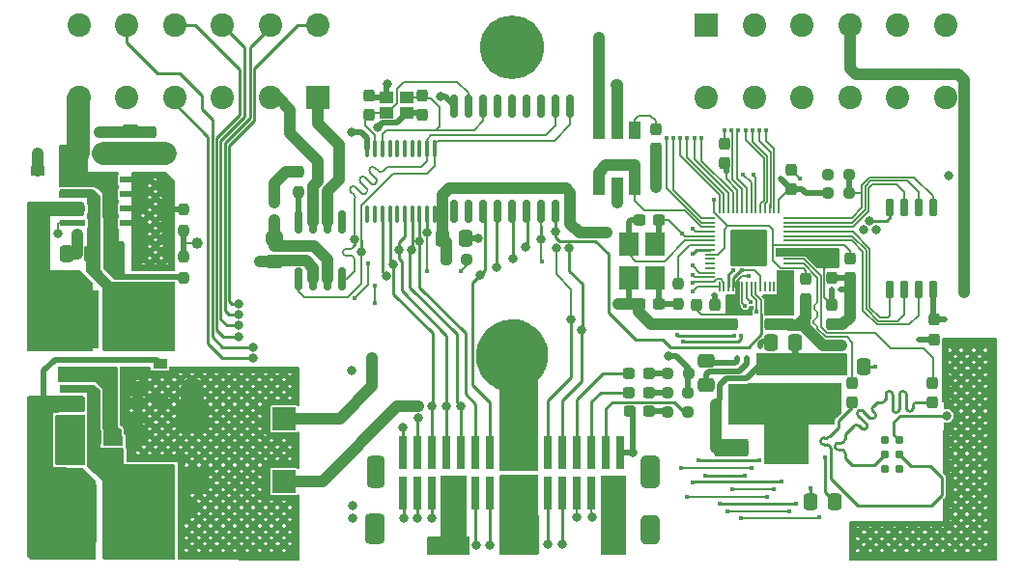
<source format=gbr>
%TF.GenerationSoftware,KiCad,Pcbnew,(6.0.2)*%
%TF.CreationDate,2022-04-25T10:39:50-06:00*%
%TF.ProjectId,CONEPROJ,434f4e45-5052-44f4-9a2e-6b696361645f,rev?*%
%TF.SameCoordinates,Original*%
%TF.FileFunction,Copper,L1,Top*%
%TF.FilePolarity,Positive*%
%FSLAX46Y46*%
G04 Gerber Fmt 4.6, Leading zero omitted, Abs format (unit mm)*
G04 Created by KiCad (PCBNEW (6.0.2)) date 2022-04-25 10:39:50*
%MOMM*%
%LPD*%
G01*
G04 APERTURE LIST*
G04 Aperture macros list*
%AMRoundRect*
0 Rectangle with rounded corners*
0 $1 Rounding radius*
0 $2 $3 $4 $5 $6 $7 $8 $9 X,Y pos of 4 corners*
0 Add a 4 corners polygon primitive as box body*
4,1,4,$2,$3,$4,$5,$6,$7,$8,$9,$2,$3,0*
0 Add four circle primitives for the rounded corners*
1,1,$1+$1,$2,$3*
1,1,$1+$1,$4,$5*
1,1,$1+$1,$6,$7*
1,1,$1+$1,$8,$9*
0 Add four rect primitives between the rounded corners*
20,1,$1+$1,$2,$3,$4,$5,0*
20,1,$1+$1,$4,$5,$6,$7,0*
20,1,$1+$1,$6,$7,$8,$9,0*
20,1,$1+$1,$8,$9,$2,$3,0*%
G04 Aperture macros list end*
%TA.AperFunction,ComponentPad*%
%ADD10C,0.500000*%
%TD*%
%TA.AperFunction,SMDPad,CuDef*%
%ADD11R,1.150000X1.000000*%
%TD*%
%TA.AperFunction,SMDPad,CuDef*%
%ADD12RoundRect,0.150000X-0.150000X0.875000X-0.150000X-0.875000X0.150000X-0.875000X0.150000X0.875000X0*%
%TD*%
%TA.AperFunction,SMDPad,CuDef*%
%ADD13R,1.200000X0.900000*%
%TD*%
%TA.AperFunction,SMDPad,CuDef*%
%ADD14RoundRect,0.100000X-0.100000X0.637500X-0.100000X-0.637500X0.100000X-0.637500X0.100000X0.637500X0*%
%TD*%
%TA.AperFunction,SMDPad,CuDef*%
%ADD15R,2.350000X5.100000*%
%TD*%
%TA.AperFunction,SMDPad,CuDef*%
%ADD16RoundRect,0.237500X0.237500X-0.250000X0.237500X0.250000X-0.237500X0.250000X-0.237500X-0.250000X0*%
%TD*%
%TA.AperFunction,SMDPad,CuDef*%
%ADD17RoundRect,0.237500X-0.237500X0.300000X-0.237500X-0.300000X0.237500X-0.300000X0.237500X0.300000X0*%
%TD*%
%TA.AperFunction,SMDPad,CuDef*%
%ADD18RoundRect,0.237500X0.237500X-0.300000X0.237500X0.300000X-0.237500X0.300000X-0.237500X-0.300000X0*%
%TD*%
%TA.AperFunction,SMDPad,CuDef*%
%ADD19R,2.000000X2.000000*%
%TD*%
%TA.AperFunction,SMDPad,CuDef*%
%ADD20RoundRect,0.150000X-0.150000X0.650000X-0.150000X-0.650000X0.150000X-0.650000X0.150000X0.650000X0*%
%TD*%
%TA.AperFunction,SMDPad,CuDef*%
%ADD21RoundRect,0.250000X-0.475000X0.337500X-0.475000X-0.337500X0.475000X-0.337500X0.475000X0.337500X0*%
%TD*%
%TA.AperFunction,SMDPad,CuDef*%
%ADD22RoundRect,0.250000X-0.337500X-0.475000X0.337500X-0.475000X0.337500X0.475000X-0.337500X0.475000X0*%
%TD*%
%TA.AperFunction,ComponentPad*%
%ADD23C,5.600000*%
%TD*%
%TA.AperFunction,SMDPad,CuDef*%
%ADD24RoundRect,0.250000X0.337500X0.475000X-0.337500X0.475000X-0.337500X-0.475000X0.337500X-0.475000X0*%
%TD*%
%TA.AperFunction,SMDPad,CuDef*%
%ADD25RoundRect,0.237500X-0.237500X0.250000X-0.237500X-0.250000X0.237500X-0.250000X0.237500X0.250000X0*%
%TD*%
%TA.AperFunction,SMDPad,CuDef*%
%ADD26R,0.750000X3.000000*%
%TD*%
%TA.AperFunction,SMDPad,CuDef*%
%ADD27RoundRect,0.418770X-0.418770X1.006311X-0.418770X-1.006311X0.418770X-1.006311X0.418770X1.006311X0*%
%TD*%
%TA.AperFunction,SMDPad,CuDef*%
%ADD28RoundRect,0.412540X-0.412540X0.887541X-0.412540X-0.887541X0.412540X-0.887541X0.412540X0.887541X0*%
%TD*%
%TA.AperFunction,SMDPad,CuDef*%
%ADD29RoundRect,0.443770X-0.443770X0.893770X-0.443770X-0.893770X0.443770X-0.893770X0.443770X0.893770X0*%
%TD*%
%TA.AperFunction,SMDPad,CuDef*%
%ADD30RoundRect,0.396885X-0.396885X1.015655X-0.396885X-1.015655X0.396885X-1.015655X0.396885X1.015655X0*%
%TD*%
%TA.AperFunction,SMDPad,CuDef*%
%ADD31RoundRect,0.150000X0.150000X-0.825000X0.150000X0.825000X-0.150000X0.825000X-0.150000X-0.825000X0*%
%TD*%
%TA.AperFunction,ConnectorPad*%
%ADD32C,0.787400*%
%TD*%
%TA.AperFunction,SMDPad,CuDef*%
%ADD33RoundRect,0.237500X-0.300000X-0.237500X0.300000X-0.237500X0.300000X0.237500X-0.300000X0.237500X0*%
%TD*%
%TA.AperFunction,SMDPad,CuDef*%
%ADD34RoundRect,0.237500X-0.250000X-0.237500X0.250000X-0.237500X0.250000X0.237500X-0.250000X0.237500X0*%
%TD*%
%TA.AperFunction,ComponentPad*%
%ADD35R,2.056000X2.056000*%
%TD*%
%TA.AperFunction,ComponentPad*%
%ADD36C,2.056000*%
%TD*%
%TA.AperFunction,SMDPad,CuDef*%
%ADD37RoundRect,0.250000X0.475000X-0.337500X0.475000X0.337500X-0.475000X0.337500X-0.475000X-0.337500X0*%
%TD*%
%TA.AperFunction,SMDPad,CuDef*%
%ADD38RoundRect,0.237500X0.287500X0.237500X-0.287500X0.237500X-0.287500X-0.237500X0.287500X-0.237500X0*%
%TD*%
%TA.AperFunction,SMDPad,CuDef*%
%ADD39R,1.000000X1.500000*%
%TD*%
%TA.AperFunction,SMDPad,CuDef*%
%ADD40RoundRect,0.050000X-0.050000X0.387500X-0.050000X-0.387500X0.050000X-0.387500X0.050000X0.387500X0*%
%TD*%
%TA.AperFunction,SMDPad,CuDef*%
%ADD41RoundRect,0.050000X-0.387500X0.050000X-0.387500X-0.050000X0.387500X-0.050000X0.387500X0.050000X0*%
%TD*%
%TA.AperFunction,SMDPad,CuDef*%
%ADD42RoundRect,0.144000X-1.456000X1.456000X-1.456000X-1.456000X1.456000X-1.456000X1.456000X1.456000X0*%
%TD*%
%TA.AperFunction,ComponentPad*%
%ADD43C,0.600000*%
%TD*%
%TA.AperFunction,SMDPad,CuDef*%
%ADD44RoundRect,0.237500X0.250000X0.237500X-0.250000X0.237500X-0.250000X-0.237500X0.250000X-0.237500X0*%
%TD*%
%TA.AperFunction,SMDPad,CuDef*%
%ADD45RoundRect,0.250000X-1.250000X-0.550000X1.250000X-0.550000X1.250000X0.550000X-1.250000X0.550000X0*%
%TD*%
%TA.AperFunction,SMDPad,CuDef*%
%ADD46R,0.900000X1.200000*%
%TD*%
%TA.AperFunction,SMDPad,CuDef*%
%ADD47R,2.200000X0.600000*%
%TD*%
%TA.AperFunction,SMDPad,CuDef*%
%ADD48C,1.000000*%
%TD*%
%TA.AperFunction,SMDPad,CuDef*%
%ADD49R,1.800000X2.100000*%
%TD*%
%TA.AperFunction,ViaPad*%
%ADD50C,0.800000*%
%TD*%
%TA.AperFunction,ViaPad*%
%ADD51C,0.450000*%
%TD*%
%TA.AperFunction,Conductor*%
%ADD52C,0.250000*%
%TD*%
%TA.AperFunction,Conductor*%
%ADD53C,0.200000*%
%TD*%
%TA.AperFunction,Conductor*%
%ADD54C,0.500000*%
%TD*%
%TA.AperFunction,Conductor*%
%ADD55C,1.000000*%
%TD*%
%TA.AperFunction,Conductor*%
%ADD56C,2.000000*%
%TD*%
%TA.AperFunction,Conductor*%
%ADD57C,0.190000*%
%TD*%
G04 APERTURE END LIST*
D10*
%TO.P,U4,30,GND*%
%TO.N,GND*%
X90925000Y-78322500D03*
%TO.P,U4,31,GND*%
X89625000Y-78322500D03*
%TO.P,U4,32,GND*%
X88325000Y-78322500D03*
%TO.P,U4,33,GND*%
X87025000Y-78322500D03*
%TO.P,U4,34,GND*%
X92225000Y-78322500D03*
%TO.P,U4,35,GND*%
X93525000Y-78322500D03*
%TO.P,U4,36,GND*%
X94825000Y-78322500D03*
%TO.P,U4,37,GND*%
X87025000Y-77022500D03*
%TO.P,U4,38,GND*%
X87025000Y-79622500D03*
%TO.P,U4,39,GND*%
X88325000Y-77022500D03*
%TO.P,U4,40,GND*%
X88325000Y-79622500D03*
%TO.P,U4,41,GND*%
X89625000Y-79622500D03*
%TO.P,U4,42,GND*%
X89625000Y-77022500D03*
%TO.P,U4,43,GND*%
X90925000Y-77022500D03*
%TO.P,U4,44,GND*%
X90925000Y-79622500D03*
%TO.P,U4,45,GND*%
X92225000Y-77022500D03*
%TO.P,U4,46,GND*%
X92225000Y-79622500D03*
%TO.P,U4,47,GND*%
X93525000Y-77022500D03*
%TO.P,U4,48,GND*%
X93525000Y-79622500D03*
%TO.P,U4,49,GND*%
X94825000Y-77022500D03*
%TO.P,U4,50,GND*%
X94825000Y-79622500D03*
%TD*%
D11*
%TO.P,Y2,1,1*%
%TO.N,/MCP_OSC1*%
X56000000Y-52750000D03*
%TO.P,Y2,2,2*%
%TO.N,GND*%
X57750000Y-52750000D03*
%TO.P,Y2,3,3*%
%TO.N,/MCP_OSC2*%
X57750000Y-51350000D03*
%TO.P,Y2,4,4*%
%TO.N,GND*%
X56000000Y-51350000D03*
%TD*%
D12*
%TO.P,U8,1,TXCAN*%
%TO.N,/CAN_TX*%
X72080000Y-52100000D03*
%TO.P,U8,2,RXCAN*%
%TO.N,/CAN_RX*%
X70810000Y-52100000D03*
%TO.P,U8,3,CLKOUT/SOF*%
%TO.N,unconnected-(U8-Pad3)*%
X69540000Y-52100000D03*
%TO.P,U8,4,~{TX0RTS}*%
%TO.N,unconnected-(U8-Pad4)*%
X68270000Y-52100000D03*
%TO.P,U8,5,~{TX1RTS}*%
%TO.N,unconnected-(U8-Pad5)*%
X67000000Y-52100000D03*
%TO.P,U8,6,~{TX2RTS}*%
%TO.N,unconnected-(U8-Pad6)*%
X65730000Y-52100000D03*
%TO.P,U8,7,OSC2*%
%TO.N,/MCP_OSC2*%
X64460000Y-52100000D03*
%TO.P,U8,8,OSC1*%
%TO.N,/MCP_OSC1*%
X63190000Y-52100000D03*
%TO.P,U8,9,VSS*%
%TO.N,GND*%
X61920000Y-52100000D03*
%TO.P,U8,10,~{RX1BF}*%
%TO.N,unconnected-(U8-Pad10)*%
X61920000Y-61400000D03*
%TO.P,U8,11,~{RX0BF}*%
%TO.N,unconnected-(U8-Pad11)*%
X63190000Y-61400000D03*
%TO.P,U8,12,~{INT}*%
%TO.N,/EXT_IO3*%
X64460000Y-61400000D03*
%TO.P,U8,13,SCK*%
%TO.N,/EXT_SPI_SCK*%
X65730000Y-61400000D03*
%TO.P,U8,14,SI*%
%TO.N,/EXT_SPI_MOSI*%
X67000000Y-61400000D03*
%TO.P,U8,15,SO*%
%TO.N,/EXT_SPI_MISO*%
X68270000Y-61400000D03*
%TO.P,U8,16,~{CS}*%
%TO.N,/EXT_SPI_SS1*%
X69540000Y-61400000D03*
%TO.P,U8,17,~{RESET}*%
%TO.N,/MCP_RESET*%
X70810000Y-61400000D03*
%TO.P,U8,18,VDD*%
%TO.N,+3V3*%
X72080000Y-61400000D03*
%TD*%
D13*
%TO.P,D1,1,K*%
%TO.N,Net-(D1-Pad1)*%
X25425000Y-61150000D03*
%TO.P,D1,2,A*%
%TO.N,GND*%
X25425000Y-57850000D03*
%TD*%
D14*
%TO.P,U5,1,TXCAN*%
%TO.N,/CAN_TX*%
X60175000Y-55887500D03*
%TO.P,U5,2,RXCAN*%
%TO.N,/CAN_RX*%
X59525000Y-55887500D03*
%TO.P,U5,3,CLKOUT/SOF*%
%TO.N,unconnected-(U5-Pad3)*%
X58875000Y-55887500D03*
%TO.P,U5,4,~{TX0RTS}*%
%TO.N,unconnected-(U5-Pad4)*%
X58225000Y-55887500D03*
%TO.P,U5,5,~{TX1RTS}*%
%TO.N,unconnected-(U5-Pad5)*%
X57575000Y-55887500D03*
%TO.P,U5,6,NC*%
%TO.N,unconnected-(U5-Pad6)*%
X56925000Y-55887500D03*
%TO.P,U5,7,~{TX2RTS}*%
%TO.N,unconnected-(U5-Pad7)*%
X56275000Y-55887500D03*
%TO.P,U5,8,OSC2*%
%TO.N,/MCP_OSC2*%
X55625000Y-55887500D03*
%TO.P,U5,9,OSC1*%
%TO.N,/MCP_OSC1*%
X54975000Y-55887500D03*
%TO.P,U5,10,VSS*%
%TO.N,GND*%
X54325000Y-55887500D03*
%TO.P,U5,11,~{RX1BF}*%
%TO.N,unconnected-(U5-Pad11)*%
X54325000Y-61612500D03*
%TO.P,U5,12,~{RX0BF}*%
%TO.N,unconnected-(U5-Pad12)*%
X54975000Y-61612500D03*
%TO.P,U5,13,~{INT}*%
%TO.N,/EXT_IO3*%
X55625000Y-61612500D03*
%TO.P,U5,14,SCK*%
%TO.N,/EXT_SPI_SCK*%
X56275000Y-61612500D03*
%TO.P,U5,15,NC*%
%TO.N,unconnected-(U5-Pad15)*%
X56925000Y-61612500D03*
%TO.P,U5,16,SI*%
%TO.N,/EXT_SPI_MOSI*%
X57575000Y-61612500D03*
%TO.P,U5,17,SO*%
%TO.N,/EXT_SPI_MISO*%
X58225000Y-61612500D03*
%TO.P,U5,18,~{CS}*%
%TO.N,/EXT_SPI_SS1*%
X58875000Y-61612500D03*
%TO.P,U5,19,~{RESET}*%
%TO.N,/MCP_RESET*%
X59525000Y-61612500D03*
%TO.P,U5,20,VDD*%
%TO.N,+3V3*%
X60175000Y-61612500D03*
%TD*%
D15*
%TO.P,L2,1*%
%TO.N,Net-(D4-Pad1)*%
X29400000Y-87900000D03*
%TO.P,L2,2*%
%TO.N,+3V3*%
X33550000Y-87900000D03*
%TD*%
D16*
%TO.P,R8,1*%
%TO.N,/VBAT_SENSE*%
X38225000Y-63062500D03*
%TO.P,R8,2*%
%TO.N,GND*%
X38225000Y-61237500D03*
%TD*%
D17*
%TO.P,C15,1*%
%TO.N,+3V3*%
X83125000Y-69587500D03*
%TO.P,C15,2*%
%TO.N,GND*%
X83125000Y-71312500D03*
%TD*%
D18*
%TO.P,R7,1*%
%TO.N,/PICO_USB_N*%
X96800000Y-78162500D03*
%TO.P,R7,2*%
%TO.N,/PICO_USB__N*%
X96800000Y-76437500D03*
%TD*%
%TO.P,C21,1*%
%TO.N,GND*%
X59150000Y-52937500D03*
%TO.P,C21,2*%
%TO.N,/MCP_OSC2*%
X59150000Y-51212500D03*
%TD*%
D19*
%TO.P,PAU301,1,A*%
%TO.N,GND*%
X39000000Y-79595000D03*
%TO.P,PAU301,2,B*%
%TO.N,/PAUSE_BTN*%
X47000000Y-79595000D03*
%TD*%
D20*
%TO.P,U7,1,~{CS}*%
%TO.N,/QSPI_SS*%
X103893687Y-60987273D03*
%TO.P,U7,2,DO(IO1)*%
%TO.N,/QSPI_SD1*%
X102623687Y-60987273D03*
%TO.P,U7,3,IO2*%
%TO.N,/QSPI_SD2*%
X101353687Y-60987273D03*
%TO.P,U7,4,GND*%
%TO.N,GND*%
X100083687Y-60987273D03*
%TO.P,U7,5,DI(IO0)*%
%TO.N,/QSPI_SD0*%
X100083687Y-68187273D03*
%TO.P,U7,6,CLK*%
%TO.N,/QSPI_SCLK*%
X101353687Y-68187273D03*
%TO.P,U7,7,IO3*%
%TO.N,/QSPI_SD3*%
X102623687Y-68187273D03*
%TO.P,U7,8,VCC*%
%TO.N,+3V3*%
X103893687Y-68187273D03*
%TD*%
D21*
%TO.P,C11,1*%
%TO.N,+3V3*%
X46150000Y-63712500D03*
%TO.P,C11,2*%
%TO.N,GND*%
X46150000Y-65787500D03*
%TD*%
D22*
%TO.P,C16,1*%
%TO.N,+3V3*%
X60862500Y-63750000D03*
%TO.P,C16,2*%
%TO.N,GND*%
X62937500Y-63750000D03*
%TD*%
D17*
%TO.P,C24,1*%
%TO.N,+3V3*%
X86300000Y-69587500D03*
%TO.P,C24,2*%
%TO.N,GND*%
X86300000Y-71312500D03*
%TD*%
D23*
%TO.P,H304,1,1*%
%TO.N,GND*%
X67000000Y-47000000D03*
%TD*%
D24*
%TO.P,C27,1*%
%TO.N,Net-(C27-Pad1)*%
X95262500Y-86845000D03*
%TO.P,C27,2*%
%TO.N,GND*%
X93187500Y-86845000D03*
%TD*%
D25*
%TO.P,R5,1*%
%TO.N,Net-(R5-Pad1)*%
X81550000Y-67712500D03*
%TO.P,R5,2*%
%TO.N,Net-(C8-Pad2)*%
X81550000Y-69537500D03*
%TD*%
D16*
%TO.P,R2,1*%
%TO.N,/EXT_12V*%
X38225000Y-67175000D03*
%TO.P,R2,2*%
%TO.N,/VBAT_SENSE*%
X38225000Y-65350000D03*
%TD*%
D26*
%TO.P,J2,1,Pin_1*%
%TO.N,+5V*%
X76499838Y-86127500D03*
%TO.P,J2,2,Pin_2*%
%TO.N,+3V3*%
X76499838Y-82527500D03*
%TO.P,J2,3,Pin_3*%
%TO.N,+5V*%
X75229838Y-86127500D03*
%TO.P,J2,4,Pin_4*%
%TO.N,/LED_GRN*%
X75229838Y-82527500D03*
%TO.P,J2,5,Pin_5*%
%TO.N,/EXT_UART_RX*%
X73959838Y-86127500D03*
%TO.P,J2,6,Pin_6*%
%TO.N,/WIFI_LED*%
X73959838Y-82527500D03*
%TO.P,J2,7,Pin_7*%
%TO.N,/EXT_UART_TX*%
X72689838Y-86127500D03*
%TO.P,J2,8,Pin_8*%
%TO.N,/LED_RED*%
X72689838Y-82527500D03*
%TO.P,J2,9,Pin_9*%
%TO.N,/CAN_TX*%
X71419838Y-86127500D03*
%TO.P,J2,10,Pin_10*%
%TO.N,/EXT_I2C_SDA*%
X71419838Y-82527500D03*
%TO.P,J2,11,Pin_11*%
%TO.N,/CAN_RX*%
X70149838Y-86127500D03*
%TO.P,J2,12,Pin_12*%
%TO.N,/EXT_I2C_SCL*%
X70149838Y-82527500D03*
%TO.P,J2,13,Pin_13*%
%TO.N,+3V3*%
X68879838Y-86127500D03*
%TO.P,J2,14,Pin_14*%
%TO.N,GND*%
X68879838Y-82527500D03*
%TO.P,J2,15,Pin_15*%
%TO.N,+3V3*%
X67609838Y-86127500D03*
%TO.P,J2,16,Pin_16*%
%TO.N,GND*%
X67609838Y-82527500D03*
%TO.P,J2,17,Pin_17*%
%TO.N,+3V3*%
X66339838Y-86127500D03*
%TO.P,J2,18,Pin_18*%
%TO.N,GND*%
X66339838Y-82527500D03*
%TO.P,J2,19,Pin_19*%
%TO.N,/MODE_BTN*%
X65069838Y-86127500D03*
%TO.P,J2,20,Pin_20*%
%TO.N,/EXT_IO3*%
X65069838Y-82527500D03*
%TO.P,J2,21,Pin_21*%
%TO.N,/PAUSE_BTN*%
X63799838Y-86127500D03*
%TO.P,J2,22,Pin_22*%
%TO.N,/EXT_SPI_SS1*%
X63799838Y-82527500D03*
%TO.P,J2,23,Pin_23*%
%TO.N,/EXT_12V*%
X62529838Y-86127500D03*
%TO.P,J2,24,Pin_24*%
%TO.N,/EXT_SPI_MISO*%
X62529838Y-82527500D03*
%TO.P,J2,25,Pin_25*%
%TO.N,/EXT_12V*%
X61259838Y-86127500D03*
%TO.P,J2,26,Pin_26*%
%TO.N,/EXT_SPI_MOSI*%
X61259838Y-82527500D03*
%TO.P,J2,27,Pin_27*%
%TO.N,/EXT_IO1*%
X59989838Y-86127500D03*
%TO.P,J2,28,Pin_28*%
%TO.N,/EXT_SPI_SCK*%
X59989838Y-82527500D03*
%TO.P,J2,29,Pin_29*%
%TO.N,/EXT_IO4*%
X58719838Y-86127500D03*
%TO.P,J2,30,Pin_30*%
%TO.N,/EXT_SPI_SS0*%
X58719838Y-82527500D03*
%TO.P,J2,31,Pin_31*%
%TO.N,/EXT_IO5*%
X57449838Y-86127500D03*
%TO.P,J2,32,Pin_32*%
%TO.N,/EXT_IO2*%
X57449838Y-82527500D03*
D27*
%TO.P,J2,MP1,Shield*%
%TO.N,unconnected-(J2-PadMP1)*%
X79062378Y-84252581D03*
D28*
X79074838Y-89277419D03*
D29*
%TO.P,J2,MP2,Shield*%
%TO.N,unconnected-(J2-PadMP2)*%
X54924838Y-89239959D03*
D30*
X55018608Y-84240040D03*
%TD*%
D13*
%TO.P,D4,1,K*%
%TO.N,Net-(D4-Pad1)*%
X36125000Y-74725000D03*
%TO.P,D4,2,A*%
%TO.N,GND*%
X36125000Y-78025000D03*
%TD*%
D17*
%TO.P,C18,1*%
%TO.N,+3V3*%
X95050000Y-65487500D03*
%TO.P,C18,2*%
%TO.N,GND*%
X95050000Y-67212500D03*
%TD*%
D22*
%TO.P,C25,1*%
%TO.N,/EXT_12V*%
X32187500Y-81100000D03*
%TO.P,C25,2*%
%TO.N,GND*%
X34262500Y-81100000D03*
%TD*%
D31*
%TO.P,U2,1,D*%
%TO.N,/CAN_TX*%
X48280000Y-67275000D03*
%TO.P,U2,2,GND*%
%TO.N,GND*%
X49550000Y-67275000D03*
%TO.P,U2,3,VCC*%
%TO.N,+3V3*%
X50820000Y-67275000D03*
%TO.P,U2,4,R*%
%TO.N,/CAN_RX*%
X52090000Y-67275000D03*
%TO.P,U2,5,Vref*%
%TO.N,unconnected-(U2-Pad5)*%
X52090000Y-62325000D03*
%TO.P,U2,6,CANL*%
%TO.N,/CANL*%
X50820000Y-62325000D03*
%TO.P,U2,7,CANH*%
%TO.N,/CANH*%
X49550000Y-62325000D03*
%TO.P,U2,8,Rs*%
%TO.N,Net-(R15-Pad1)*%
X48280000Y-62325000D03*
%TD*%
D17*
%TO.P,C9,1*%
%TO.N,+1V1*%
X84750000Y-69587500D03*
%TO.P,C9,2*%
%TO.N,GND*%
X84750000Y-71312500D03*
%TD*%
D32*
%TO.P,J5,1,VCC*%
%TO.N,unconnected-(J5-Pad1)*%
X100955000Y-84000000D03*
%TO.P,J5,2,SWDIO*%
%TO.N,unconnected-(J5-Pad2)*%
X99685000Y-84000000D03*
%TO.P,J5,3,NRESET*%
%TO.N,/PICO_USB_N*%
X100955000Y-82730000D03*
%TO.P,J5,4,SWCLK*%
%TO.N,/PICO_USB_P*%
X99685000Y-82730000D03*
%TO.P,J5,5,GND*%
%TO.N,GND*%
X100955000Y-81460000D03*
%TO.P,J5,6,SWO*%
%TO.N,unconnected-(J5-Pad6)*%
X99685000Y-81460000D03*
%TD*%
D22*
%TO.P,C30,1*%
%TO.N,Net-(C29-Pad2)*%
X95767500Y-74985000D03*
%TO.P,C30,2*%
%TO.N,GND*%
X97842500Y-74985000D03*
%TD*%
D33*
%TO.P,C7,1*%
%TO.N,Net-(C7-Pad1)*%
X78137500Y-62100000D03*
%TO.P,C7,2*%
%TO.N,GND*%
X79862500Y-62100000D03*
%TD*%
D24*
%TO.P,C5,1*%
%TO.N,+5V*%
X30062499Y-65108041D03*
%TO.P,C5,2*%
%TO.N,GND*%
X27987499Y-65108041D03*
%TD*%
D34*
%TO.P,R22,1*%
%TO.N,Net-(D301-Pad1)*%
X80597500Y-78940000D03*
%TO.P,R22,2*%
%TO.N,/LED_GRN*%
X82422500Y-78940000D03*
%TD*%
D33*
%TO.P,C8,1*%
%TO.N,GND*%
X78137500Y-69524999D03*
%TO.P,C8,2*%
%TO.N,Net-(C8-Pad2)*%
X79862500Y-69524999D03*
%TD*%
D35*
%TO.P,J4,A1,A1*%
%TO.N,/MOTOR1_OUT1*%
X84025000Y-45040000D03*
D36*
%TO.P,J4,A2,A2*%
%TO.N,/MOTOR1_OUT2*%
X88215000Y-45040000D03*
%TO.P,J4,A3,A3*%
%TO.N,/MOTOR2_OUT1*%
X92405000Y-45040000D03*
%TO.P,J4,A4,A4*%
%TO.N,/MOTOR2_OUT2*%
X96595000Y-45040000D03*
%TO.P,J4,A5,A5*%
%TO.N,/GPO_5_OUT*%
X100785000Y-45040000D03*
%TO.P,J4,A6,A6*%
%TO.N,/GPO_6_OUT*%
X104975000Y-45040000D03*
%TO.P,J4,A7,A7*%
%TO.N,/GPO_7_OUT*%
X104975000Y-51390000D03*
%TO.P,J4,A8,A8*%
%TO.N,/GPO_8_OUT*%
X100785000Y-51390000D03*
%TO.P,J4,A9,A9*%
%TO.N,/GPO_9_OUT*%
X96595000Y-51390000D03*
%TO.P,J4,A10,A10*%
%TO.N,/R_OUT*%
X92405000Y-51390000D03*
%TO.P,J4,A11,A11*%
%TO.N,/G_OUT*%
X88215000Y-51390000D03*
%TO.P,J4,A12,A12*%
%TO.N,/B_OUT*%
X84025000Y-51390000D03*
D35*
%TO.P,J4,B1,B1*%
%TO.N,/CANL*%
X49975000Y-51390000D03*
D36*
%TO.P,J4,B2,B2*%
%TO.N,/CANH*%
X45785000Y-51390000D03*
%TO.P,J4,B3,B3*%
%TO.N,/LEDA_OUT*%
X41595000Y-51390000D03*
%TO.P,J4,B4,B4*%
%TO.N,/EXT_IO4*%
X37405000Y-51390000D03*
%TO.P,J4,B5,B5*%
%TO.N,+5V*%
X33215000Y-51390000D03*
%TO.P,J4,B6,B6*%
%TO.N,/EXT_12V*%
X29025000Y-51390000D03*
%TO.P,J4,B7,B7*%
%TO.N,GND*%
X29025000Y-45040000D03*
%TO.P,J4,B8,B8*%
%TO.N,/EXT_IO5*%
X33215000Y-45040000D03*
%TO.P,J4,B9,B9*%
%TO.N,/EXT_I2C_SDA*%
X37405000Y-45040000D03*
%TO.P,J4,B10,B10*%
%TO.N,/EXT_I2C_SCL*%
X41595000Y-45040000D03*
%TO.P,J4,B11,B11*%
%TO.N,/EXT_UART_TX*%
X45785000Y-45040000D03*
%TO.P,J4,B12,B12*%
%TO.N,/EXT_UART_RX*%
X49975000Y-45040000D03*
%TD*%
D24*
%TO.P,C26,1*%
%TO.N,+3V3*%
X30387500Y-81175000D03*
%TO.P,C26,2*%
%TO.N,GND*%
X28312500Y-81175000D03*
%TD*%
D17*
%TO.P,C14,1*%
%TO.N,+3V3*%
X91225000Y-69587500D03*
%TO.P,C14,2*%
%TO.N,GND*%
X91225000Y-71312500D03*
%TD*%
%TO.P,C10,1*%
%TO.N,+1V1*%
X96600000Y-65487500D03*
%TO.P,C10,2*%
%TO.N,GND*%
X96600000Y-67212500D03*
%TD*%
D37*
%TO.P,C2,1*%
%TO.N,VCC*%
X33500000Y-56387500D03*
%TO.P,C2,2*%
%TO.N,GND*%
X33500000Y-54312500D03*
%TD*%
D16*
%TO.P,R15,1*%
%TO.N,Net-(R15-Pad1)*%
X48235000Y-59712500D03*
%TO.P,R15,2*%
%TO.N,GND*%
X48235000Y-57887500D03*
%TD*%
D17*
%TO.P,C12,1*%
%TO.N,+1V1*%
X92750000Y-67312500D03*
%TO.P,C12,2*%
%TO.N,GND*%
X92750000Y-69037500D03*
%TD*%
D19*
%TO.P,MOD301,1,A*%
%TO.N,GND*%
X39000000Y-85075000D03*
%TO.P,MOD301,2,B*%
%TO.N,/MODE_BTN*%
X47000000Y-85075000D03*
%TD*%
D34*
%TO.P,R3,1*%
%TO.N,/USB_BOOT*%
X94687500Y-58150000D03*
%TO.P,R3,2*%
%TO.N,/QSPI_SS*%
X96512500Y-58150000D03*
%TD*%
D17*
%TO.P,R6,1*%
%TO.N,/PICO_USB__P*%
X103850000Y-76412500D03*
%TO.P,R6,2*%
%TO.N,/PICO_USB_P*%
X103850000Y-78137500D03*
%TD*%
D22*
%TO.P,C29,1*%
%TO.N,Net-(C29-Pad1)*%
X89717500Y-72885000D03*
%TO.P,C29,2*%
%TO.N,Net-(C29-Pad2)*%
X91792500Y-72885000D03*
%TD*%
D38*
%TO.P,D302,1,K*%
%TO.N,Net-(D302-Pad1)*%
X79000000Y-75610000D03*
%TO.P,D302,2,A*%
%TO.N,/LED_RED*%
X77250000Y-75610000D03*
%TD*%
D17*
%TO.P,C13,1*%
%TO.N,+3V3*%
X89625000Y-69587500D03*
%TO.P,C13,2*%
%TO.N,GND*%
X89625000Y-71312500D03*
%TD*%
D39*
%TO.P,U9,1,VCC*%
%TO.N,Net-(C4-Pad1)*%
X77775000Y-54225000D03*
%TO.P,U9,2,VDD*%
%TO.N,VCC*%
X76175000Y-54225000D03*
%TO.P,U9,3,DO*%
%TO.N,/LEDA_OUT*%
X74575000Y-54225000D03*
%TO.P,U9,4,DIN*%
%TO.N,/LEDA*%
X74575000Y-59125000D03*
%TO.P,U9,5,GND*%
%TO.N,GND*%
X76175000Y-59125000D03*
%TO.P,U9,6,BIN*%
%TO.N,/LEDA*%
X77775000Y-59125000D03*
%TD*%
D18*
%TO.P,C20,1*%
%TO.N,VCC*%
X35350000Y-56112500D03*
%TO.P,C20,2*%
%TO.N,GND*%
X35350000Y-54387500D03*
%TD*%
D40*
%TO.P,U10,1,IOVDD*%
%TO.N,+3V3*%
X90350000Y-61112500D03*
%TO.P,U10,2,GPIO0*%
%TO.N,/GPO_7*%
X89950000Y-61112500D03*
%TO.P,U10,3,GPIO1*%
%TO.N,/GPO_8*%
X89550000Y-61112500D03*
%TO.P,U10,4,GPIO2*%
%TO.N,/GPO_9*%
X89150000Y-61112500D03*
%TO.P,U10,5,GPIO3*%
%TO.N,/LEDR*%
X88750000Y-61112500D03*
%TO.P,U10,6,GPIO4*%
%TO.N,/EXT_I2C_SCL*%
X88350000Y-61112500D03*
%TO.P,U10,7,GPIO5*%
%TO.N,/EXT_I2C_SDA*%
X87950000Y-61112500D03*
%TO.P,U10,8,GPIO6*%
%TO.N,/LEDG*%
X87550000Y-61112500D03*
%TO.P,U10,9,GPIO7*%
%TO.N,/LEDB*%
X87150000Y-61112500D03*
%TO.P,U10,10,IOVDD*%
%TO.N,+3V3*%
X86750000Y-61112500D03*
%TO.P,U10,11,GPIO8*%
%TO.N,/EN4*%
X86350000Y-61112500D03*
%TO.P,U10,12,GPIO9*%
%TO.N,/GPO_5*%
X85950000Y-61112500D03*
%TO.P,U10,13,GPIO10*%
%TO.N,/GPO_6*%
X85550000Y-61112500D03*
%TO.P,U10,14,GPIO11*%
%TO.N,/EN3*%
X85150000Y-61112500D03*
D41*
%TO.P,U10,15,GPIO12*%
%TO.N,/EN2*%
X84312500Y-61950000D03*
%TO.P,U10,16,GPIO13*%
%TO.N,/EN1*%
X84312500Y-62350000D03*
%TO.P,U10,17,GPIO14*%
%TO.N,/LEDA*%
X84312500Y-62750000D03*
%TO.P,U10,18,GPIO15*%
%TO.N,/EXT_IO3*%
X84312500Y-63150000D03*
%TO.P,U10,19,TESTEN*%
%TO.N,GND*%
X84312500Y-63550000D03*
%TO.P,U10,20,XIN*%
%TO.N,Net-(C7-Pad1)*%
X84312500Y-63950000D03*
%TO.P,U10,21,XOUT*%
%TO.N,Net-(R5-Pad1)*%
X84312500Y-64350000D03*
%TO.P,U10,22,IOVDD*%
%TO.N,+3V3*%
X84312500Y-64750000D03*
%TO.P,U10,23,DVDD*%
%TO.N,+1V1*%
X84312500Y-65150000D03*
%TO.P,U10,24,SWCLK*%
%TO.N,unconnected-(U10-Pad24)*%
X84312500Y-65550000D03*
%TO.P,U10,25,SWD*%
%TO.N,unconnected-(U10-Pad25)*%
X84312500Y-65950000D03*
%TO.P,U10,26,RUN*%
%TO.N,unconnected-(U10-Pad26)*%
X84312500Y-66350000D03*
%TO.P,U10,27,GPIO16*%
%TO.N,/EXT_SPI_MISO*%
X84312500Y-66750000D03*
%TO.P,U10,28,GPIO17*%
%TO.N,/EXT_SPI_SS1*%
X84312500Y-67150000D03*
D40*
%TO.P,U10,29,GPIO18*%
%TO.N,/EXT_SPI_SCK*%
X85150000Y-67987500D03*
%TO.P,U10,30,GPIO19*%
%TO.N,/EXT_SPI_MOSI*%
X85550000Y-67987500D03*
%TO.P,U10,31,GPIO20*%
%TO.N,/5V_EN*%
X85950000Y-67987500D03*
%TO.P,U10,32,GPIO21*%
%TO.N,/VBAT_SENSE*%
X86350000Y-67987500D03*
%TO.P,U10,33,IOVDD*%
%TO.N,+3V3*%
X86750000Y-67987500D03*
%TO.P,U10,34,GPIO22*%
%TO.N,/GPO_11*%
X87150000Y-67987500D03*
%TO.P,U10,35,GPIO23*%
%TO.N,/GPO_10*%
X87550000Y-67987500D03*
%TO.P,U10,36,GPIO24*%
%TO.N,/DRV_SLEEP*%
X87950000Y-67987500D03*
%TO.P,U10,37,GPIO25*%
%TO.N,/MCP_RESET*%
X88350000Y-67987500D03*
%TO.P,U10,38,GPIO26_ADC0*%
%TO.N,/VBAT_SENSE*%
X88750000Y-67987500D03*
%TO.P,U10,39,GPIO27_ADC1*%
%TO.N,unconnected-(U10-Pad39)*%
X89150000Y-67987500D03*
%TO.P,U10,40,GPIO28_ADC2*%
%TO.N,unconnected-(U10-Pad40)*%
X89550000Y-67987500D03*
%TO.P,U10,41,GPIO29_ADC3*%
%TO.N,unconnected-(U10-Pad41)*%
X89950000Y-67987500D03*
%TO.P,U10,42,IOVDD*%
%TO.N,+3V3*%
X90350000Y-67987500D03*
D41*
%TO.P,U10,43,ADC_AVDD*%
X91187500Y-67150000D03*
%TO.P,U10,44,VREG_IN*%
X91187500Y-66750000D03*
%TO.P,U10,45,VREG_VOUT*%
%TO.N,+1V1*%
X91187500Y-66350000D03*
%TO.P,U10,46,USB_DM*%
%TO.N,/PICO_USB__N*%
X91187500Y-65950000D03*
%TO.P,U10,47,USB_DP*%
%TO.N,/PICO_USB__P*%
X91187500Y-65550000D03*
%TO.P,U10,48,USB_VDD*%
%TO.N,+3V3*%
X91187500Y-65150000D03*
%TO.P,U10,49,IOVDD*%
X91187500Y-64750000D03*
%TO.P,U10,50,DVDD*%
%TO.N,+1V1*%
X91187500Y-64350000D03*
%TO.P,U10,51,QSPI_SD3*%
%TO.N,/QSPI_SD3*%
X91187500Y-63950000D03*
%TO.P,U10,52,QSPI_SCLK*%
%TO.N,/QSPI_SCLK*%
X91187500Y-63550000D03*
%TO.P,U10,53,QSPI_SD0*%
%TO.N,/QSPI_SD0*%
X91187500Y-63150000D03*
%TO.P,U10,54,QSPI_SD2*%
%TO.N,/QSPI_SD2*%
X91187500Y-62750000D03*
%TO.P,U10,55,QSPI_SD1*%
%TO.N,/QSPI_SD1*%
X91187500Y-62350000D03*
%TO.P,U10,56,QSPI_SS*%
%TO.N,/QSPI_SS*%
X91187500Y-61950000D03*
D42*
%TO.P,U10,57,GND*%
%TO.N,GND*%
X87750000Y-64550000D03*
D43*
X87750000Y-64550000D03*
X89025000Y-65825000D03*
X86475000Y-64550000D03*
X86475000Y-63275000D03*
X89025000Y-64550000D03*
X87750000Y-65825000D03*
X89025000Y-63275000D03*
X87750000Y-63275000D03*
X86475000Y-65825000D03*
%TD*%
D15*
%TO.P,L1,1*%
%TO.N,Net-(D1-Pad1)*%
X29600000Y-70825000D03*
%TO.P,L1,2*%
%TO.N,+5V*%
X33750000Y-70825000D03*
%TD*%
D44*
%TO.P,R104,1*%
%TO.N,/CANL*%
X51797500Y-57600000D03*
%TO.P,R104,2*%
%TO.N,/CANH*%
X49972500Y-57600000D03*
%TD*%
D45*
%TO.P,C31,1*%
%TO.N,Net-(C29-Pad2)*%
X86175000Y-82075000D03*
%TO.P,C31,2*%
%TO.N,GND*%
X90575000Y-82075000D03*
%TD*%
D21*
%TO.P,C28,1*%
%TO.N,/CP1*%
X83995000Y-74497500D03*
%TO.P,C28,2*%
%TO.N,/CP2*%
X83995000Y-76572500D03*
%TD*%
D46*
%TO.P,D2,1,K*%
%TO.N,/EXT_12V*%
X27850001Y-56300000D03*
%TO.P,D2,2,A*%
%TO.N,VCC*%
X31150001Y-56300000D03*
%TD*%
D17*
%TO.P,C23,1*%
%TO.N,+3V3*%
X95025000Y-69587500D03*
%TO.P,C23,2*%
%TO.N,GND*%
X95025000Y-71312500D03*
%TD*%
D47*
%TO.P,U304,1,VIN*%
%TO.N,/EXT_12V*%
X28499999Y-58600000D03*
%TO.P,U304,2,VOUT*%
%TO.N,+5V*%
X28499999Y-59870000D03*
%TO.P,U304,3,FB*%
%TO.N,Net-(D1-Pad1)*%
X28499999Y-61140000D03*
%TO.P,U304,4,SD*%
%TO.N,/5V_EN*%
X28499999Y-62410000D03*
%TO.P,U304,5,GND5*%
%TO.N,GND*%
X33699999Y-62410000D03*
%TO.P,U304,6,GND6*%
X33699999Y-61140000D03*
%TO.P,U304,7,GND7*%
X33699999Y-59870000D03*
%TO.P,U304,8,GND8*%
X33699999Y-58600000D03*
%TD*%
D38*
%TO.P,D301,1,K*%
%TO.N,Net-(D301-Pad1)*%
X79027500Y-78930000D03*
%TO.P,D301,2,A*%
%TO.N,+3V3*%
X77277500Y-78930000D03*
%TD*%
D23*
%TO.P,H302,1,1*%
%TO.N,GND*%
X67000000Y-74000000D03*
%TD*%
D47*
%TO.P,U3,1,VIN*%
%TO.N,/EXT_12V*%
X28500000Y-75670000D03*
%TO.P,U3,2,VOUT*%
%TO.N,+3V3*%
X28500000Y-76940000D03*
%TO.P,U3,3,FB*%
%TO.N,Net-(D4-Pad1)*%
X28500000Y-78210000D03*
%TO.P,U3,4,SD*%
%TO.N,GND*%
X28500000Y-79480000D03*
%TO.P,U3,5,GND5*%
X33700000Y-79480000D03*
%TO.P,U3,6,GND6*%
X33700000Y-78210000D03*
%TO.P,U3,7,GND7*%
X33700000Y-76940000D03*
%TO.P,U3,8,GND8*%
X33700000Y-75670000D03*
%TD*%
D17*
%TO.P,C4,1*%
%TO.N,Net-(C4-Pad1)*%
X79575000Y-54162500D03*
%TO.P,C4,2*%
%TO.N,GND*%
X79575000Y-55887500D03*
%TD*%
%TO.P,C6,1*%
%TO.N,+3V3*%
X103950000Y-70887500D03*
%TO.P,C6,2*%
%TO.N,GND*%
X103950000Y-72612500D03*
%TD*%
D22*
%TO.P,C3,1*%
%TO.N,/EXT_12V*%
X32262500Y-65108041D03*
%TO.P,C3,2*%
%TO.N,GND*%
X34337500Y-65108041D03*
%TD*%
D38*
%TO.P,D308,1,K*%
%TO.N,Net-(D308-Pad1)*%
X79010000Y-77280000D03*
%TO.P,D308,2,A*%
%TO.N,/WIFI_LED*%
X77260000Y-77280000D03*
%TD*%
D34*
%TO.P,R21,1*%
%TO.N,Net-(D302-Pad1)*%
X80622500Y-75620000D03*
%TO.P,R21,2*%
%TO.N,GND*%
X82447500Y-75620000D03*
%TD*%
D18*
%TO.P,C17,1*%
%TO.N,+3V3*%
X85600000Y-57151414D03*
%TO.P,C17,2*%
%TO.N,GND*%
X85600000Y-55426414D03*
%TD*%
D34*
%TO.P,R16,1*%
%TO.N,+3V3*%
X61187500Y-65600000D03*
%TO.P,R16,2*%
%TO.N,/MCP_RESET*%
X63012500Y-65600000D03*
%TD*%
D18*
%TO.P,C19,1*%
%TO.N,+3V3*%
X91490240Y-59426324D03*
%TO.P,C19,2*%
%TO.N,GND*%
X91490240Y-57701324D03*
%TD*%
D48*
%TO.P,TP2,1,1*%
%TO.N,/VBAT_SENSE*%
X39350000Y-64200000D03*
%TD*%
D18*
%TO.P,C22,1*%
%TO.N,/MCP_OSC1*%
X54425000Y-52937500D03*
%TO.P,C22,2*%
%TO.N,GND*%
X54425000Y-51212500D03*
%TD*%
D34*
%TO.P,R91,1*%
%TO.N,Net-(D308-Pad1)*%
X80592500Y-77270000D03*
%TO.P,R91,2*%
%TO.N,GND*%
X82417500Y-77270000D03*
%TD*%
D44*
%TO.P,R4,1*%
%TO.N,/QSPI_SS*%
X96512500Y-59750000D03*
%TO.P,R4,2*%
%TO.N,+3V3*%
X94687500Y-59750000D03*
%TD*%
D49*
%TO.P,Y3,1,1*%
%TO.N,Net-(C8-Pad2)*%
X79500000Y-67175000D03*
%TO.P,Y3,2,2*%
%TO.N,GND*%
X79500000Y-64275000D03*
%TO.P,Y3,3,3*%
%TO.N,Net-(C7-Pad1)*%
X77200000Y-64275000D03*
%TO.P,Y3,4,4*%
%TO.N,GND*%
X77200000Y-67175000D03*
%TD*%
D50*
%TO.N,+5V*%
X36500000Y-69500000D03*
X36500000Y-71050000D03*
X76525000Y-90550000D03*
X30300000Y-63350000D03*
X75175000Y-90550000D03*
X76475000Y-89350000D03*
X36500000Y-68000000D03*
X75349992Y-89324992D03*
X36500000Y-72660000D03*
D51*
%TO.N,/LEDG*%
X86825000Y-54250000D03*
%TO.N,/LEDR*%
X87450000Y-54250000D03*
D50*
%TO.N,/EXT_UART_RX*%
X73975000Y-88200000D03*
X43000000Y-69500000D03*
%TO.N,/EXT_UART_TX*%
X43000000Y-70450000D03*
X72675000Y-88200000D03*
D51*
%TO.N,/LEDB*%
X86200000Y-54250000D03*
D50*
%TO.N,/CAN_TX*%
X71425000Y-90600000D03*
X53775000Y-64950000D03*
%TO.N,/CAN_RX*%
X70150000Y-90600000D03*
X53150000Y-63850000D03*
D51*
%TO.N,/EN1*%
X88000000Y-83870000D03*
X81840000Y-83860000D03*
X80530000Y-54950000D03*
%TO.N,/EN2*%
X81130000Y-54950000D03*
X82350000Y-86410000D03*
X89300000Y-86410000D03*
%TO.N,/EN3*%
X82860000Y-85130000D03*
X81730000Y-54950000D03*
X90600000Y-85090000D03*
%TO.N,/EN4*%
X85150000Y-87030000D03*
X83575000Y-54925000D03*
X91860000Y-87030000D03*
%TO.N,/GPO_5*%
X87380000Y-84560000D03*
X83930000Y-84570000D03*
X82975000Y-54925000D03*
D50*
%TO.N,+3V3*%
X67675000Y-90600000D03*
D51*
X87760000Y-67020000D03*
X90340000Y-66950000D03*
D50*
X46150000Y-62100000D03*
X68875000Y-88200000D03*
D51*
X104900000Y-70890000D03*
X95025000Y-68250000D03*
D50*
X30375000Y-79475000D03*
X77600000Y-82500000D03*
D51*
X90500000Y-58500000D03*
D50*
X68875000Y-90600000D03*
X66350000Y-88200000D03*
D51*
X82830000Y-65110000D03*
D50*
X67650000Y-88200000D03*
X66350000Y-90625000D03*
X75320000Y-63270000D03*
X30400000Y-82550000D03*
D51*
X85800000Y-57925000D03*
%TO.N,GND*%
X95750000Y-68250000D03*
X92250000Y-58500000D03*
X98780000Y-74970000D03*
X92550000Y-82400000D03*
D50*
X25450000Y-56300000D03*
D51*
X85600000Y-54250000D03*
D50*
X39000000Y-76975000D03*
X53050000Y-88300000D03*
X98875000Y-62975000D03*
X46150000Y-60575000D03*
X55225000Y-54025000D03*
X80710000Y-74090000D03*
X53050000Y-87150000D03*
X28875000Y-63375000D03*
X98300000Y-62200000D03*
X76275000Y-69525000D03*
X52950000Y-54400000D03*
D51*
X34000000Y-63625000D03*
D50*
X79580000Y-59250000D03*
X36675000Y-58600000D03*
X52950000Y-75350000D03*
X28900000Y-82550000D03*
D51*
X36925000Y-62425000D03*
D50*
X27450000Y-82550000D03*
D51*
X92560000Y-81800000D03*
X36925000Y-59825000D03*
X95830000Y-73110000D03*
X36925000Y-61175000D03*
D50*
X30800000Y-54400000D03*
X28175000Y-83200000D03*
X76175000Y-60600000D03*
D51*
X81910000Y-63340000D03*
D50*
X105275000Y-58275000D03*
X56025000Y-50225000D03*
X44850000Y-65800000D03*
D51*
X36925000Y-63625000D03*
D50*
X38650000Y-87500000D03*
D51*
X102625000Y-72600000D03*
X93180000Y-85660000D03*
X36925000Y-64825000D03*
D50*
X63980000Y-63780000D03*
X105100000Y-79300000D03*
D51*
X92560000Y-83020000D03*
D50*
X60700000Y-51300000D03*
X97775000Y-62975000D03*
D51*
%TO.N,/GPO_6*%
X88650000Y-83200000D03*
X83360000Y-83190000D03*
X82350000Y-54940000D03*
%TO.N,/MCP_RESET*%
X59550000Y-66600000D03*
X62500000Y-66600000D03*
D50*
X59525000Y-63200000D03*
X70799506Y-63160510D03*
D51*
%TO.N,/GPO_7*%
X89275000Y-54250000D03*
%TO.N,/GPO_8*%
X88650000Y-54250000D03*
%TO.N,/GPO_9*%
X88050000Y-54250000D03*
D50*
%TO.N,VCC*%
X36600000Y-56300000D03*
X33500000Y-56300000D03*
X76150000Y-50250000D03*
%TO.N,/LEDA_OUT*%
X74600000Y-46100000D03*
D51*
%TO.N,+1V1*%
X84700000Y-60375000D03*
X84700000Y-68700000D03*
%TO.N,/GPO_11*%
X87400000Y-69640000D03*
X91280000Y-87660000D03*
X85860000Y-87670000D03*
D50*
%TO.N,/EXT_IO4*%
X58700000Y-88300000D03*
X44300000Y-74200000D03*
%TO.N,/EXT_IO5*%
X57500000Y-88300000D03*
X44300000Y-73300000D03*
%TO.N,/MODE_BTN*%
X58750000Y-78500000D03*
X65075000Y-90625000D03*
%TO.N,/PAUSE_BTN*%
X63825000Y-90625000D03*
X54750000Y-74250000D03*
%TO.N,/EXT_I2C_SDA*%
X43000000Y-72350000D03*
X73110000Y-71740000D03*
X71990000Y-64625500D03*
D51*
X87250000Y-58150000D03*
%TO.N,/EXT_I2C_SCL*%
X88110000Y-58150000D03*
D50*
X43000000Y-71400000D03*
X70870000Y-64625500D03*
X72180000Y-70810000D03*
%TO.N,/EXT_12V*%
X31800000Y-62200000D03*
X60000000Y-90600000D03*
X31800000Y-61050000D03*
X31800000Y-75675000D03*
X31800000Y-63350000D03*
X31800000Y-59850000D03*
X61300000Y-90600000D03*
X62575989Y-90600000D03*
X31800000Y-76925000D03*
X31800000Y-79475000D03*
X31800000Y-78225000D03*
%TO.N,/EXT_IO1*%
X60000000Y-88300000D03*
%TO.N,/EXT_IO2*%
X57420000Y-80330000D03*
D51*
%TO.N,/EXT_IO3*%
X82830000Y-62910000D03*
D50*
X64225000Y-66925000D03*
X55950000Y-67025500D03*
%TO.N,/EXT_SPI_MISO*%
X62530000Y-78500000D03*
X68150000Y-64500000D03*
D51*
X82820000Y-66150000D03*
D50*
X58200000Y-64775000D03*
%TO.N,/EXT_SPI_MOSI*%
X61250000Y-78500000D03*
X67030000Y-65540000D03*
X57075000Y-64775000D03*
D51*
X82830000Y-67670000D03*
D50*
%TO.N,/EXT_SPI_SCK*%
X65600000Y-66290000D03*
X56600000Y-66025000D03*
X59975000Y-78500000D03*
D51*
X82830000Y-68400000D03*
D50*
%TO.N,/EXT_SPI_SS0*%
X58770000Y-79520000D03*
%TO.N,/EXT_SPI_SS1*%
X69525000Y-63800000D03*
X58875000Y-64000000D03*
D51*
X82820000Y-66970000D03*
X69575000Y-65750000D03*
%TO.N,/5V_EN*%
X86360000Y-66500000D03*
X81500000Y-72200000D03*
D50*
X27225000Y-63350000D03*
D51*
X86470000Y-72280000D03*
X54925000Y-67875000D03*
X54925000Y-69425000D03*
%TO.N,/VBAT_SENSE*%
X87175000Y-66525000D03*
X54400000Y-65900000D03*
X87070000Y-72280000D03*
X38225000Y-64200000D03*
X82010000Y-72760000D03*
X53150000Y-69025000D03*
%TO.N,/GPO_10*%
X87900000Y-69300000D03*
X86290000Y-85750000D03*
X89950000Y-85740000D03*
%TO.N,/DRV_SLEEP*%
X93890000Y-88240000D03*
X87030000Y-88320000D03*
X88400000Y-70210000D03*
D50*
%TO.N,/MOTOR2_OUT2*%
X106650000Y-68490000D03*
D51*
%TO.N,Net-(C27-Pad1)*%
X94385295Y-82968243D03*
%TO.N,Net-(C29-Pad1)*%
X88720000Y-73230000D03*
%TO.N,Net-(C29-Pad2)*%
X94500000Y-74340000D03*
X88720000Y-74030000D03*
%TO.N,/CP1*%
X86720000Y-74230000D03*
%TO.N,/CP2*%
X87520000Y-74230000D03*
%TD*%
D52*
%TO.N,+3V3*%
X82830000Y-65110000D02*
X83190000Y-64750000D01*
X83190000Y-64750000D02*
X84312500Y-64750000D01*
D53*
%TO.N,+1V1*%
X89850000Y-64600000D02*
X89850000Y-64350000D01*
X89850000Y-64350000D02*
X91187500Y-64350000D01*
X84312500Y-65150000D02*
X85050000Y-65150000D01*
X85050000Y-65150000D02*
X85590000Y-64610000D01*
X85590000Y-64610000D02*
X85590000Y-62950000D01*
X85590000Y-62950000D02*
X85890000Y-62650000D01*
X85890000Y-62650000D02*
X86270000Y-62650000D01*
%TO.N,Net-(C7-Pad1)*%
X84312500Y-63950000D02*
X82150000Y-63950000D01*
X82150000Y-63950000D02*
X80350000Y-65750000D01*
X80350000Y-65750000D02*
X77840000Y-65750000D01*
X77200000Y-65110000D02*
X77200000Y-64275000D01*
X77840000Y-65750000D02*
X77200000Y-65110000D01*
D54*
%TO.N,+3V3*%
X104900000Y-70890000D02*
X103952500Y-70890000D01*
X103952500Y-70890000D02*
X103950000Y-70887500D01*
D55*
%TO.N,/MOTOR2_OUT2*%
X106650000Y-68490000D02*
X106650000Y-49880000D01*
X106650000Y-49880000D02*
X106110000Y-49340000D01*
X96595000Y-48805000D02*
X96595000Y-45040000D01*
X106110000Y-49340000D02*
X97130000Y-49340000D01*
X97130000Y-49340000D02*
X96595000Y-48805000D01*
D54*
%TO.N,Net-(C29-Pad2)*%
X88660000Y-74940000D02*
X87565960Y-76034040D01*
X87565960Y-76034040D02*
X85785960Y-76034040D01*
X85785960Y-76034040D02*
X85210000Y-76610000D01*
X85210000Y-76610000D02*
X85210000Y-77900000D01*
X85210000Y-77900000D02*
X84840000Y-78270000D01*
D55*
%TO.N,/CANH*%
X49972500Y-56972500D02*
X47550000Y-54550000D01*
X46490000Y-51390000D02*
X45785000Y-51390000D01*
X49972500Y-57600000D02*
X49972500Y-56972500D01*
X49972500Y-58712500D02*
X49972500Y-57600000D01*
X49550000Y-59135000D02*
X49972500Y-58712500D01*
X47550000Y-54550000D02*
X47550000Y-52450000D01*
X49550000Y-62325000D02*
X49550000Y-59135000D01*
X47550000Y-52450000D02*
X46490000Y-51390000D01*
%TO.N,/CANL*%
X50820000Y-62325000D02*
X50820000Y-59580000D01*
X50820000Y-59580000D02*
X51797500Y-58602500D01*
X49975000Y-51390000D02*
X49975000Y-53675000D01*
X51797500Y-55497500D02*
X51797500Y-57600000D01*
X51797500Y-58602500D02*
X51797500Y-57600000D01*
X49975000Y-53675000D02*
X51797500Y-55497500D01*
%TO.N,+5V*%
X30300000Y-64870540D02*
X30300000Y-63350000D01*
X30062499Y-65108041D02*
X30300000Y-64870540D01*
D53*
%TO.N,/LEDG*%
X86700000Y-58526414D02*
X87550000Y-59376414D01*
X87550000Y-59376414D02*
X87550000Y-61112500D01*
X86825000Y-54250000D02*
X86700000Y-54375000D01*
X86700000Y-54375000D02*
X86700000Y-58526414D01*
%TO.N,/LEDR*%
X89051440Y-56701440D02*
X87450000Y-55100000D01*
X88750000Y-61112500D02*
X88750000Y-60698540D01*
X89051440Y-60397100D02*
X89051440Y-56701440D01*
X87450000Y-55100000D02*
X87450000Y-54250000D01*
X88750000Y-60698540D02*
X89051440Y-60397100D01*
D52*
%TO.N,/EXT_UART_RX*%
X44400000Y-48825000D02*
X44400000Y-53350000D01*
D53*
X73959838Y-88184838D02*
X73959838Y-86127500D01*
D52*
X42149520Y-69249520D02*
X42149520Y-55650480D01*
D53*
X73975000Y-88200000D02*
X73959838Y-88184838D01*
D52*
X42149520Y-55650480D02*
X44400000Y-53400000D01*
X42400000Y-69500000D02*
X42149520Y-69249520D01*
X49975000Y-45040000D02*
X48185000Y-45040000D01*
X48185000Y-45040000D02*
X44400000Y-48825000D01*
X43000000Y-69500000D02*
X42400000Y-69500000D01*
%TO.N,/EXT_UART_TX*%
X41800000Y-55394296D02*
X44000000Y-53194296D01*
D53*
X72689838Y-88185162D02*
X72689838Y-86127500D01*
X72675000Y-88200000D02*
X72689838Y-88185162D01*
D52*
X45785000Y-45215000D02*
X45785000Y-45040000D01*
X42200000Y-70450000D02*
X41800000Y-70050000D01*
X44000000Y-47000000D02*
X45785000Y-45215000D01*
X43000000Y-70450000D02*
X42200000Y-70450000D01*
X41800000Y-70050000D02*
X41800000Y-55394296D01*
X44000000Y-53194296D02*
X44000000Y-47000000D01*
D53*
%TO.N,/LEDB*%
X86274520Y-58577348D02*
X87150000Y-59452828D01*
X86274520Y-54324520D02*
X86274520Y-58577348D01*
X87150000Y-59452828D02*
X87150000Y-61112500D01*
X86200000Y-54250000D02*
X86274520Y-54324520D01*
D52*
%TO.N,/CAN_TX*%
X71419838Y-90594838D02*
X71425000Y-90600000D01*
D53*
X48280000Y-67275000D02*
X48280000Y-68355000D01*
X60175000Y-55887500D02*
X60175000Y-55450000D01*
X72080000Y-53770000D02*
X72080000Y-52100000D01*
X70700000Y-55150000D02*
X72080000Y-53770000D01*
X59525000Y-58050000D02*
X60175000Y-57400000D01*
D52*
X71419838Y-86127500D02*
X71419838Y-90594838D01*
D53*
X53775000Y-67687500D02*
X53775000Y-64950000D01*
X48800000Y-68875000D02*
X52587500Y-68875000D01*
X53775000Y-63950000D02*
X53775000Y-60850000D01*
X48280000Y-68355000D02*
X48800000Y-68875000D01*
X60175000Y-57400000D02*
X60175000Y-55887500D01*
X60175000Y-55450000D02*
X60475000Y-55150000D01*
X53775000Y-60850000D02*
X56575000Y-58050000D01*
X56575000Y-58050000D02*
X59525000Y-58050000D01*
X52587500Y-68875000D02*
X53775000Y-67687500D01*
X60475000Y-55150000D02*
X70700000Y-55150000D01*
D52*
X53775000Y-63950000D02*
X53775000Y-64950000D01*
D53*
%TO.N,/CAN_RX*%
X53150000Y-65550000D02*
X53150000Y-65600000D01*
X69975000Y-54700000D02*
X70810000Y-53865000D01*
X55059194Y-58465806D02*
X55059192Y-58465805D01*
D52*
X70149838Y-86127500D02*
X70149838Y-90599838D01*
D53*
X53150000Y-60375000D02*
X53150000Y-64350000D01*
X52850000Y-64650000D02*
X52450000Y-64650000D01*
X59525000Y-56950000D02*
X59000000Y-57475000D01*
X55165259Y-58784004D02*
X54953127Y-58996137D01*
X53150000Y-65600000D02*
X53150000Y-66625000D01*
X54210663Y-59314337D02*
X54210661Y-59314336D01*
X54740995Y-58996137D02*
X54139955Y-58395098D01*
X59900000Y-54700000D02*
X69975000Y-54700000D01*
X52450000Y-65250000D02*
X52850000Y-65250000D01*
X53892464Y-59844668D02*
X53291424Y-59243629D01*
X59525000Y-55887500D02*
X59525000Y-56950000D01*
X53150000Y-66625000D02*
X52500000Y-67275000D01*
X59525000Y-55075000D02*
X59900000Y-54700000D01*
X55271329Y-57829410D02*
X54988486Y-57546567D01*
X56050000Y-57475000D02*
X55695593Y-57829410D01*
X54139955Y-58395098D02*
X54139955Y-58395099D01*
D52*
X70149838Y-90599838D02*
X70150000Y-90600000D01*
D53*
X54988486Y-57546567D02*
X54988486Y-57546568D01*
X53715689Y-58819363D02*
X54210663Y-59314337D01*
D52*
X53150000Y-64350000D02*
X53150000Y-63850000D01*
D53*
X54210661Y-59314336D02*
X54316728Y-59420403D01*
X55059192Y-58465805D02*
X55165259Y-58571872D01*
X53291424Y-59243629D02*
X53291424Y-59243630D01*
X54564220Y-57970832D02*
X55059194Y-58465806D01*
X52867158Y-59667894D02*
X53150000Y-59950736D01*
X70810000Y-53865000D02*
X70810000Y-52100000D01*
X52500000Y-67275000D02*
X52090000Y-67275000D01*
X59525000Y-55887500D02*
X59525000Y-55075000D01*
X59000000Y-57475000D02*
X56050000Y-57475000D01*
X54316728Y-59632535D02*
X54104596Y-59844668D01*
X53150000Y-65550000D02*
G75*
G03*
X52850000Y-65250000I-300000J0D01*
G01*
X53715690Y-58395100D02*
G75*
G02*
X54139954Y-58395100I212132J-212130D01*
G01*
X52867159Y-59667893D02*
G75*
G02*
X52867159Y-59243631I212131J212131D01*
G01*
X55271330Y-57829409D02*
G75*
G03*
X55695592Y-57829409I212131J212131D01*
G01*
X54316727Y-59632534D02*
G75*
G03*
X54316727Y-59420404I-106065J106065D01*
G01*
X55165258Y-58784003D02*
G75*
G03*
X55165258Y-58571873I-106065J106065D01*
G01*
X53892465Y-59844667D02*
G75*
G03*
X54104595Y-59844667I106065J106065D01*
G01*
X53149999Y-60374999D02*
G75*
G03*
X53149999Y-59950737I-212131J212131D01*
G01*
X54564221Y-57546569D02*
G75*
G02*
X54988485Y-57546569I212132J-212130D01*
G01*
X52867159Y-59243631D02*
G75*
G02*
X53291423Y-59243631I212132J-212130D01*
G01*
X52850000Y-64650000D02*
G75*
G03*
X53150000Y-64350000I0J300000D01*
G01*
X52150000Y-64950000D02*
G75*
G02*
X52450000Y-64650000I300000J0D01*
G01*
X54564221Y-57970831D02*
G75*
G02*
X54564221Y-57546569I212131J212131D01*
G01*
X53715690Y-58819362D02*
G75*
G02*
X53715690Y-58395100I212131J212131D01*
G01*
X54740996Y-58996136D02*
G75*
G03*
X54953126Y-58996136I106065J106065D01*
G01*
X52450000Y-65250000D02*
G75*
G02*
X52150000Y-64950000I0J300000D01*
G01*
%TO.N,/EN1*%
X81840000Y-83860000D02*
X87990000Y-83860000D01*
X83573586Y-62350000D02*
X84312500Y-62350000D01*
X80550000Y-59326414D02*
X83573586Y-62350000D01*
X87990000Y-83860000D02*
X88000000Y-83870000D01*
X80530000Y-54950000D02*
X80550000Y-54970000D01*
X80550000Y-54970000D02*
X80550000Y-59326414D01*
%TO.N,/EN2*%
X83597172Y-61950000D02*
X84312500Y-61950000D01*
X81150000Y-54970000D02*
X81150000Y-59502828D01*
X81150000Y-59502828D02*
X83597172Y-61950000D01*
X81130000Y-54950000D02*
X81150000Y-54970000D01*
X82350000Y-86410000D02*
X89300000Y-86410000D01*
D52*
%TO.N,/EN3*%
X82860000Y-85130000D02*
X82900000Y-85090000D01*
D53*
X81730000Y-54950000D02*
X81730000Y-56480000D01*
X85150000Y-59900000D02*
X85150000Y-61112500D01*
X81730000Y-56480000D02*
X85150000Y-59900000D01*
D52*
X82900000Y-85090000D02*
X90600000Y-85090000D01*
D53*
%TO.N,/EN4*%
X83575000Y-54925000D02*
X83575000Y-56925000D01*
X83575000Y-56925000D02*
X86350000Y-59700000D01*
D52*
X91860000Y-87030000D02*
X85150000Y-87030000D01*
D53*
X86350000Y-59700000D02*
X86350000Y-61112500D01*
D52*
%TO.N,/GPO_5*%
X83940000Y-84560000D02*
X87380000Y-84560000D01*
D53*
X82975000Y-54925000D02*
X82975000Y-56800000D01*
X85950000Y-59775000D02*
X85950000Y-61112500D01*
X82975000Y-56800000D02*
X85950000Y-59775000D01*
D52*
X83930000Y-84570000D02*
X83940000Y-84560000D01*
D54*
%TO.N,+3V3*%
X90500000Y-58500000D02*
X91426324Y-59426324D01*
D53*
X90350000Y-61112500D02*
X90350000Y-60325000D01*
D55*
X46150000Y-63712500D02*
X46150000Y-62100000D01*
X72080000Y-62480000D02*
X72080000Y-61400000D01*
X72080000Y-59730000D02*
X71725000Y-59375000D01*
D53*
X86750000Y-67987500D02*
X86750000Y-67440000D01*
D55*
X61187500Y-64075000D02*
X60862500Y-63750000D01*
X50820000Y-65620000D02*
X50820000Y-67275000D01*
D53*
X86750000Y-59476414D02*
X85800000Y-58526414D01*
D54*
X85800000Y-57351414D02*
X85600000Y-57151414D01*
D53*
X83575000Y-70425000D02*
X85900000Y-70425000D01*
X90350000Y-66960000D02*
X90340000Y-66950000D01*
X86750000Y-61112500D02*
X86750000Y-59476414D01*
D54*
X30387500Y-81175000D02*
X30387500Y-79487500D01*
D53*
X95050000Y-65750000D02*
X94374040Y-66425960D01*
X87150000Y-67040000D02*
X87170000Y-67020000D01*
X86300000Y-70025000D02*
X86300000Y-69587500D01*
D55*
X46150000Y-64375000D02*
X46175000Y-64400000D01*
X60862500Y-59962500D02*
X60862500Y-63750000D01*
D54*
X92750000Y-59750000D02*
X92426324Y-59426324D01*
X76527338Y-82500000D02*
X76499838Y-82527500D01*
X77600000Y-79352500D02*
X77177500Y-78930000D01*
D55*
X46175000Y-64400000D02*
X49600000Y-64400000D01*
D54*
X30387500Y-82537500D02*
X30400000Y-82550000D01*
D53*
X86750000Y-67440000D02*
X87150000Y-67040000D01*
X83125000Y-69975000D02*
X83575000Y-70425000D01*
X87170000Y-67020000D02*
X87760000Y-67020000D01*
X90350000Y-60325000D02*
X91248676Y-59426324D01*
X95050000Y-65487500D02*
X95050000Y-65750000D01*
X94374040Y-66425960D02*
X94374040Y-68936540D01*
D55*
X75320000Y-63270000D02*
X72870000Y-63270000D01*
D53*
X85900000Y-70425000D02*
X86300000Y-70025000D01*
D55*
X46150000Y-63712500D02*
X46150000Y-64375000D01*
D53*
X85800000Y-58526414D02*
X85800000Y-57351414D01*
D55*
X49600000Y-64400000D02*
X50820000Y-65620000D01*
X72080000Y-61400000D02*
X72080000Y-59730000D01*
X71725000Y-59375000D02*
X61450000Y-59375000D01*
X72870000Y-63270000D02*
X72080000Y-62480000D01*
D54*
X94687500Y-59750000D02*
X92750000Y-59750000D01*
X30387500Y-79487500D02*
X30375000Y-79475000D01*
X77600000Y-82500000D02*
X76527338Y-82500000D01*
X95025000Y-69587500D02*
X95025000Y-68250000D01*
D53*
X83125000Y-69587500D02*
X83125000Y-69975000D01*
X90350000Y-67987500D02*
X90350000Y-66960000D01*
X91248676Y-59426324D02*
X91490240Y-59426324D01*
X89987500Y-69587500D02*
X89625000Y-69587500D01*
D55*
X61450000Y-59375000D02*
X60862500Y-59962500D01*
D54*
X92426324Y-59426324D02*
X91490240Y-59426324D01*
X77600000Y-82500000D02*
X77600000Y-79352500D01*
X103893687Y-68187273D02*
X103893687Y-70831187D01*
X30387500Y-81175000D02*
X30387500Y-82537500D01*
X91426324Y-59426324D02*
X91490240Y-59426324D01*
X85800000Y-57925000D02*
X85800000Y-57351414D01*
D53*
X94374040Y-68936540D02*
X95025000Y-69587500D01*
D55*
X61187500Y-65600000D02*
X61187500Y-64075000D01*
%TO.N,GND*%
X95830000Y-73110000D02*
X94210000Y-73110000D01*
D54*
X56900000Y-53600000D02*
X57750000Y-52750000D01*
D55*
X44862500Y-65787500D02*
X44850000Y-65800000D01*
D54*
X53750000Y-54400000D02*
X52950000Y-54400000D01*
D55*
X95937500Y-71312500D02*
X95025000Y-71312500D01*
X92750000Y-69037500D02*
X92750000Y-70675000D01*
X92075000Y-71350000D02*
X91262500Y-71350000D01*
D54*
X57750000Y-52750000D02*
X59212500Y-52750000D01*
X54325000Y-54975000D02*
X53750000Y-54400000D01*
D55*
X92750000Y-70675000D02*
X92075000Y-71350000D01*
D54*
X63950000Y-63750000D02*
X63980000Y-63780000D01*
X82447500Y-75725000D02*
X82447500Y-75620000D01*
D55*
X28875479Y-65108041D02*
X27987499Y-65108041D01*
X25425000Y-57850000D02*
X25425000Y-56325000D01*
X35350000Y-54387500D02*
X30812500Y-54387500D01*
X96600000Y-67212500D02*
X96600000Y-68750000D01*
X89625000Y-71312500D02*
X91225000Y-71312500D01*
X46150000Y-65787500D02*
X44862500Y-65787500D01*
X79580000Y-59250000D02*
X79575000Y-59245000D01*
X96600000Y-68750000D02*
X96600000Y-70650000D01*
D54*
X95750000Y-68250000D02*
X96525000Y-68250000D01*
D55*
X28875479Y-63375479D02*
X28875479Y-65108041D01*
X94210000Y-73110000D02*
X92650000Y-71550000D01*
D54*
X55650000Y-53600000D02*
X56900000Y-53600000D01*
D53*
X82120000Y-63550000D02*
X84312500Y-63550000D01*
D54*
X55225000Y-54025000D02*
X55650000Y-53600000D01*
X102637500Y-72612500D02*
X102625000Y-72600000D01*
D55*
X76175000Y-59125000D02*
X76175000Y-60600000D01*
D54*
X38162500Y-61175000D02*
X38225000Y-61237500D01*
X62937500Y-63750000D02*
X63950000Y-63750000D01*
X77200000Y-67175000D02*
X77200000Y-69225000D01*
X96600000Y-68325000D02*
X96600000Y-68750000D01*
D52*
X93187500Y-86845000D02*
X93187500Y-85667500D01*
D54*
X56000000Y-51350000D02*
X54212500Y-51350000D01*
D55*
X96600000Y-70650000D02*
X95937500Y-71312500D01*
X49550000Y-66325000D02*
X49550000Y-67275000D01*
D54*
X82400000Y-75772500D02*
X82447500Y-75725000D01*
D55*
X78050000Y-69612499D02*
X78137500Y-69524999D01*
D53*
X92250000Y-58461084D02*
X91490240Y-57701324D01*
D55*
X91262500Y-71350000D02*
X91225000Y-71312500D01*
D52*
X98300000Y-62200000D02*
X99800000Y-62200000D01*
D54*
X96600000Y-67212500D02*
X95050000Y-67212500D01*
X79862500Y-63912500D02*
X79500000Y-64275000D01*
X79862500Y-62100000D02*
X79862500Y-63912500D01*
X60700000Y-51300000D02*
X61120000Y-51300000D01*
D55*
X46150000Y-58950000D02*
X47212500Y-57887500D01*
X92650000Y-70775000D02*
X92750000Y-70675000D01*
D52*
X98765000Y-74985000D02*
X98780000Y-74970000D01*
X100466179Y-80971179D02*
X100955000Y-81460000D01*
D54*
X77200000Y-69225000D02*
X77550000Y-69575000D01*
X56000000Y-51350000D02*
X56000000Y-50250000D01*
D55*
X79187500Y-71312500D02*
X78050000Y-70175000D01*
D53*
X81910000Y-63340000D02*
X82120000Y-63550000D01*
D55*
X92650000Y-71550000D02*
X92650000Y-70775000D01*
D52*
X100083687Y-61916313D02*
X100083687Y-60987273D01*
D55*
X79575000Y-59245000D02*
X79575000Y-55887500D01*
D54*
X77550000Y-69575000D02*
X78087499Y-69575000D01*
D55*
X83125000Y-71312500D02*
X79187500Y-71312500D01*
D53*
X85600000Y-55426414D02*
X85600000Y-54250000D01*
D52*
X100466179Y-79829707D02*
X100466179Y-80971179D01*
D55*
X78050000Y-70175000D02*
X78050000Y-69612499D01*
D54*
X82447500Y-75147500D02*
X81390000Y-74090000D01*
D53*
X80670000Y-62100000D02*
X79862500Y-62100000D01*
D55*
X48925480Y-65700480D02*
X49550000Y-66325000D01*
X28875000Y-63375000D02*
X28875479Y-63375479D01*
D52*
X93187500Y-85667500D02*
X93180000Y-85660000D01*
X100995886Y-79300000D02*
X100466179Y-79829707D01*
D54*
X61120000Y-51300000D02*
X61920000Y-52100000D01*
D53*
X92250000Y-58500000D02*
X92250000Y-58461084D01*
D55*
X78137500Y-69524999D02*
X76275000Y-69525000D01*
D56*
X39000000Y-79595000D02*
X39000000Y-76975000D01*
D55*
X46237020Y-65700480D02*
X48925480Y-65700480D01*
X46150000Y-65787500D02*
X46237020Y-65700480D01*
D54*
X81390000Y-74090000D02*
X80710000Y-74090000D01*
D55*
X25425000Y-56325000D02*
X25450000Y-56300000D01*
D54*
X82447500Y-75620000D02*
X82447500Y-75147500D01*
X54325000Y-55887500D02*
X54325000Y-54975000D01*
X96525000Y-68250000D02*
X96600000Y-68325000D01*
X103950000Y-72612500D02*
X102637500Y-72612500D01*
D55*
X30812500Y-54387500D02*
X30800000Y-54400000D01*
D54*
X56000000Y-50250000D02*
X56025000Y-50225000D01*
D55*
X83125000Y-71312500D02*
X86300000Y-71312500D01*
X46150000Y-60575000D02*
X46150000Y-58950000D01*
D52*
X99800000Y-62200000D02*
X100083687Y-61916313D01*
X105100000Y-79300000D02*
X100995886Y-79300000D01*
D54*
X82400000Y-77087500D02*
X82400000Y-75772500D01*
D52*
X97842500Y-74985000D02*
X98765000Y-74985000D01*
D53*
X81910000Y-63340000D02*
X80670000Y-62100000D01*
D55*
X47212500Y-57887500D02*
X48235000Y-57887500D01*
D54*
X36925000Y-61175000D02*
X38162500Y-61175000D01*
D53*
%TO.N,/MCP_OSC2*%
X60300000Y-54250000D02*
X55975000Y-54250000D01*
X60300000Y-54250000D02*
X63650000Y-54250000D01*
X63650000Y-54250000D02*
X64460000Y-53440000D01*
X60625000Y-52225000D02*
X60625000Y-53925000D01*
X59837500Y-51437500D02*
X60625000Y-52225000D01*
X59625000Y-51437500D02*
X59837500Y-51437500D01*
X60625000Y-53925000D02*
X60300000Y-54250000D01*
X55975000Y-54250000D02*
X55625000Y-54600000D01*
X64460000Y-53440000D02*
X64460000Y-52100000D01*
X57750000Y-51350000D02*
X59537500Y-51350000D01*
X55625000Y-54600000D02*
X55625000Y-55887500D01*
D52*
%TO.N,/GPO_6*%
X88650000Y-83200000D02*
X83370000Y-83200000D01*
D57*
X82350000Y-56645986D02*
X82350000Y-54940000D01*
X85550000Y-59845986D02*
X82350000Y-56645986D01*
X85550000Y-61112500D02*
X85550000Y-59845986D01*
D52*
X83370000Y-83200000D02*
X83360000Y-83190000D01*
D53*
%TO.N,/MCP_OSC1*%
X56875000Y-50600000D02*
X56875000Y-51875000D01*
X54125000Y-53850000D02*
X54125000Y-53162500D01*
X54975000Y-54700000D02*
X54125000Y-53850000D01*
X57475000Y-50000000D02*
X56875000Y-50600000D01*
X63190000Y-50990000D02*
X62200000Y-50000000D01*
X54975000Y-55887500D02*
X54975000Y-54700000D01*
X63190000Y-52100000D02*
X63190000Y-50990000D01*
X54537500Y-52750000D02*
X54125000Y-53162500D01*
X62200000Y-50000000D02*
X57475000Y-50000000D01*
X56875000Y-51875000D02*
X56000000Y-52750000D01*
X56000000Y-52750000D02*
X54537500Y-52750000D01*
%TO.N,/MCP_RESET*%
X62500000Y-66600000D02*
X63012500Y-66087500D01*
D52*
X77820000Y-72630000D02*
X80220000Y-72630000D01*
X75410000Y-70220000D02*
X77820000Y-72630000D01*
D53*
X59525000Y-66575000D02*
X59525000Y-61612500D01*
D52*
X70799506Y-63619506D02*
X71174520Y-63994520D01*
D53*
X88350000Y-67987500D02*
X88350000Y-68620000D01*
D52*
X70810000Y-63150016D02*
X70810000Y-61400000D01*
X70799506Y-63160510D02*
X70810000Y-63150016D01*
D53*
X63012500Y-66087500D02*
X63012500Y-65600000D01*
D52*
X80220000Y-72630000D02*
X80880000Y-73290000D01*
X80880000Y-73290000D02*
X87730000Y-73290000D01*
X59525000Y-63200000D02*
X59525000Y-61612500D01*
X74274520Y-63994520D02*
X75410000Y-65130000D01*
X87730000Y-73290000D02*
X88870000Y-72150000D01*
D53*
X88870000Y-69140000D02*
X88870000Y-70370000D01*
D52*
X75410000Y-65130000D02*
X75410000Y-70220000D01*
D53*
X88350000Y-68620000D02*
X88870000Y-69140000D01*
D52*
X88870000Y-72150000D02*
X88870000Y-70370000D01*
X71174520Y-63994520D02*
X74274520Y-63994520D01*
X70799506Y-63160510D02*
X70799506Y-63619506D01*
D53*
X59550000Y-66600000D02*
X59525000Y-66575000D01*
D54*
%TO.N,Net-(R15-Pad1)*%
X48280000Y-62325000D02*
X48280000Y-59757500D01*
D53*
%TO.N,/GPO_7*%
X89275000Y-55200000D02*
X89950000Y-55875000D01*
X89950000Y-55875000D02*
X89950000Y-61112500D01*
X89275000Y-54250000D02*
X89275000Y-55200000D01*
%TO.N,/GPO_8*%
X88650000Y-55220001D02*
X89650480Y-56220481D01*
X89650480Y-61012020D02*
X89550000Y-61112500D01*
X88650000Y-54250000D02*
X88650000Y-55220001D01*
X89650480Y-56220481D02*
X89650480Y-61012020D01*
%TO.N,/GPO_9*%
X89350960Y-60521166D02*
X89350960Y-56575960D01*
X89150000Y-61112500D02*
X89150000Y-60722126D01*
X88050000Y-54250000D02*
X88050000Y-55250000D01*
X89350960Y-56550960D02*
X89350960Y-56575960D01*
X89150000Y-60722126D02*
X89350960Y-60521166D01*
X88050000Y-55250000D02*
X89350960Y-56550960D01*
%TO.N,Net-(C4-Pad1)*%
X78100000Y-52975000D02*
X79100000Y-52975000D01*
X77775000Y-53300000D02*
X78100000Y-52975000D01*
X79100000Y-52975000D02*
X79575000Y-53450000D01*
X77775000Y-54225000D02*
X77775000Y-53300000D01*
X79575000Y-53450000D02*
X79575000Y-54162500D01*
D55*
%TO.N,VCC*%
X76175000Y-50275000D02*
X76150000Y-50250000D01*
X76175000Y-54225000D02*
X76175000Y-50275000D01*
D56*
X36600000Y-56300000D02*
X31150001Y-56300000D01*
D55*
%TO.N,/LEDA_OUT*%
X74575000Y-46125000D02*
X74575000Y-54225000D01*
X74600000Y-46100000D02*
X74575000Y-46125000D01*
%TO.N,/LEDA*%
X74575000Y-57985000D02*
X74575000Y-59125000D01*
X77775000Y-57345000D02*
X77775000Y-59125000D01*
D53*
X83550000Y-62750000D02*
X84312500Y-62750000D01*
D55*
X77775000Y-57345000D02*
X75215000Y-57345000D01*
D53*
X77775000Y-59125000D02*
X77775000Y-60475000D01*
D55*
X75215000Y-57345000D02*
X74575000Y-57985000D01*
D53*
X82125000Y-61325000D02*
X83550000Y-62750000D01*
X77775000Y-60475000D02*
X78625000Y-61325000D01*
X78625000Y-61325000D02*
X82125000Y-61325000D01*
D54*
%TO.N,Net-(C7-Pad1)*%
X77375000Y-62100000D02*
X78137500Y-62100000D01*
X77200000Y-64275000D02*
X77200000Y-62275000D01*
X77200000Y-62275000D02*
X77375000Y-62100000D01*
%TO.N,Net-(C8-Pad2)*%
X79862500Y-69524999D02*
X81537499Y-69524999D01*
X79862500Y-69524999D02*
X79862500Y-67537500D01*
D53*
%TO.N,+1V1*%
X84700000Y-61490000D02*
X85860000Y-62650000D01*
X90550000Y-66350000D02*
X89850000Y-65650000D01*
X86270000Y-62650000D02*
X89490000Y-62650000D01*
D54*
X84750000Y-68750000D02*
X84750000Y-69587500D01*
D53*
X92750000Y-66580547D02*
X92750000Y-67312500D01*
D54*
X84700000Y-68700000D02*
X84750000Y-68750000D01*
D53*
X89850000Y-65650000D02*
X89850000Y-64600000D01*
X89490000Y-62650000D02*
X89850000Y-63010000D01*
X85860000Y-62650000D02*
X86270000Y-62650000D01*
X91187500Y-64350000D02*
X96100000Y-64350000D01*
X91187500Y-66350000D02*
X92519453Y-66350000D01*
X92519453Y-66350000D02*
X92750000Y-66580547D01*
X89850000Y-63010000D02*
X89850000Y-64600000D01*
X91187500Y-66350000D02*
X90550000Y-66350000D01*
X96100000Y-64350000D02*
X96600000Y-64850000D01*
X96600000Y-64850000D02*
X96600000Y-65487500D01*
X84700000Y-60375000D02*
X84700000Y-61490000D01*
D52*
%TO.N,/PICO_USB_N*%
X100955000Y-82730000D02*
X101915000Y-83690000D01*
X95630000Y-80350188D02*
X95630000Y-79720000D01*
X101915000Y-83690000D02*
X103660000Y-83690000D01*
X94620000Y-81840000D02*
X94319995Y-81840000D01*
X96800000Y-78550000D02*
X96800000Y-78162500D01*
X94871884Y-81108304D02*
X95630000Y-80350188D01*
X103660000Y-83690000D02*
X104670000Y-84700000D01*
X104670000Y-84700000D02*
X104670000Y-86280000D01*
X104670000Y-86280000D02*
X103750000Y-87200000D01*
X97300000Y-87200000D02*
X94920000Y-84820000D01*
X103750000Y-87200000D02*
X97300000Y-87200000D01*
X95630000Y-79720000D02*
X96800000Y-78550000D01*
X94319995Y-81240000D02*
X94620000Y-81240000D01*
X94920000Y-84820000D02*
X94920000Y-82140000D01*
X94871883Y-81108304D02*
G75*
G02*
X94620000Y-81239999I-255119J181220D01*
G01*
X94620000Y-81840000D02*
G75*
G02*
X94920000Y-82140000I0J-300000D01*
G01*
X94019995Y-81540000D02*
G75*
G03*
X94319995Y-81840000I300000J0D01*
G01*
X94319995Y-81240000D02*
G75*
G03*
X94019995Y-81540000I0J-300000D01*
G01*
%TO.N,/PICO_USB_P*%
X101542500Y-78633929D02*
X101542500Y-78137500D01*
X98992500Y-78137500D02*
X98637058Y-78492939D01*
X99742500Y-77441071D02*
X99742500Y-77837500D01*
X95880000Y-81690000D02*
X95580000Y-81690000D01*
X96180000Y-83040000D02*
X96796971Y-83656971D01*
X98637058Y-78917203D02*
X98775955Y-79056100D01*
X96180000Y-82590000D02*
X96180000Y-82640000D01*
X99442500Y-78137500D02*
X98992500Y-78137500D01*
X96180000Y-80950000D02*
X96180000Y-81390000D01*
X101542500Y-78137500D02*
X101542500Y-77441071D01*
X97609226Y-80434962D02*
X97364264Y-80190000D01*
X103850000Y-78137500D02*
X102442500Y-78137500D01*
X98351691Y-79480365D02*
X97755701Y-78884376D01*
X98758029Y-83656971D02*
X99685000Y-82730000D01*
X100942500Y-77441071D02*
X100942500Y-78137500D01*
X102142500Y-78437500D02*
X102142500Y-78633929D01*
X95580000Y-82290000D02*
X95880000Y-82290000D01*
X96796971Y-83656971D02*
X98758029Y-83656971D01*
X100942500Y-78137500D02*
X100942500Y-78733929D01*
X98775955Y-79056100D02*
X98775955Y-79056099D01*
X96180000Y-82640000D02*
X96180000Y-83040000D01*
X96940000Y-80190000D02*
X96180000Y-80950000D01*
X100342500Y-77837500D02*
X100342500Y-77441071D01*
X97755701Y-78884376D02*
X97755701Y-78884377D01*
X98033490Y-80010697D02*
X98033490Y-80010696D01*
X97331435Y-79308641D02*
X98033490Y-80010697D01*
X100342500Y-78733929D02*
X100342500Y-77837500D01*
X98637059Y-78917202D02*
G75*
G02*
X98637059Y-78492940I212131J212131D01*
G01*
X100042500Y-77141071D02*
G75*
G02*
X100342500Y-77441071I0J-300000D01*
G01*
X99442500Y-78137500D02*
G75*
G03*
X99742500Y-77837500I0J300000D01*
G01*
X100942500Y-77441071D02*
G75*
G02*
X101242500Y-77141071I300000J0D01*
G01*
X100642500Y-79033929D02*
G75*
G03*
X100942500Y-78733929I0J300000D01*
G01*
X96180000Y-82590000D02*
G75*
G03*
X95880000Y-82290000I-300000J0D01*
G01*
X97331436Y-79308640D02*
G75*
G02*
X97331436Y-78884378I212131J212131D01*
G01*
X96940001Y-80190001D02*
G75*
G02*
X97364263Y-80190001I212131J-212131D01*
G01*
X101242500Y-77141071D02*
G75*
G02*
X101542500Y-77441071I0J-300000D01*
G01*
X100342500Y-78733929D02*
G75*
G03*
X100642500Y-79033929I300000J0D01*
G01*
X102142500Y-78437500D02*
G75*
G02*
X102442500Y-78137500I300000J0D01*
G01*
X98033490Y-80434962D02*
G75*
G03*
X98033490Y-80010696I-212134J212133D01*
G01*
X98351692Y-79480364D02*
G75*
G03*
X98775954Y-79480364I212131J212131D01*
G01*
X95580000Y-82290000D02*
G75*
G02*
X95280000Y-81990000I0J300000D01*
G01*
X101842500Y-78933929D02*
G75*
G03*
X102142500Y-78633929I0J300000D01*
G01*
X98775955Y-79480365D02*
G75*
G03*
X98775955Y-79056099I-212134J212133D01*
G01*
X101542500Y-78633929D02*
G75*
G03*
X101842500Y-78933929I300000J0D01*
G01*
X97331436Y-78884378D02*
G75*
G02*
X97755700Y-78884378I212132J-212130D01*
G01*
X99742500Y-77441071D02*
G75*
G02*
X100042500Y-77141071I300000J0D01*
G01*
X95280000Y-81990000D02*
G75*
G02*
X95580000Y-81690000I300000J0D01*
G01*
X95880000Y-81690000D02*
G75*
G03*
X96180000Y-81390000I0J300000D01*
G01*
X97609227Y-80434961D02*
G75*
G03*
X98033489Y-80434961I212131J212131D01*
G01*
D54*
%TO.N,/QSPI_SS*%
X96512500Y-58150000D02*
X96512500Y-59750000D01*
D53*
X102238687Y-58387273D02*
X103893687Y-60042273D01*
X91187500Y-61950000D02*
X96750000Y-61950000D01*
X96750000Y-61950000D02*
X97639647Y-61060353D01*
X97629294Y-59750000D02*
X97639647Y-59760353D01*
X97639647Y-59760353D02*
X97639647Y-59062248D01*
X97639647Y-59062248D02*
X98314622Y-58387273D01*
X96512500Y-59750000D02*
X97629294Y-59750000D01*
X103893687Y-60042273D02*
X103893687Y-60987273D01*
X98314622Y-58387273D02*
X102238687Y-58387273D01*
X97639647Y-61060353D02*
X97639647Y-59760353D01*
%TO.N,Net-(R5-Pad1)*%
X84312500Y-64350000D02*
X82550000Y-64350000D01*
X82550000Y-64350000D02*
X81575000Y-65325000D01*
X81575000Y-67487500D02*
X81450000Y-67612500D01*
X81575000Y-65325000D02*
X81575000Y-67487500D01*
%TO.N,/QSPI_SD1*%
X97939167Y-61210833D02*
X96800000Y-62350000D01*
X102623687Y-59672273D02*
X101638207Y-58686793D01*
X102623687Y-60987273D02*
X102623687Y-59672273D01*
X97939167Y-59186313D02*
X97939167Y-61210833D01*
X98438687Y-58686793D02*
X97939167Y-59186313D01*
X96800000Y-62350000D02*
X91187500Y-62350000D01*
X101638207Y-58686793D02*
X98438687Y-58686793D01*
%TO.N,/QSPI_SD2*%
X100687727Y-58986313D02*
X101353687Y-59652273D01*
X96850000Y-62750000D02*
X98238687Y-61361313D01*
X98238687Y-61361313D02*
X98238687Y-59310379D01*
X98562753Y-58986313D02*
X100687727Y-58986313D01*
X98238687Y-59310379D02*
X98562753Y-58986313D01*
X101353687Y-59652273D02*
X101353687Y-60987273D01*
X91187500Y-62750000D02*
X96850000Y-62750000D01*
%TO.N,/QSPI_SD0*%
X99888687Y-70688233D02*
X100083687Y-70493233D01*
X98350000Y-64652828D02*
X98350000Y-69801414D01*
X98350000Y-69801414D02*
X99236819Y-70688233D01*
X96847172Y-63150000D02*
X98350000Y-64652828D01*
X91187500Y-63150000D02*
X96847172Y-63150000D01*
X99236819Y-70688233D02*
X99888687Y-70688233D01*
X100083687Y-70493233D02*
X100083687Y-68187273D01*
%TO.N,/QSPI_SCLK*%
X96823586Y-63550000D02*
X91187500Y-63550000D01*
X99112753Y-70987753D02*
X98050480Y-69925480D01*
X101353687Y-70422273D02*
X100788207Y-70987753D01*
X98050480Y-69925480D02*
X98050480Y-64776894D01*
X100788207Y-70987753D02*
X99112753Y-70987753D01*
X101353687Y-68187273D02*
X101353687Y-70422273D01*
X98050480Y-64776894D02*
X96823586Y-63550000D01*
%TO.N,/QSPI_SD3*%
X96800000Y-63950000D02*
X97750960Y-64900960D01*
X97750960Y-70049546D02*
X98988687Y-71287273D01*
X91187500Y-63950000D02*
X96800000Y-63950000D01*
X97750960Y-64900960D02*
X97750960Y-70049546D01*
X98988687Y-71287273D02*
X101812500Y-71287273D01*
X101812500Y-71287273D02*
X102623687Y-70476086D01*
X102623687Y-70476086D02*
X102623687Y-68187273D01*
%TO.N,/PICO_USB__P*%
X94597500Y-72072500D02*
X98822500Y-72072500D01*
X91187500Y-65550000D02*
X92566625Y-65550000D01*
X103930000Y-76332500D02*
X103850000Y-76412500D01*
X94074520Y-67057896D02*
X94074520Y-71549520D01*
X98822500Y-72072500D02*
X100145000Y-73395000D01*
X92566625Y-65550000D02*
X94074520Y-67057896D01*
X100145000Y-73395000D02*
X103055000Y-73395000D01*
X94074520Y-71549520D02*
X94597500Y-72072500D01*
X103930000Y-74270000D02*
X103930000Y-76332500D01*
X103055000Y-73395000D02*
X103930000Y-74270000D01*
%TO.N,/PICO_USB__N*%
X93775000Y-70585000D02*
X93775000Y-70255000D01*
X93775000Y-71675000D02*
X93775000Y-71535000D01*
X93775000Y-67181961D02*
X92543039Y-65950000D01*
X96340000Y-72395000D02*
X94495000Y-72395000D01*
X96800000Y-72855000D02*
X96340000Y-72395000D01*
X93425000Y-71185000D02*
X93425000Y-70935000D01*
X94495000Y-72395000D02*
X93775000Y-71675000D01*
X92543039Y-65950000D02*
X91187500Y-65950000D01*
X93475000Y-69955000D02*
X93475000Y-69655000D01*
X96800000Y-76437500D02*
X96800000Y-72855000D01*
X93775000Y-69355000D02*
X93775000Y-67181961D01*
X93425000Y-71185000D02*
G75*
G03*
X93600000Y-71360000I174999J-1D01*
G01*
X93600000Y-71360000D02*
G75*
G02*
X93775000Y-71535000I1J-174999D01*
G01*
X93475000Y-69955000D02*
G75*
G03*
X93625000Y-70105000I150000J0D01*
G01*
X93775000Y-70585000D02*
G75*
G02*
X93600000Y-70760000I-174999J-1D01*
G01*
X93600000Y-70760000D02*
G75*
G03*
X93425000Y-70935000I-1J-174999D01*
G01*
X93775000Y-69355000D02*
G75*
G02*
X93625000Y-69505000I-150000J0D01*
G01*
X93625000Y-69505000D02*
G75*
G03*
X93475000Y-69655000I0J-150000D01*
G01*
X93625000Y-70105000D02*
G75*
G02*
X93775000Y-70255000I0J-150000D01*
G01*
%TO.N,/GPO_11*%
X85870000Y-87660000D02*
X91280000Y-87660000D01*
X87400000Y-69640000D02*
X87150000Y-69390000D01*
X87150000Y-69390000D02*
X87150000Y-67987500D01*
X85860000Y-87670000D02*
X85870000Y-87660000D01*
D52*
%TO.N,/EXT_IO4*%
X40350480Y-72950480D02*
X41600000Y-74200000D01*
X58700000Y-86147338D02*
X58719838Y-86127500D01*
X41600000Y-74200000D02*
X44300000Y-74200000D01*
X37405000Y-51905000D02*
X40350480Y-54850480D01*
X37405000Y-51390000D02*
X37405000Y-51905000D01*
X58700000Y-88300000D02*
X58700000Y-86147338D01*
X40350480Y-54850480D02*
X40350480Y-72950480D01*
%TO.N,/EXT_IO5*%
X57500000Y-86177662D02*
X57449838Y-86127500D01*
X35950000Y-49250000D02*
X37850000Y-49250000D01*
X33215000Y-46515000D02*
X35950000Y-49250000D01*
X57500000Y-88300000D02*
X57500000Y-86177662D01*
X37850000Y-49250000D02*
X39800000Y-51200000D01*
X39800000Y-52400000D02*
X40700000Y-53300000D01*
X40700000Y-53300000D02*
X40700000Y-72400000D01*
X33215000Y-45040000D02*
X33215000Y-46515000D01*
X41600000Y-73300000D02*
X44300000Y-73300000D01*
X40700000Y-72400000D02*
X41600000Y-73300000D01*
X39800000Y-51200000D02*
X39800000Y-52400000D01*
D54*
%TO.N,Net-(D301-Pad1)*%
X78927500Y-78930000D02*
X80687500Y-78930000D01*
%TO.N,Net-(D302-Pad1)*%
X79000000Y-75610000D02*
X80612500Y-75610000D01*
X80612500Y-75610000D02*
X80622500Y-75620000D01*
D52*
%TO.N,/LED_RED*%
X76850000Y-75610000D02*
X74965000Y-75610000D01*
X74965000Y-75610000D02*
X72689838Y-77885162D01*
X72689838Y-77885162D02*
X72689838Y-82527500D01*
D54*
%TO.N,Net-(D308-Pad1)*%
X80582500Y-77280000D02*
X80592500Y-77270000D01*
X79010000Y-77280000D02*
X80582500Y-77280000D01*
D52*
%TO.N,/WIFI_LED*%
X76860000Y-77280000D02*
X74740000Y-77280000D01*
X73959838Y-78060162D02*
X73959838Y-82527500D01*
X74740000Y-77280000D02*
X73959838Y-78060162D01*
%TO.N,/MODE_BTN*%
X65075000Y-90625000D02*
X65069838Y-90619838D01*
X65069838Y-90619838D02*
X65069838Y-86127500D01*
D55*
X58750000Y-78500000D02*
X56950000Y-78500000D01*
X56950000Y-78500000D02*
X50375000Y-85075000D01*
X50375000Y-85075000D02*
X47000000Y-85075000D01*
%TO.N,/PAUSE_BTN*%
X51880000Y-79595000D02*
X47000000Y-79595000D01*
D52*
X63825000Y-90625000D02*
X63799838Y-90599838D01*
X63799838Y-90599838D02*
X63799838Y-86127500D01*
D55*
X54750000Y-74250000D02*
X54750000Y-76725000D01*
X54750000Y-76725000D02*
X51880000Y-79595000D01*
D52*
%TO.N,/LED_GRN*%
X82222500Y-78940000D02*
X82020000Y-78940000D01*
X75229838Y-78660162D02*
X75229838Y-82527500D01*
X75780000Y-78110000D02*
X75229838Y-78660162D01*
X81190000Y-78110000D02*
X75780000Y-78110000D01*
X82020000Y-78940000D02*
X81190000Y-78110000D01*
%TO.N,/EXT_I2C_SDA*%
X71990000Y-66590000D02*
X73125000Y-67725000D01*
X73110000Y-71740000D02*
X73100000Y-71750000D01*
D53*
X87250000Y-58150000D02*
X87950000Y-58850000D01*
X87950000Y-58850000D02*
X87950000Y-61112500D01*
D52*
X41100960Y-54899040D02*
X43100000Y-52900000D01*
X73100000Y-71750000D02*
X73100000Y-76280000D01*
X73125000Y-67725000D02*
X73125000Y-71725000D01*
X73100000Y-76280000D02*
X71419838Y-77960162D01*
X71990000Y-64625500D02*
X71990000Y-66590000D01*
X73125000Y-71725000D02*
X73110000Y-71740000D01*
X71419838Y-77960162D02*
X71419838Y-82527500D01*
X39190000Y-45040000D02*
X37405000Y-45040000D01*
X41650000Y-72350000D02*
X41100960Y-71800960D01*
X43000000Y-72350000D02*
X41650000Y-72350000D01*
X43100000Y-52900000D02*
X43100000Y-48950000D01*
X41100960Y-71800960D02*
X41100960Y-54899040D01*
X43100000Y-48950000D02*
X39190000Y-45040000D01*
%TO.N,/EXT_I2C_SCL*%
X43000000Y-71400000D02*
X42025000Y-71400000D01*
X41450480Y-55149520D02*
X43500000Y-53100000D01*
X41450480Y-70825480D02*
X41450480Y-55149520D01*
D53*
X88110000Y-58150000D02*
X88350000Y-58390000D01*
D52*
X43500000Y-46945000D02*
X41595000Y-45040000D01*
X70149838Y-77930162D02*
X70149838Y-82527500D01*
X72175000Y-75905000D02*
X70149838Y-77930162D01*
D53*
X70870000Y-64625500D02*
X70870000Y-66895000D01*
D52*
X42025000Y-71400000D02*
X41450480Y-70825480D01*
X72175000Y-70815000D02*
X72175000Y-75905000D01*
D53*
X88350000Y-58390000D02*
X88350000Y-61112500D01*
X70870000Y-66895000D02*
X72180000Y-68205000D01*
X72180000Y-68205000D02*
X72180000Y-70810000D01*
D52*
X72180000Y-70810000D02*
X72175000Y-70815000D01*
X43500000Y-53100000D02*
X43500000Y-46945000D01*
D55*
%TO.N,/EXT_12V*%
X31800000Y-79475000D02*
X31800000Y-80712500D01*
D54*
X32450000Y-67100000D02*
X38150000Y-67100000D01*
D55*
X31800000Y-64650000D02*
X31800000Y-63350000D01*
D54*
X32262500Y-66912500D02*
X32450000Y-67100000D01*
D55*
X32258041Y-65108041D02*
X31800000Y-64650000D01*
D54*
X32262500Y-65108041D02*
X32262500Y-66912500D01*
D55*
X32262500Y-65108041D02*
X32258041Y-65108041D01*
X31800000Y-80712500D02*
X32187500Y-81100000D01*
D56*
X29025000Y-51390000D02*
X28950480Y-51464520D01*
X28950480Y-51464520D02*
X28950480Y-56300000D01*
D54*
X38150000Y-67100000D02*
X38225000Y-67175000D01*
D52*
%TO.N,/EXT_IO1*%
X60000000Y-88300000D02*
X60000000Y-86137662D01*
X60000000Y-86137662D02*
X59989838Y-86127500D01*
%TO.N,/EXT_IO2*%
X57420000Y-82497662D02*
X57449838Y-82527500D01*
X57420000Y-80330000D02*
X57420000Y-82497662D01*
D53*
%TO.N,/EXT_IO3*%
X83070000Y-63150000D02*
X82830000Y-62910000D01*
D52*
X65069838Y-78169838D02*
X65069838Y-82527500D01*
X55950000Y-67025500D02*
X55625000Y-66700500D01*
X64225000Y-66925000D02*
X64604511Y-66545489D01*
X63550000Y-67600000D02*
X63550000Y-76650000D01*
X64604511Y-66545489D02*
X64604511Y-61544511D01*
X63550000Y-76650000D02*
X65069838Y-78169838D01*
X64604511Y-61544511D02*
X64460000Y-61400000D01*
D53*
X84312500Y-63150000D02*
X83070000Y-63150000D01*
D52*
X55625000Y-66700500D02*
X55625000Y-61612500D01*
X64225000Y-66925000D02*
X63550000Y-67600000D01*
%TO.N,/EXT_SPI_MISO*%
X62529838Y-78500162D02*
X62529838Y-82527500D01*
X68300000Y-64350000D02*
X68300000Y-61430000D01*
X68300000Y-61430000D02*
X68270000Y-61400000D01*
D53*
X84312500Y-66750000D02*
X83420000Y-66750000D01*
D52*
X58200000Y-64775000D02*
X58225000Y-64750000D01*
X62530000Y-78500000D02*
X62529838Y-78500162D01*
X58200000Y-64775000D02*
X58025000Y-64950000D01*
X62150000Y-72150000D02*
X62150000Y-78120000D01*
X58025000Y-64950000D02*
X58025000Y-68025000D01*
X68150000Y-64500000D02*
X68300000Y-64350000D01*
D53*
X83420000Y-66750000D02*
X82820000Y-66150000D01*
D52*
X58025000Y-68025000D02*
X62150000Y-72150000D01*
X58225000Y-64750000D02*
X58225000Y-61612500D01*
X62150000Y-78120000D02*
X62530000Y-78500000D01*
%TO.N,/EXT_SPI_MOSI*%
X57075000Y-64775000D02*
X57075000Y-64075000D01*
D53*
X82950000Y-67550000D02*
X82830000Y-67670000D01*
X85282874Y-67330000D02*
X84922874Y-67330000D01*
X84702874Y-67550000D02*
X83330000Y-67550000D01*
X83330000Y-67550000D02*
X82950000Y-67550000D01*
X85550000Y-67987500D02*
X85550000Y-67597126D01*
D52*
X57350000Y-68350000D02*
X61250000Y-72250000D01*
D53*
X85550000Y-67597126D02*
X85282874Y-67330000D01*
D52*
X61250000Y-72250000D02*
X61250000Y-78500000D01*
D53*
X84922874Y-67330000D02*
X84702874Y-67550000D01*
D52*
X61250000Y-78500000D02*
X61259838Y-78509838D01*
X57075000Y-64075000D02*
X57575000Y-63575000D01*
X57075000Y-64775000D02*
X57075000Y-65500000D01*
X57075000Y-65500000D02*
X57350000Y-65775000D01*
X67030000Y-61430000D02*
X67000000Y-61400000D01*
X57350000Y-65775000D02*
X57350000Y-68350000D01*
X67030000Y-65540000D02*
X67030000Y-61430000D01*
X57575000Y-63575000D02*
X57575000Y-61612500D01*
X61259838Y-78509838D02*
X61259838Y-82527500D01*
D53*
%TO.N,/EXT_SPI_SCK*%
X82830000Y-68400000D02*
X83242500Y-67987500D01*
D52*
X56600000Y-66025000D02*
X56275000Y-65700000D01*
X56600000Y-66025000D02*
X56600000Y-68650000D01*
X65600000Y-61530000D02*
X65730000Y-61400000D01*
X59989838Y-78514838D02*
X59989838Y-82527500D01*
X60010000Y-72060000D02*
X60010000Y-78465000D01*
X56275000Y-65700000D02*
X56275000Y-61612500D01*
X65600000Y-66290000D02*
X65600000Y-61530000D01*
X60010000Y-78465000D02*
X59975000Y-78500000D01*
X56600000Y-68650000D02*
X60010000Y-72060000D01*
D53*
X83242500Y-67987500D02*
X85150000Y-67987500D01*
D52*
X59975000Y-78500000D02*
X59989838Y-78514838D01*
%TO.N,/EXT_SPI_SS0*%
X58719838Y-79570162D02*
X58719838Y-82527500D01*
X58770000Y-79520000D02*
X58719838Y-79570162D01*
%TO.N,/EXT_SPI_SS1*%
X69540000Y-63785000D02*
X69540000Y-62607170D01*
X69525000Y-63800000D02*
X69540000Y-63785000D01*
D53*
X69525000Y-65700000D02*
X69575000Y-65750000D01*
X83000000Y-67150000D02*
X82820000Y-66970000D01*
X84312500Y-67150000D02*
X83000000Y-67150000D01*
D52*
X63799838Y-78269838D02*
X63799838Y-82527500D01*
X62879520Y-77349520D02*
X63799838Y-78269838D01*
X58875000Y-64000000D02*
X58875000Y-61612500D01*
X58875000Y-68025000D02*
X62879520Y-72029520D01*
D53*
X69540000Y-61400000D02*
X69540000Y-62607170D01*
D52*
X58875000Y-64000000D02*
X58875000Y-68025000D01*
D53*
X69525000Y-63800000D02*
X69525000Y-65700000D01*
D52*
X62879520Y-72029520D02*
X62879520Y-77349520D01*
D54*
%TO.N,Net-(D4-Pad1)*%
X35825000Y-74425000D02*
X26900000Y-74425000D01*
X36125000Y-74725000D02*
X35825000Y-74425000D01*
X25950000Y-75375000D02*
X25950000Y-78225000D01*
X26900000Y-74425000D02*
X25950000Y-75375000D01*
D52*
%TO.N,/5V_EN*%
X85950000Y-66910000D02*
X85950000Y-67987500D01*
D53*
X27225000Y-62500000D02*
X27225000Y-63350000D01*
X28499999Y-62410000D02*
X27315000Y-62410000D01*
X54925000Y-67875000D02*
X54925000Y-69425000D01*
D52*
X81500000Y-72200000D02*
X81580000Y-72280000D01*
D53*
X27315000Y-62410000D02*
X27225000Y-62500000D01*
D52*
X81580000Y-72280000D02*
X86470000Y-72280000D01*
X86360000Y-66500000D02*
X85950000Y-66910000D01*
%TO.N,/VBAT_SENSE*%
X87070000Y-72510000D02*
X87070000Y-72280000D01*
D53*
X88750000Y-67987500D02*
X88750000Y-67000000D01*
X88750000Y-67000000D02*
X88275000Y-66525000D01*
D52*
X82025000Y-72775000D02*
X86805000Y-72775000D01*
X86350000Y-67215000D02*
X87040000Y-66525000D01*
D53*
X88275000Y-66525000D02*
X87175000Y-66525000D01*
D52*
X86350000Y-67987500D02*
X86350000Y-67215000D01*
D53*
X54400000Y-67775000D02*
X53150000Y-69025000D01*
X38225000Y-64200000D02*
X39350000Y-64200000D01*
D54*
X38225000Y-63062500D02*
X38225000Y-64200000D01*
X38225000Y-65350000D02*
X38225000Y-64200000D01*
D53*
X54400000Y-65900000D02*
X54400000Y-67775000D01*
D52*
X82010000Y-72760000D02*
X82025000Y-72775000D01*
X87040000Y-66525000D02*
X87175000Y-66525000D01*
X86805000Y-72775000D02*
X87070000Y-72510000D01*
D53*
%TO.N,/GPO_10*%
X87900000Y-69300000D02*
X87550000Y-68950000D01*
X86300000Y-85740000D02*
X89950000Y-85740000D01*
X86290000Y-85750000D02*
X86300000Y-85740000D01*
X87550000Y-68950000D02*
X87550000Y-68127500D01*
%TO.N,/DRV_SLEEP*%
X93810000Y-88320000D02*
X93890000Y-88240000D01*
X88390000Y-69150000D02*
X88390000Y-70200000D01*
X87030000Y-88320000D02*
X93810000Y-88320000D01*
X87950000Y-67987500D02*
X87950000Y-68710000D01*
X87950000Y-68710000D02*
X88230000Y-68990000D01*
X88230000Y-68990000D02*
X88390000Y-69150000D01*
X88390000Y-70200000D02*
X88400000Y-70210000D01*
D52*
%TO.N,Net-(C27-Pad1)*%
X94385295Y-82968243D02*
X94385295Y-85967795D01*
X94385295Y-85967795D02*
X95262500Y-86845000D01*
D54*
%TO.N,Net-(C29-Pad1)*%
X88720000Y-73230000D02*
X88720000Y-72971072D01*
X88916072Y-72775000D02*
X89707500Y-72775000D01*
X88720000Y-72971072D02*
X88916072Y-72775000D01*
%TO.N,Net-(C29-Pad2)*%
X91782500Y-73827500D02*
X91782500Y-72775000D01*
D55*
X86175000Y-82075000D02*
X84835000Y-82075000D01*
X84835000Y-82075000D02*
X84830000Y-82070000D01*
D54*
X88720000Y-74030000D02*
X88650000Y-74100000D01*
X94500000Y-74340000D02*
X92295000Y-74340000D01*
X95767500Y-74467500D02*
X95767500Y-74985000D01*
D55*
X84830000Y-82070000D02*
X84830000Y-78280000D01*
D54*
X94500000Y-74340000D02*
X95640000Y-74340000D01*
X95640000Y-74340000D02*
X95767500Y-74467500D01*
X88650000Y-74100000D02*
X88650000Y-74930000D01*
X92295000Y-74340000D02*
X91782500Y-73827500D01*
%TO.N,/CP1*%
X86510000Y-74670000D02*
X84687500Y-74670000D01*
X86720000Y-74230000D02*
X86720000Y-74460000D01*
X86720000Y-74460000D02*
X86510000Y-74670000D01*
X84687500Y-74670000D02*
X84505000Y-74487500D01*
%TO.N,/CP2*%
X86845480Y-75434520D02*
X84275480Y-75434520D01*
X84275480Y-75434520D02*
X83995000Y-75715000D01*
X87520000Y-74760000D02*
X86845480Y-75434520D01*
X87520000Y-74230000D02*
X87520000Y-74760000D01*
X83995000Y-75715000D02*
X83995000Y-76572500D01*
%TD*%
%TA.AperFunction,Conductor*%
%TO.N,+5V*%
G36*
X29502565Y-59450001D02*
G01*
X30254381Y-59450001D01*
X30322502Y-59470003D01*
X30335044Y-59479205D01*
X30854663Y-59912219D01*
X30894190Y-59971195D01*
X30900000Y-60009015D01*
X30900000Y-66450000D01*
X30907766Y-66458334D01*
X30907766Y-66458335D01*
X31109659Y-66675000D01*
X31925000Y-67550000D01*
X32374028Y-67550000D01*
X32380390Y-67550250D01*
X32380392Y-67550209D01*
X32382881Y-67550307D01*
X32385337Y-67550500D01*
X32438016Y-67550500D01*
X32442962Y-67550597D01*
X32499994Y-67552838D01*
X32507100Y-67550954D01*
X32515347Y-67550500D01*
X37347963Y-67550500D01*
X37416084Y-67570502D01*
X37462577Y-67624158D01*
X37473959Y-67677529D01*
X37426020Y-73550029D01*
X37405462Y-73617984D01*
X37351429Y-73664037D01*
X37300024Y-73675000D01*
X31250431Y-73675000D01*
X31182310Y-73654998D01*
X31135817Y-73601342D01*
X31124432Y-73549570D01*
X31100082Y-68168114D01*
X31100000Y-68150000D01*
X29710949Y-66712210D01*
X29678003Y-66649321D01*
X29675575Y-66623264D01*
X29699996Y-64425392D01*
X29699996Y-64425331D01*
X29700000Y-64425000D01*
X29700000Y-62947870D01*
X29720002Y-62879749D01*
X29735357Y-62860696D01*
X29744551Y-62854552D01*
X29764636Y-62824494D01*
X29781973Y-62798547D01*
X29788866Y-62788231D01*
X29793214Y-62766375D01*
X29799292Y-62735816D01*
X29800499Y-62729748D01*
X29800499Y-62090252D01*
X29788866Y-62031769D01*
X29744551Y-61965448D01*
X29736143Y-61959830D01*
X29702880Y-61898916D01*
X29700000Y-61872130D01*
X29700000Y-61677870D01*
X29720002Y-61609749D01*
X29735357Y-61590696D01*
X29744551Y-61584552D01*
X29753941Y-61570500D01*
X29781973Y-61528547D01*
X29788866Y-61518231D01*
X29800499Y-61459748D01*
X29800499Y-60820252D01*
X29788866Y-60761769D01*
X29744551Y-60695448D01*
X29736143Y-60689830D01*
X29702880Y-60628916D01*
X29700000Y-60602130D01*
X29700000Y-60200000D01*
X27426000Y-60200000D01*
X27357879Y-60179998D01*
X27311386Y-60126342D01*
X27300000Y-60074000D01*
X27300000Y-59576000D01*
X27320002Y-59507879D01*
X27373658Y-59461386D01*
X27426000Y-59450000D01*
X29502565Y-59450001D01*
G37*
%TD.AperFunction*%
%TD*%
%TA.AperFunction,Conductor*%
%TO.N,+3V3*%
G36*
X29527565Y-76575001D02*
G01*
X30279381Y-76575001D01*
X30347502Y-76595003D01*
X30360044Y-76604205D01*
X30879663Y-77037219D01*
X30919190Y-77096195D01*
X30925000Y-77134015D01*
X30925000Y-82150000D01*
X32849000Y-82150000D01*
X32917121Y-82170002D01*
X32963614Y-82223658D01*
X32975000Y-82276000D01*
X32975000Y-83575001D01*
X33411882Y-83575001D01*
X37349000Y-83575000D01*
X37417121Y-83595002D01*
X37463614Y-83648658D01*
X37475000Y-83701000D01*
X37475000Y-91838696D01*
X37454998Y-91906817D01*
X37401342Y-91953310D01*
X37348749Y-91964696D01*
X31245706Y-91952489D01*
X31177627Y-91932351D01*
X31131242Y-91878603D01*
X31119961Y-91826858D01*
X31100053Y-85018118D01*
X31100000Y-85000000D01*
X29768151Y-83837659D01*
X29729979Y-83777797D01*
X29725000Y-83742727D01*
X29725000Y-77325000D01*
X27451000Y-77325000D01*
X27382879Y-77304998D01*
X27336386Y-77251342D01*
X27325000Y-77199000D01*
X27325000Y-76701000D01*
X27345002Y-76632879D01*
X27398658Y-76586386D01*
X27451000Y-76575000D01*
X29527565Y-76575001D01*
G37*
%TD.AperFunction*%
%TD*%
%TA.AperFunction,Conductor*%
%TO.N,Net-(D4-Pad1)*%
G36*
X29467121Y-77595002D02*
G01*
X29513614Y-77648658D01*
X29525000Y-77701000D01*
X29525000Y-78853500D01*
X29504998Y-78921621D01*
X29451342Y-78968114D01*
X29399000Y-78979500D01*
X27380252Y-78979500D01*
X27321769Y-78991133D01*
X27311450Y-78998028D01*
X27302864Y-79003765D01*
X27232862Y-79025000D01*
X26775000Y-79025000D01*
X26775000Y-83825000D01*
X29227541Y-83849525D01*
X29295457Y-83870208D01*
X29310353Y-83881670D01*
X30433233Y-84887584D01*
X30470626Y-84947935D01*
X30475159Y-84981076D01*
X30494545Y-91824378D01*
X30474736Y-91892555D01*
X30421213Y-91939200D01*
X30368295Y-91950735D01*
X27812664Y-91945623D01*
X25049075Y-91940096D01*
X25029943Y-91938596D01*
X25015045Y-91936276D01*
X25015040Y-91936276D01*
X25006171Y-91934895D01*
X24997267Y-91936059D01*
X24995611Y-91936039D01*
X24967113Y-91936293D01*
X24902845Y-91929052D01*
X24875337Y-91922773D01*
X24796460Y-91895173D01*
X24771039Y-91882931D01*
X24700275Y-91838467D01*
X24678216Y-91820875D01*
X24619125Y-91761784D01*
X24601533Y-91739725D01*
X24557069Y-91668961D01*
X24544827Y-91643540D01*
X24517227Y-91564663D01*
X24510948Y-91537157D01*
X24504404Y-91479082D01*
X24503621Y-91463435D01*
X24503723Y-91455045D01*
X24505105Y-91446171D01*
X24501065Y-91415275D01*
X24500001Y-91398938D01*
X24500001Y-77701000D01*
X24520003Y-77632879D01*
X24573659Y-77586386D01*
X24626001Y-77575000D01*
X29399000Y-77575000D01*
X29467121Y-77595002D01*
G37*
%TD.AperFunction*%
%TD*%
%TA.AperFunction,Conductor*%
%TO.N,GND*%
G36*
X67156013Y-70851766D02*
G01*
X67491754Y-70886499D01*
X67505629Y-70888722D01*
X67835420Y-70960627D01*
X67848960Y-70964381D01*
X67881186Y-70975285D01*
X68168692Y-71072566D01*
X68181732Y-71077806D01*
X68487417Y-71220917D01*
X68499793Y-71227576D01*
X68787653Y-71403847D01*
X68799201Y-71411837D01*
X69065647Y-71619071D01*
X69076232Y-71628297D01*
X69317933Y-71863905D01*
X69327433Y-71874260D01*
X69541388Y-72135312D01*
X69549677Y-72146661D01*
X69733237Y-72429927D01*
X69740210Y-72442129D01*
X69891083Y-72744072D01*
X69896653Y-72756974D01*
X70012960Y-73073832D01*
X70017053Y-73087251D01*
X70097360Y-73415124D01*
X70099934Y-73428928D01*
X70143225Y-73763670D01*
X70144248Y-73777681D01*
X70147459Y-73966332D01*
X70149992Y-74115179D01*
X70149447Y-74129222D01*
X70118229Y-74458333D01*
X70117573Y-74465245D01*
X70115469Y-74479133D01*
X70046371Y-74809531D01*
X70042733Y-74823099D01*
X70020906Y-74889462D01*
X69937276Y-75143734D01*
X69932150Y-75156813D01*
X69902378Y-75221841D01*
X69791637Y-75463720D01*
X69785083Y-75476152D01*
X69611273Y-75765494D01*
X69603378Y-75777116D01*
X69397896Y-76045998D01*
X69389959Y-76055395D01*
X69274263Y-76179502D01*
X69277141Y-77070778D01*
X69299592Y-84023593D01*
X69279810Y-84091778D01*
X69226305Y-84138444D01*
X69173593Y-84150000D01*
X66026221Y-84150000D01*
X65958100Y-84129998D01*
X65911607Y-84076342D01*
X65900221Y-84023779D01*
X65912400Y-77070778D01*
X65912432Y-77052662D01*
X65752435Y-76988826D01*
X65741275Y-76983730D01*
X65436029Y-76825950D01*
X65423992Y-76818858D01*
X65138795Y-76628693D01*
X65127616Y-76620307D01*
X64865254Y-76399729D01*
X64855069Y-76390152D01*
X64618766Y-76141874D01*
X64609704Y-76131229D01*
X64548675Y-76050896D01*
X64402349Y-75858286D01*
X64394531Y-75846714D01*
X64349597Y-75771525D01*
X64218686Y-75552471D01*
X64212206Y-75540119D01*
X64070040Y-75228206D01*
X64064961Y-75215193D01*
X63958228Y-74889462D01*
X63954624Y-74875978D01*
X63884631Y-74540407D01*
X63882543Y-74526599D01*
X63876064Y-74458333D01*
X63875500Y-74446428D01*
X63875500Y-73625305D01*
X63876284Y-73611273D01*
X63890796Y-73481769D01*
X63893137Y-73467913D01*
X63903569Y-73421951D01*
X63967847Y-73138742D01*
X63971712Y-73125247D01*
X64082614Y-72806445D01*
X64087964Y-72793451D01*
X64233679Y-72488978D01*
X64240437Y-72476671D01*
X64419150Y-72190323D01*
X64427237Y-72178844D01*
X64452711Y-72146661D01*
X64636732Y-71914171D01*
X64646044Y-71903667D01*
X64883709Y-71663971D01*
X64894142Y-71654562D01*
X64938216Y-71619063D01*
X65157013Y-71442831D01*
X65168431Y-71434641D01*
X65453249Y-71253497D01*
X65465495Y-71246636D01*
X65768726Y-71098331D01*
X65781644Y-71092883D01*
X66099512Y-70979265D01*
X66112975Y-70975285D01*
X66441494Y-70897778D01*
X66455330Y-70895319D01*
X66714233Y-70864073D01*
X66790434Y-70854877D01*
X66804455Y-70853974D01*
X66980722Y-70852474D01*
X67141975Y-70851102D01*
X67156013Y-70851766D01*
G37*
%TD.AperFunction*%
%TD*%
%TA.AperFunction,Conductor*%
%TO.N,+5V*%
G36*
X76917121Y-84545002D02*
G01*
X76963614Y-84598658D01*
X76975000Y-84651000D01*
X76975000Y-91374000D01*
X76954998Y-91442121D01*
X76901342Y-91488614D01*
X76849000Y-91500000D01*
X74858350Y-91500000D01*
X74790229Y-91479998D01*
X74743736Y-91426342D01*
X74732350Y-91373675D01*
X74749676Y-84650675D01*
X74769854Y-84582606D01*
X74823629Y-84536252D01*
X74875676Y-84525000D01*
X76849000Y-84525000D01*
X76917121Y-84545002D01*
G37*
%TD.AperFunction*%
%TD*%
%TA.AperFunction,Conductor*%
%TO.N,Net-(D1-Pad1)*%
G36*
X29392121Y-60570002D02*
G01*
X29438614Y-60623658D01*
X29450000Y-60676000D01*
X29450000Y-61674000D01*
X29429998Y-61742121D01*
X29376342Y-61788614D01*
X29324000Y-61800000D01*
X26550000Y-61800000D01*
X26550000Y-66500000D01*
X28997810Y-66500000D01*
X29065931Y-66520002D01*
X29086905Y-66536905D01*
X30212874Y-67662874D01*
X30246900Y-67725186D01*
X30249778Y-67752501D01*
X30225529Y-73499532D01*
X30205240Y-73567567D01*
X30151388Y-73613833D01*
X30099530Y-73625000D01*
X24626001Y-73625000D01*
X24557880Y-73604998D01*
X24511387Y-73551342D01*
X24500001Y-73499000D01*
X24500000Y-60676000D01*
X24520002Y-60607879D01*
X24573658Y-60561386D01*
X24626000Y-60550000D01*
X29324000Y-60550000D01*
X29392121Y-60570002D01*
G37*
%TD.AperFunction*%
%TD*%
%TA.AperFunction,Conductor*%
%TO.N,/EXT_12V*%
G36*
X32274000Y-74975001D02*
G01*
X32342121Y-74995003D01*
X32388614Y-75048659D01*
X32400000Y-75101001D01*
X32400000Y-75345174D01*
X32399833Y-75348578D01*
X32399500Y-75350252D01*
X32399500Y-75989748D01*
X32399833Y-75991422D01*
X32400000Y-75994826D01*
X32400000Y-76615174D01*
X32399833Y-76618578D01*
X32399500Y-76620252D01*
X32399500Y-77259748D01*
X32399833Y-77261422D01*
X32400000Y-77264826D01*
X32400000Y-77885174D01*
X32399833Y-77888578D01*
X32399500Y-77890252D01*
X32399500Y-78529748D01*
X32399833Y-78531422D01*
X32400000Y-78534826D01*
X32400000Y-79155174D01*
X32399833Y-79158578D01*
X32399500Y-79160252D01*
X32399500Y-79799748D01*
X32399833Y-79801422D01*
X32400000Y-79804826D01*
X32400000Y-81074999D01*
X32770640Y-81074999D01*
X32838761Y-81095001D01*
X32885254Y-81148657D01*
X32896596Y-81204313D01*
X32880202Y-81827314D01*
X32858415Y-81894885D01*
X32803555Y-81939951D01*
X32754246Y-81950000D01*
X31274938Y-81950000D01*
X31206817Y-81929998D01*
X31160324Y-81876342D01*
X31150220Y-81806068D01*
X31156055Y-81782252D01*
X31169974Y-81742616D01*
X31172519Y-81735369D01*
X31175500Y-81703834D01*
X31175500Y-80646166D01*
X31172519Y-80614631D01*
X31132117Y-80499582D01*
X31125000Y-80457834D01*
X31125000Y-77134015D01*
X31122681Y-77103647D01*
X31116871Y-77065827D01*
X31085327Y-76984846D01*
X31045800Y-76925870D01*
X31007700Y-76883574D01*
X31004248Y-76880698D01*
X31001002Y-76877574D01*
X31001222Y-76877345D01*
X31000006Y-76876166D01*
X31000000Y-76874999D01*
X30992732Y-76868942D01*
X30413915Y-76386596D01*
X30413913Y-76386595D01*
X30399999Y-76375000D01*
X30104312Y-76375000D01*
X27326000Y-76374999D01*
X27257879Y-76354997D01*
X27211386Y-76301341D01*
X27200000Y-76248999D01*
X27200000Y-75101000D01*
X27220002Y-75032879D01*
X27273658Y-74986386D01*
X27326000Y-74975000D01*
X29750000Y-74974999D01*
X32274000Y-74975001D01*
G37*
%TD.AperFunction*%
%TD*%
%TA.AperFunction,Conductor*%
%TO.N,GND*%
G36*
X95822121Y-76430002D02*
G01*
X95868614Y-76483658D01*
X95880000Y-76536000D01*
X95880000Y-78957484D01*
X95859998Y-79025605D01*
X95843095Y-79046579D01*
X95413785Y-79475889D01*
X95405681Y-79483316D01*
X95376806Y-79507545D01*
X95371293Y-79517094D01*
X95357961Y-79540185D01*
X95352055Y-79549456D01*
X95330446Y-79580316D01*
X95327592Y-79590966D01*
X95326115Y-79594134D01*
X95324923Y-79597410D01*
X95319412Y-79606955D01*
X95313462Y-79640699D01*
X95312870Y-79644058D01*
X95310492Y-79654785D01*
X95300736Y-79691193D01*
X95301697Y-79702178D01*
X95301697Y-79702180D01*
X95304020Y-79728728D01*
X95304500Y-79739710D01*
X95304500Y-79994000D01*
X95284498Y-80062121D01*
X95230842Y-80108614D01*
X95178500Y-80120000D01*
X92990000Y-80120000D01*
X92990000Y-83434000D01*
X92969998Y-83502121D01*
X92916342Y-83548614D01*
X92864000Y-83560000D01*
X89186366Y-83560000D01*
X89118245Y-83539998D01*
X89071752Y-83486342D01*
X89060367Y-83433633D01*
X89060649Y-83336813D01*
X89062199Y-83317470D01*
X89079253Y-83209794D01*
X89079253Y-83209793D01*
X89080804Y-83200000D01*
X89062982Y-83087475D01*
X89061432Y-83067400D01*
X89069947Y-80138116D01*
X89070000Y-80120000D01*
X86076000Y-80120000D01*
X86007879Y-80099998D01*
X85961386Y-80046342D01*
X85950000Y-79994000D01*
X85950000Y-76610540D01*
X85970002Y-76542419D01*
X86023658Y-76495926D01*
X86076000Y-76484540D01*
X87531740Y-76484540D01*
X87546549Y-76485413D01*
X87580270Y-76489404D01*
X87589534Y-76487712D01*
X87589535Y-76487712D01*
X87637961Y-76478868D01*
X87641864Y-76478218D01*
X87690605Y-76470890D01*
X87690606Y-76470890D01*
X87699922Y-76469489D01*
X87706435Y-76466361D01*
X87713533Y-76465065D01*
X87765607Y-76438015D01*
X87769071Y-76436284D01*
X87797952Y-76422416D01*
X87852491Y-76410000D01*
X95754000Y-76410000D01*
X95822121Y-76430002D01*
G37*
%TD.AperFunction*%
%TD*%
%TA.AperFunction,Conductor*%
%TO.N,/EXT_12V*%
G36*
X29792121Y-55520002D02*
G01*
X29838614Y-55573658D01*
X29850000Y-55626000D01*
X29850000Y-57900000D01*
X30107275Y-57900000D01*
X32374000Y-57900002D01*
X32442121Y-57920004D01*
X32488614Y-57973660D01*
X32500000Y-58026002D01*
X32500000Y-58062128D01*
X32479998Y-58130249D01*
X32464642Y-58149304D01*
X32455447Y-58155448D01*
X32411132Y-58221769D01*
X32399499Y-58280252D01*
X32399499Y-58919748D01*
X32411132Y-58978231D01*
X32455447Y-59044552D01*
X32463856Y-59050171D01*
X32497120Y-59111086D01*
X32500000Y-59137872D01*
X32500000Y-59332128D01*
X32479998Y-59400249D01*
X32464642Y-59419304D01*
X32455447Y-59425448D01*
X32411132Y-59491769D01*
X32399499Y-59550252D01*
X32399499Y-60189748D01*
X32411132Y-60248231D01*
X32455447Y-60314552D01*
X32463856Y-60320171D01*
X32497120Y-60381086D01*
X32500000Y-60407872D01*
X32500000Y-60602128D01*
X32479998Y-60670249D01*
X32464642Y-60689304D01*
X32455447Y-60695448D01*
X32411132Y-60761769D01*
X32399499Y-60820252D01*
X32399499Y-61459748D01*
X32411132Y-61518231D01*
X32455447Y-61584552D01*
X32463856Y-61590171D01*
X32497120Y-61651086D01*
X32500000Y-61677872D01*
X32500000Y-61872128D01*
X32479998Y-61940249D01*
X32464642Y-61959304D01*
X32455447Y-61965448D01*
X32411132Y-62031769D01*
X32399499Y-62090252D01*
X32399499Y-62729748D01*
X32411132Y-62788231D01*
X32418025Y-62798547D01*
X32435363Y-62824494D01*
X32455447Y-62854552D01*
X32463856Y-62860171D01*
X32497120Y-62921086D01*
X32500000Y-62947872D01*
X32500000Y-64000000D01*
X32873999Y-64000000D01*
X32942120Y-64020002D01*
X32988613Y-64073658D01*
X32999999Y-64126000D01*
X33000000Y-67224000D01*
X32979998Y-67292121D01*
X32926342Y-67338614D01*
X32874000Y-67350000D01*
X32131920Y-67350000D01*
X32063799Y-67329998D01*
X32037375Y-67307290D01*
X31181089Y-66335290D01*
X31151068Y-66270953D01*
X31149638Y-66252969D01*
X31132874Y-64073658D01*
X31100000Y-59800000D01*
X30793020Y-59544184D01*
X30513915Y-59311597D01*
X30513913Y-59311596D01*
X30499999Y-59300001D01*
X30452578Y-59300001D01*
X30396720Y-59286943D01*
X30383758Y-59280532D01*
X30383755Y-59280531D01*
X30378848Y-59278104D01*
X30373595Y-59276562D01*
X30373591Y-59276560D01*
X30315050Y-59259371D01*
X30315046Y-59259370D01*
X30310727Y-59258102D01*
X30306279Y-59257462D01*
X30306272Y-59257461D01*
X30258829Y-59250640D01*
X30258822Y-59250640D01*
X30254381Y-59250001D01*
X29502565Y-59250001D01*
X27426000Y-59250000D01*
X27357879Y-59229998D01*
X27311386Y-59176342D01*
X27300000Y-59124000D01*
X27300000Y-55626000D01*
X27320002Y-55557879D01*
X27373658Y-55511386D01*
X27426000Y-55500000D01*
X29724000Y-55500000D01*
X29792121Y-55520002D01*
G37*
%TD.AperFunction*%
%TD*%
%TA.AperFunction,Conductor*%
%TO.N,/EXT_12V*%
G36*
X62917121Y-84545002D02*
G01*
X62963614Y-84598658D01*
X62975000Y-84651000D01*
X62975000Y-89900000D01*
X63174000Y-89900000D01*
X63242121Y-89920002D01*
X63288614Y-89973658D01*
X63300000Y-90026000D01*
X63300000Y-90298216D01*
X63290409Y-90346434D01*
X63239956Y-90468238D01*
X63219318Y-90625000D01*
X63239956Y-90781762D01*
X63243116Y-90789391D01*
X63290409Y-90903566D01*
X63300000Y-90951784D01*
X63300000Y-91374000D01*
X63279998Y-91442121D01*
X63226342Y-91488614D01*
X63174000Y-91500000D01*
X59676000Y-91500000D01*
X59607879Y-91479998D01*
X59561386Y-91426342D01*
X59550000Y-91374000D01*
X59550000Y-90026003D01*
X59570002Y-89957882D01*
X59623658Y-89911389D01*
X59676003Y-89900003D01*
X60689202Y-89900024D01*
X60707319Y-89900024D01*
X60724587Y-84650586D01*
X60744813Y-84582531D01*
X60798621Y-84536215D01*
X60850586Y-84525000D01*
X62849000Y-84525000D01*
X62917121Y-84545002D01*
G37*
%TD.AperFunction*%
%TD*%
%TA.AperFunction,Conductor*%
%TO.N,+3V3*%
G36*
X69242441Y-84520002D02*
G01*
X69288934Y-84573658D01*
X69300320Y-84625678D01*
X69317490Y-91373681D01*
X69297662Y-91441851D01*
X69244125Y-91488480D01*
X69191491Y-91500000D01*
X66008509Y-91500000D01*
X65940388Y-91479998D01*
X65893895Y-91426342D01*
X65882510Y-91373682D01*
X65899680Y-84625678D01*
X65919856Y-84557610D01*
X65973630Y-84511254D01*
X66025680Y-84500000D01*
X69174320Y-84500000D01*
X69242441Y-84520002D01*
G37*
%TD.AperFunction*%
%TD*%
%TA.AperFunction,NonConductor*%
G36*
X109442121Y-72520002D02*
G01*
X109488614Y-72573658D01*
X109500000Y-72626000D01*
X109500000Y-91874000D01*
X109479998Y-91942121D01*
X109426342Y-91988614D01*
X109374000Y-92000000D01*
X96637986Y-92000000D01*
X96569865Y-91979998D01*
X96523372Y-91926342D01*
X96511993Y-91872660D01*
X96515937Y-91502000D01*
X97808479Y-91502000D01*
X97872534Y-91502000D01*
X98874796Y-91502000D01*
X98938851Y-91502000D01*
X99941113Y-91502000D01*
X100005168Y-91502000D01*
X101007430Y-91502000D01*
X101071485Y-91502000D01*
X102073747Y-91502000D01*
X102137802Y-91502000D01*
X103140063Y-91502000D01*
X103204119Y-91502000D01*
X104206380Y-91502000D01*
X104270436Y-91502000D01*
X105272697Y-91502000D01*
X105336753Y-91502000D01*
X106339014Y-91502000D01*
X106403070Y-91502000D01*
X107405331Y-91502000D01*
X107469387Y-91502000D01*
X108471648Y-91502000D01*
X108535704Y-91502000D01*
X108503676Y-91469972D01*
X108471648Y-91502000D01*
X107469387Y-91502000D01*
X107437359Y-91469972D01*
X107405331Y-91502000D01*
X106403070Y-91502000D01*
X106371042Y-91469972D01*
X106339014Y-91502000D01*
X105336753Y-91502000D01*
X105304725Y-91469972D01*
X105272697Y-91502000D01*
X104270436Y-91502000D01*
X104238408Y-91469972D01*
X104206380Y-91502000D01*
X103204119Y-91502000D01*
X103172091Y-91469972D01*
X103140063Y-91502000D01*
X102137802Y-91502000D01*
X102105774Y-91469972D01*
X102073747Y-91502000D01*
X101071485Y-91502000D01*
X101039457Y-91469972D01*
X101007430Y-91502000D01*
X100005168Y-91502000D01*
X99973140Y-91469972D01*
X99941113Y-91502000D01*
X98938851Y-91502000D01*
X98906823Y-91469972D01*
X98874796Y-91502000D01*
X97872534Y-91502000D01*
X97840506Y-91469972D01*
X97808479Y-91502000D01*
X96515937Y-91502000D01*
X96518098Y-91298854D01*
X96519816Y-91137358D01*
X97145851Y-91137358D01*
X97307347Y-91298854D01*
X97488367Y-91117834D01*
X98192644Y-91117834D01*
X98373664Y-91298854D01*
X98554684Y-91117834D01*
X99258961Y-91117834D01*
X99439981Y-91298854D01*
X99621001Y-91117834D01*
X100325278Y-91117834D01*
X100506298Y-91298854D01*
X100687318Y-91117834D01*
X101391595Y-91117834D01*
X101572615Y-91298854D01*
X101753635Y-91117834D01*
X102457912Y-91117834D01*
X102638932Y-91298854D01*
X102819952Y-91117834D01*
X103524229Y-91117834D01*
X103705249Y-91298854D01*
X103886268Y-91117834D01*
X104590546Y-91117834D01*
X104771566Y-91298854D01*
X104952585Y-91117834D01*
X105656863Y-91117834D01*
X105837883Y-91298854D01*
X106018902Y-91117834D01*
X106723180Y-91117834D01*
X106904200Y-91298854D01*
X107085219Y-91117834D01*
X107789497Y-91117834D01*
X107970517Y-91298854D01*
X108151536Y-91117834D01*
X108855814Y-91117834D01*
X109002000Y-91264020D01*
X109002000Y-90971648D01*
X108855814Y-91117834D01*
X108151536Y-91117834D01*
X108151537Y-91117833D01*
X107970518Y-90936814D01*
X107789497Y-91117834D01*
X107085219Y-91117834D01*
X107085220Y-91117833D01*
X106904201Y-90936814D01*
X106723180Y-91117834D01*
X106018902Y-91117834D01*
X106018903Y-91117833D01*
X105837884Y-90936814D01*
X105656863Y-91117834D01*
X104952585Y-91117834D01*
X104952586Y-91117833D01*
X104771567Y-90936814D01*
X104590546Y-91117834D01*
X103886268Y-91117834D01*
X103886269Y-91117833D01*
X103705250Y-90936814D01*
X103524229Y-91117834D01*
X102819952Y-91117834D01*
X102638932Y-90936814D01*
X102457912Y-91117834D01*
X101753635Y-91117834D01*
X101572615Y-90936814D01*
X101391595Y-91117834D01*
X100687318Y-91117834D01*
X100506298Y-90936814D01*
X100325278Y-91117834D01*
X99621001Y-91117834D01*
X99439981Y-90936814D01*
X99258961Y-91117834D01*
X98554684Y-91117834D01*
X98373664Y-90936814D01*
X98192644Y-91117834D01*
X97488367Y-91117834D01*
X97307347Y-90936814D01*
X97146271Y-91097891D01*
X97145851Y-91137358D01*
X96519816Y-91137358D01*
X96525695Y-90584675D01*
X97659486Y-90584675D01*
X97840506Y-90765695D01*
X98021526Y-90584675D01*
X98725803Y-90584675D01*
X98906823Y-90765695D01*
X99087843Y-90584675D01*
X99792120Y-90584675D01*
X99973140Y-90765695D01*
X100154160Y-90584675D01*
X100858437Y-90584675D01*
X101039457Y-90765695D01*
X101220477Y-90584675D01*
X101924754Y-90584675D01*
X102105774Y-90765695D01*
X102286794Y-90584675D01*
X102991071Y-90584675D01*
X103172091Y-90765695D01*
X103353111Y-90584675D01*
X104057388Y-90584675D01*
X104238408Y-90765695D01*
X104419428Y-90584675D01*
X105123705Y-90584675D01*
X105304725Y-90765695D01*
X105485745Y-90584675D01*
X106190022Y-90584675D01*
X106371042Y-90765695D01*
X106552062Y-90584675D01*
X107256339Y-90584675D01*
X107437359Y-90765695D01*
X107618379Y-90584675D01*
X108322656Y-90584675D01*
X108503676Y-90765695D01*
X108684696Y-90584675D01*
X108503676Y-90403655D01*
X108322656Y-90584675D01*
X107618379Y-90584675D01*
X107437359Y-90403655D01*
X107256339Y-90584675D01*
X106552062Y-90584675D01*
X106371042Y-90403655D01*
X106190022Y-90584675D01*
X105485745Y-90584675D01*
X105304725Y-90403655D01*
X105123705Y-90584675D01*
X104419428Y-90584675D01*
X104238408Y-90403655D01*
X104057388Y-90584675D01*
X103353111Y-90584675D01*
X103172091Y-90403655D01*
X102991071Y-90584675D01*
X102286794Y-90584675D01*
X102105774Y-90403655D01*
X101924754Y-90584675D01*
X101220477Y-90584675D01*
X101039457Y-90403655D01*
X100858437Y-90584675D01*
X100154160Y-90584675D01*
X99973140Y-90403655D01*
X99792120Y-90584675D01*
X99087843Y-90584675D01*
X98906823Y-90403655D01*
X98725803Y-90584675D01*
X98021526Y-90584675D01*
X97840506Y-90403655D01*
X97659486Y-90584675D01*
X96525695Y-90584675D01*
X96531040Y-90082265D01*
X97157075Y-90082265D01*
X97307347Y-90232537D01*
X97488367Y-90051517D01*
X98192644Y-90051517D01*
X98373664Y-90232537D01*
X98554684Y-90051517D01*
X99258961Y-90051517D01*
X99439981Y-90232537D01*
X99621001Y-90051517D01*
X100325278Y-90051517D01*
X100506298Y-90232537D01*
X100687318Y-90051517D01*
X101391595Y-90051517D01*
X101572615Y-90232537D01*
X101753635Y-90051517D01*
X102457912Y-90051517D01*
X102638932Y-90232537D01*
X102819952Y-90051517D01*
X103524229Y-90051517D01*
X103705249Y-90232537D01*
X103886268Y-90051517D01*
X104590546Y-90051517D01*
X104771566Y-90232537D01*
X104952585Y-90051517D01*
X105656863Y-90051517D01*
X105837883Y-90232537D01*
X106018902Y-90051517D01*
X106723180Y-90051517D01*
X106904200Y-90232537D01*
X107085219Y-90051517D01*
X107789497Y-90051517D01*
X107970517Y-90232537D01*
X108151536Y-90051517D01*
X108855814Y-90051517D01*
X109002000Y-90197703D01*
X109002000Y-89905331D01*
X108855814Y-90051517D01*
X108151536Y-90051517D01*
X108151537Y-90051516D01*
X107970518Y-89870497D01*
X107789497Y-90051517D01*
X107085219Y-90051517D01*
X107085220Y-90051516D01*
X106904201Y-89870497D01*
X106723180Y-90051517D01*
X106018902Y-90051517D01*
X106018903Y-90051516D01*
X105837884Y-89870497D01*
X105656863Y-90051517D01*
X104952585Y-90051517D01*
X104952586Y-90051516D01*
X104771567Y-89870497D01*
X104590546Y-90051517D01*
X103886268Y-90051517D01*
X103886269Y-90051516D01*
X103705250Y-89870497D01*
X103524229Y-90051517D01*
X102819952Y-90051517D01*
X102638932Y-89870497D01*
X102457912Y-90051517D01*
X101753635Y-90051517D01*
X101572615Y-89870497D01*
X101391595Y-90051517D01*
X100687318Y-90051517D01*
X100506298Y-89870497D01*
X100325278Y-90051517D01*
X99621001Y-90051517D01*
X99439981Y-89870497D01*
X99258961Y-90051517D01*
X98554684Y-90051517D01*
X98373664Y-89870497D01*
X98192644Y-90051517D01*
X97488367Y-90051517D01*
X97307346Y-89870497D01*
X97157736Y-90020107D01*
X97157075Y-90082265D01*
X96531040Y-90082265D01*
X96537039Y-89518358D01*
X97659486Y-89518358D01*
X97840506Y-89699378D01*
X98021526Y-89518358D01*
X98725803Y-89518358D01*
X98906823Y-89699378D01*
X99087843Y-89518358D01*
X99792120Y-89518358D01*
X99973140Y-89699378D01*
X100154160Y-89518358D01*
X100858437Y-89518358D01*
X101039457Y-89699378D01*
X101220477Y-89518358D01*
X101924754Y-89518358D01*
X102105774Y-89699378D01*
X102286794Y-89518358D01*
X102991071Y-89518358D01*
X103172091Y-89699378D01*
X103353111Y-89518358D01*
X104057388Y-89518358D01*
X104238408Y-89699378D01*
X104419428Y-89518358D01*
X105123705Y-89518358D01*
X105304725Y-89699378D01*
X105485745Y-89518358D01*
X106190022Y-89518358D01*
X106371042Y-89699378D01*
X106552062Y-89518358D01*
X107256339Y-89518358D01*
X107437359Y-89699378D01*
X107618379Y-89518358D01*
X108322656Y-89518358D01*
X108503676Y-89699378D01*
X108684696Y-89518358D01*
X108503676Y-89337338D01*
X108322656Y-89518358D01*
X107618379Y-89518358D01*
X107437359Y-89337338D01*
X107256339Y-89518358D01*
X106552062Y-89518358D01*
X106371042Y-89337338D01*
X106190022Y-89518358D01*
X105485745Y-89518358D01*
X105304725Y-89337338D01*
X105123705Y-89518358D01*
X104419428Y-89518358D01*
X104238408Y-89337338D01*
X104057388Y-89518358D01*
X103353111Y-89518358D01*
X103172091Y-89337338D01*
X102991071Y-89518358D01*
X102286794Y-89518358D01*
X102105774Y-89337338D01*
X101924754Y-89518358D01*
X101220477Y-89518358D01*
X101039457Y-89337338D01*
X100858437Y-89518358D01*
X100154160Y-89518358D01*
X99973140Y-89337338D01*
X99792120Y-89518358D01*
X99087843Y-89518358D01*
X98906823Y-89337338D01*
X98725803Y-89518358D01*
X98021526Y-89518358D01*
X97840506Y-89337338D01*
X97659486Y-89518358D01*
X96537039Y-89518358D01*
X96542042Y-89048000D01*
X97189127Y-89048000D01*
X97307347Y-89166220D01*
X97425567Y-89048000D01*
X98255444Y-89048000D01*
X98373664Y-89166220D01*
X98491884Y-89048000D01*
X99321761Y-89048000D01*
X99439981Y-89166220D01*
X99558201Y-89048000D01*
X100388078Y-89048000D01*
X100506298Y-89166220D01*
X100624518Y-89048000D01*
X101454395Y-89048000D01*
X101572615Y-89166220D01*
X101690835Y-89048000D01*
X102520712Y-89048000D01*
X102638932Y-89166220D01*
X102757152Y-89048000D01*
X103587029Y-89048000D01*
X103705249Y-89166220D01*
X103823469Y-89048000D01*
X104653346Y-89048000D01*
X104771566Y-89166220D01*
X104926165Y-89011621D01*
X104922925Y-89012929D01*
X104854804Y-89032931D01*
X104837238Y-89036752D01*
X104767932Y-89046717D01*
X104750000Y-89048000D01*
X104653346Y-89048000D01*
X103823469Y-89048000D01*
X103587029Y-89048000D01*
X102757152Y-89048000D01*
X102520712Y-89048000D01*
X101690835Y-89048000D01*
X101454395Y-89048000D01*
X100624518Y-89048000D01*
X100388078Y-89048000D01*
X99558201Y-89048000D01*
X99321761Y-89048000D01*
X98491884Y-89048000D01*
X98255444Y-89048000D01*
X97425567Y-89048000D01*
X97189127Y-89048000D01*
X96542042Y-89048000D01*
X96542710Y-88985200D01*
X105656863Y-88985200D01*
X105837883Y-89166220D01*
X106018902Y-88985200D01*
X106723180Y-88985200D01*
X106904200Y-89166220D01*
X107085219Y-88985200D01*
X107789497Y-88985200D01*
X107970517Y-89166220D01*
X108151536Y-88985200D01*
X108855814Y-88985200D01*
X109002000Y-89131386D01*
X109002000Y-88839014D01*
X108855814Y-88985200D01*
X108151536Y-88985200D01*
X108151537Y-88985199D01*
X107970518Y-88804180D01*
X107789497Y-88985200D01*
X107085219Y-88985200D01*
X107085220Y-88985199D01*
X106904201Y-88804180D01*
X106723180Y-88985200D01*
X106018902Y-88985200D01*
X106018903Y-88985199D01*
X105837884Y-88804180D01*
X105656863Y-88985200D01*
X96542710Y-88985200D01*
X96546014Y-88674659D01*
X96565287Y-88611517D01*
X105283181Y-88611517D01*
X105304725Y-88633061D01*
X105485745Y-88452041D01*
X106190022Y-88452041D01*
X106371042Y-88633061D01*
X106552062Y-88452041D01*
X107256339Y-88452041D01*
X107437359Y-88633061D01*
X107618379Y-88452041D01*
X108322656Y-88452041D01*
X108503676Y-88633061D01*
X108684696Y-88452041D01*
X108503676Y-88271021D01*
X108322656Y-88452041D01*
X107618379Y-88452041D01*
X107437359Y-88271021D01*
X107256339Y-88452041D01*
X106552062Y-88452041D01*
X106371042Y-88271021D01*
X106190022Y-88452041D01*
X105485745Y-88452041D01*
X105370551Y-88336847D01*
X105335596Y-88515532D01*
X105316705Y-88561345D01*
X105283181Y-88611517D01*
X96565287Y-88611517D01*
X96566740Y-88606756D01*
X96620887Y-88560836D01*
X96672007Y-88550000D01*
X104750000Y-88550000D01*
X104753034Y-87918882D01*
X105656863Y-87918882D01*
X105837884Y-88099902D01*
X106018903Y-87918883D01*
X106018902Y-87918882D01*
X106723180Y-87918882D01*
X106904201Y-88099902D01*
X107085220Y-87918883D01*
X107085219Y-87918882D01*
X107789497Y-87918882D01*
X107970518Y-88099902D01*
X108151537Y-87918883D01*
X108151536Y-87918882D01*
X108855814Y-87918882D01*
X109002000Y-88065068D01*
X109002000Y-87772696D01*
X108855814Y-87918882D01*
X108151536Y-87918882D01*
X107970517Y-87737862D01*
X107789497Y-87918882D01*
X107085219Y-87918882D01*
X106904200Y-87737862D01*
X106723180Y-87918882D01*
X106018902Y-87918882D01*
X105837883Y-87737862D01*
X105656863Y-87918882D01*
X104753034Y-87918882D01*
X104755836Y-87336035D01*
X104756156Y-87269469D01*
X105369490Y-87269469D01*
X105370952Y-87500517D01*
X105485745Y-87385724D01*
X106190022Y-87385724D01*
X106371042Y-87566744D01*
X106552062Y-87385724D01*
X107256339Y-87385724D01*
X107437359Y-87566744D01*
X107618379Y-87385724D01*
X108322656Y-87385724D01*
X108503676Y-87566744D01*
X108684696Y-87385724D01*
X108503676Y-87204704D01*
X108322656Y-87385724D01*
X107618379Y-87385724D01*
X107437359Y-87204704D01*
X107256339Y-87385724D01*
X106552062Y-87385724D01*
X106371042Y-87204704D01*
X106190022Y-87385724D01*
X105485745Y-87385724D01*
X105369490Y-87269469D01*
X104756156Y-87269469D01*
X104758161Y-86852565D01*
X105656863Y-86852565D01*
X105837884Y-87033585D01*
X106018903Y-86852566D01*
X106018902Y-86852565D01*
X106723180Y-86852565D01*
X106904201Y-87033585D01*
X107085220Y-86852566D01*
X107085219Y-86852565D01*
X107789497Y-86852565D01*
X107970518Y-87033585D01*
X108151537Y-86852566D01*
X108151536Y-86852565D01*
X108855814Y-86852565D01*
X109002000Y-86998751D01*
X109002000Y-86706379D01*
X108855814Y-86852565D01*
X108151536Y-86852565D01*
X107970517Y-86671545D01*
X107789497Y-86852565D01*
X107085219Y-86852565D01*
X106904200Y-86671545D01*
X106723180Y-86852565D01*
X106018902Y-86852565D01*
X105837883Y-86671545D01*
X105656863Y-86852565D01*
X104758161Y-86852565D01*
X104758880Y-86703032D01*
X104779210Y-86635008D01*
X104795784Y-86614543D01*
X104886222Y-86524105D01*
X104894326Y-86516678D01*
X104914749Y-86499541D01*
X104923194Y-86492455D01*
X104942039Y-86459815D01*
X104947943Y-86450547D01*
X104963231Y-86428713D01*
X104969553Y-86419684D01*
X104972406Y-86409038D01*
X104973883Y-86405870D01*
X104975076Y-86402593D01*
X104980588Y-86393045D01*
X104987132Y-86355931D01*
X104989512Y-86345196D01*
X104996410Y-86319454D01*
X104996423Y-86319407D01*
X106190022Y-86319407D01*
X106371042Y-86500427D01*
X106552062Y-86319407D01*
X107256339Y-86319407D01*
X107437359Y-86500427D01*
X107618379Y-86319407D01*
X108322656Y-86319407D01*
X108503676Y-86500427D01*
X108684696Y-86319407D01*
X108503676Y-86138387D01*
X108322656Y-86319407D01*
X107618379Y-86319407D01*
X107437359Y-86138387D01*
X107256339Y-86319407D01*
X106552062Y-86319407D01*
X106371042Y-86138387D01*
X106190022Y-86319407D01*
X104996423Y-86319407D01*
X104999263Y-86308807D01*
X104995979Y-86271269D01*
X104995500Y-86260288D01*
X104995500Y-85786248D01*
X105656863Y-85786248D01*
X105837884Y-85967268D01*
X106018903Y-85786249D01*
X106018902Y-85786248D01*
X106723180Y-85786248D01*
X106904201Y-85967268D01*
X107085220Y-85786249D01*
X107085219Y-85786248D01*
X107789497Y-85786248D01*
X107970518Y-85967268D01*
X108151537Y-85786249D01*
X108151536Y-85786248D01*
X108855814Y-85786248D01*
X109002000Y-85932434D01*
X109002000Y-85640062D01*
X108855814Y-85786248D01*
X108151536Y-85786248D01*
X107970517Y-85605228D01*
X107789497Y-85786248D01*
X107085219Y-85786248D01*
X106904200Y-85605228D01*
X106723180Y-85786248D01*
X106018902Y-85786248D01*
X105837883Y-85605228D01*
X105656863Y-85786248D01*
X104995500Y-85786248D01*
X104995500Y-85253090D01*
X106190022Y-85253090D01*
X106371042Y-85434110D01*
X106552062Y-85253090D01*
X107256339Y-85253090D01*
X107437359Y-85434110D01*
X107618379Y-85253090D01*
X108322656Y-85253090D01*
X108503676Y-85434110D01*
X108684696Y-85253090D01*
X108503676Y-85072070D01*
X108322656Y-85253090D01*
X107618379Y-85253090D01*
X107437359Y-85072070D01*
X107256339Y-85253090D01*
X106552062Y-85253090D01*
X106371042Y-85072070D01*
X106190022Y-85253090D01*
X104995500Y-85253090D01*
X104995500Y-84719931D01*
X105656863Y-84719931D01*
X105837884Y-84900951D01*
X106018903Y-84719932D01*
X106018902Y-84719931D01*
X106723180Y-84719931D01*
X106904201Y-84900951D01*
X107085220Y-84719932D01*
X107085219Y-84719931D01*
X107789497Y-84719931D01*
X107970518Y-84900951D01*
X108151537Y-84719932D01*
X108151536Y-84719931D01*
X108855814Y-84719931D01*
X109002000Y-84866117D01*
X109002000Y-84573745D01*
X108855814Y-84719931D01*
X108151536Y-84719931D01*
X107970517Y-84538911D01*
X107789497Y-84719931D01*
X107085219Y-84719931D01*
X106904200Y-84538911D01*
X106723180Y-84719931D01*
X106018902Y-84719931D01*
X105837883Y-84538911D01*
X105656863Y-84719931D01*
X104995500Y-84719931D01*
X104995500Y-84719710D01*
X104995980Y-84708728D01*
X104998303Y-84682180D01*
X104998303Y-84682178D01*
X104999264Y-84671193D01*
X104989508Y-84634785D01*
X104987130Y-84624058D01*
X104986538Y-84620699D01*
X104980588Y-84586955D01*
X104975077Y-84577410D01*
X104973885Y-84574134D01*
X104972408Y-84570966D01*
X104969554Y-84560316D01*
X104947945Y-84529456D01*
X104942039Y-84520185D01*
X104928707Y-84497094D01*
X104923194Y-84487545D01*
X104894317Y-84463315D01*
X104886215Y-84455889D01*
X104807398Y-84377072D01*
X104773372Y-84314760D01*
X104770494Y-84287371D01*
X104771634Y-84050142D01*
X105349114Y-84050142D01*
X105350265Y-84231936D01*
X105354477Y-84238549D01*
X105365197Y-84257118D01*
X105377488Y-84274670D01*
X105383395Y-84283942D01*
X105385291Y-84287227D01*
X105485745Y-84186773D01*
X106190022Y-84186773D01*
X106371042Y-84367793D01*
X106552062Y-84186773D01*
X107256339Y-84186773D01*
X107437359Y-84367793D01*
X107618379Y-84186773D01*
X108322656Y-84186773D01*
X108503676Y-84367793D01*
X108684696Y-84186773D01*
X108503676Y-84005753D01*
X108322656Y-84186773D01*
X107618379Y-84186773D01*
X107437359Y-84005753D01*
X107256339Y-84186773D01*
X106552062Y-84186773D01*
X106371042Y-84005753D01*
X106190022Y-84186773D01*
X105485745Y-84186773D01*
X105349114Y-84050142D01*
X104771634Y-84050142D01*
X104773540Y-83653614D01*
X105656863Y-83653614D01*
X105837884Y-83834634D01*
X106018903Y-83653615D01*
X106018902Y-83653614D01*
X106723180Y-83653614D01*
X106904201Y-83834634D01*
X107085220Y-83653615D01*
X107085219Y-83653614D01*
X107789497Y-83653614D01*
X107970518Y-83834634D01*
X108151537Y-83653615D01*
X108151536Y-83653614D01*
X108855814Y-83653614D01*
X109002000Y-83799800D01*
X109002000Y-83507428D01*
X108855814Y-83653614D01*
X108151536Y-83653614D01*
X107970517Y-83472594D01*
X107789497Y-83653614D01*
X107085219Y-83653614D01*
X106904200Y-83472594D01*
X106723180Y-83653614D01*
X106018902Y-83653614D01*
X105837883Y-83472594D01*
X105656863Y-83653614D01*
X104773540Y-83653614D01*
X104776793Y-82977033D01*
X105342322Y-82977033D01*
X105344127Y-83262074D01*
X105485745Y-83120456D01*
X106190022Y-83120456D01*
X106371042Y-83301476D01*
X106552062Y-83120456D01*
X107256339Y-83120456D01*
X107437359Y-83301476D01*
X107618379Y-83120456D01*
X108322656Y-83120456D01*
X108503676Y-83301476D01*
X108684696Y-83120456D01*
X108503676Y-82939436D01*
X108322656Y-83120456D01*
X107618379Y-83120456D01*
X107437359Y-82939436D01*
X107256339Y-83120456D01*
X106552062Y-83120456D01*
X106371042Y-82939436D01*
X106190022Y-83120456D01*
X105485745Y-83120456D01*
X105342322Y-82977033D01*
X104776793Y-82977033D01*
X104778667Y-82587297D01*
X105656863Y-82587297D01*
X105837884Y-82768317D01*
X106018903Y-82587298D01*
X106018902Y-82587297D01*
X106723180Y-82587297D01*
X106904201Y-82768317D01*
X107085220Y-82587298D01*
X107085219Y-82587297D01*
X107789497Y-82587297D01*
X107970518Y-82768317D01*
X108151537Y-82587298D01*
X108151536Y-82587297D01*
X108855814Y-82587297D01*
X109002000Y-82733483D01*
X109002000Y-82441111D01*
X108855814Y-82587297D01*
X108151536Y-82587297D01*
X107970517Y-82406277D01*
X107789497Y-82587297D01*
X107085219Y-82587297D01*
X106904200Y-82406277D01*
X106723180Y-82587297D01*
X106018902Y-82587297D01*
X105837883Y-82406277D01*
X105656863Y-82587297D01*
X104778667Y-82587297D01*
X104781952Y-81903925D01*
X105335531Y-81903925D01*
X105337420Y-82202464D01*
X105485745Y-82054139D01*
X106190022Y-82054139D01*
X106371042Y-82235159D01*
X106552062Y-82054139D01*
X107256339Y-82054139D01*
X107437359Y-82235159D01*
X107618379Y-82054139D01*
X108322656Y-82054139D01*
X108503676Y-82235159D01*
X108684696Y-82054139D01*
X108503676Y-81873119D01*
X108322656Y-82054139D01*
X107618379Y-82054139D01*
X107437359Y-81873119D01*
X107256339Y-82054139D01*
X106552062Y-82054139D01*
X106371042Y-81873119D01*
X106190022Y-82054139D01*
X105485745Y-82054139D01*
X105335531Y-81903925D01*
X104781952Y-81903925D01*
X104783793Y-81520980D01*
X105656863Y-81520980D01*
X105837884Y-81702000D01*
X106018903Y-81520981D01*
X106018902Y-81520980D01*
X106723180Y-81520980D01*
X106904201Y-81702000D01*
X107085220Y-81520981D01*
X107085219Y-81520980D01*
X107789497Y-81520980D01*
X107970518Y-81702000D01*
X108151537Y-81520981D01*
X108151536Y-81520980D01*
X108855814Y-81520980D01*
X109002000Y-81667166D01*
X109002000Y-81374794D01*
X108855814Y-81520980D01*
X108151536Y-81520980D01*
X107970517Y-81339960D01*
X107789497Y-81520980D01*
X107085219Y-81520980D01*
X106904200Y-81339960D01*
X106723180Y-81520980D01*
X106018902Y-81520980D01*
X105837883Y-81339960D01*
X105656863Y-81520980D01*
X104783793Y-81520980D01*
X104787111Y-80830816D01*
X105328739Y-80830816D01*
X105330714Y-81142853D01*
X105485745Y-80987822D01*
X106190022Y-80987822D01*
X106371042Y-81168842D01*
X106552062Y-80987822D01*
X107256339Y-80987822D01*
X107437359Y-81168842D01*
X107618379Y-80987822D01*
X108322656Y-80987822D01*
X108503676Y-81168842D01*
X108684696Y-80987822D01*
X108503676Y-80806802D01*
X108322656Y-80987822D01*
X107618379Y-80987822D01*
X107437359Y-80806802D01*
X107256339Y-80987822D01*
X106552062Y-80987822D01*
X106371042Y-80806802D01*
X106190022Y-80987822D01*
X105485745Y-80987822D01*
X105328739Y-80830816D01*
X104787111Y-80830816D01*
X104788920Y-80454663D01*
X105656863Y-80454663D01*
X105837884Y-80635683D01*
X106018903Y-80454664D01*
X106018902Y-80454663D01*
X106723180Y-80454663D01*
X106904201Y-80635683D01*
X107085220Y-80454664D01*
X107085219Y-80454663D01*
X107789497Y-80454663D01*
X107970518Y-80635683D01*
X108151537Y-80454664D01*
X108151536Y-80454663D01*
X108855814Y-80454663D01*
X109002000Y-80600849D01*
X109002000Y-80308477D01*
X108855814Y-80454663D01*
X108151536Y-80454663D01*
X107970517Y-80273643D01*
X107789497Y-80454663D01*
X107085219Y-80454663D01*
X106904200Y-80273643D01*
X106723180Y-80454663D01*
X106018902Y-80454663D01*
X105837883Y-80273643D01*
X105656863Y-80454663D01*
X104788920Y-80454663D01*
X104791073Y-80006756D01*
X104811403Y-79938732D01*
X104831478Y-79921505D01*
X106190022Y-79921505D01*
X106371042Y-80102525D01*
X106552062Y-79921505D01*
X107256339Y-79921505D01*
X107437359Y-80102525D01*
X107618379Y-79921505D01*
X108322656Y-79921505D01*
X108503676Y-80102525D01*
X108684696Y-79921505D01*
X108503676Y-79740485D01*
X108322656Y-79921505D01*
X107618379Y-79921505D01*
X107437359Y-79740485D01*
X107256339Y-79921505D01*
X106552062Y-79921505D01*
X106371042Y-79740485D01*
X106190022Y-79921505D01*
X104831478Y-79921505D01*
X104865281Y-79892498D01*
X104935603Y-79882732D01*
X104939720Y-79883587D01*
X104943238Y-79885044D01*
X104951422Y-79886121D01*
X104951424Y-79886122D01*
X105091812Y-79904604D01*
X105100000Y-79905682D01*
X105108188Y-79904604D01*
X105248574Y-79886122D01*
X105256762Y-79885044D01*
X105402841Y-79824536D01*
X105528282Y-79728282D01*
X105624536Y-79602841D01*
X105685044Y-79456762D01*
X105694051Y-79388346D01*
X106723180Y-79388346D01*
X106904201Y-79569366D01*
X107085220Y-79388347D01*
X107085219Y-79388346D01*
X107789497Y-79388346D01*
X107970518Y-79569366D01*
X108151537Y-79388347D01*
X108151536Y-79388346D01*
X108855814Y-79388346D01*
X109002000Y-79534532D01*
X109002000Y-79242160D01*
X108855814Y-79388346D01*
X108151536Y-79388346D01*
X107970517Y-79207326D01*
X107789497Y-79388346D01*
X107085219Y-79388346D01*
X106904200Y-79207326D01*
X106723180Y-79388346D01*
X105694051Y-79388346D01*
X105705682Y-79300000D01*
X105685044Y-79143238D01*
X105624536Y-78997159D01*
X105528282Y-78871718D01*
X105506740Y-78855188D01*
X106190022Y-78855188D01*
X106371042Y-79036208D01*
X106552062Y-78855188D01*
X107256339Y-78855188D01*
X107437359Y-79036208D01*
X107618379Y-78855188D01*
X108322656Y-78855188D01*
X108503676Y-79036208D01*
X108684696Y-78855188D01*
X108503676Y-78674168D01*
X108322656Y-78855188D01*
X107618379Y-78855188D01*
X107437359Y-78674168D01*
X107256339Y-78855188D01*
X106552062Y-78855188D01*
X106371042Y-78674168D01*
X106190022Y-78855188D01*
X105506740Y-78855188D01*
X105402841Y-78775464D01*
X105256762Y-78714956D01*
X105100000Y-78694318D01*
X104943238Y-78714956D01*
X104942874Y-78712195D01*
X104885527Y-78710834D01*
X104826728Y-78671045D01*
X104798774Y-78605783D01*
X104797883Y-78590208D01*
X104798357Y-78491789D01*
X104799173Y-78322029D01*
X105656863Y-78322029D01*
X105745557Y-78410723D01*
X105831445Y-78476627D01*
X105837819Y-78481859D01*
X105849142Y-78491789D01*
X106018903Y-78322029D01*
X106723180Y-78322029D01*
X106904200Y-78503049D01*
X107085220Y-78322029D01*
X107789497Y-78322029D01*
X107970517Y-78503049D01*
X108151537Y-78322029D01*
X108855814Y-78322029D01*
X109002000Y-78468215D01*
X109002000Y-78175843D01*
X108855814Y-78322029D01*
X108151537Y-78322029D01*
X107970517Y-78141009D01*
X107789497Y-78322029D01*
X107085220Y-78322029D01*
X106904200Y-78141009D01*
X106723180Y-78322029D01*
X106018903Y-78322029D01*
X105837883Y-78141009D01*
X105656863Y-78322029D01*
X104799173Y-78322029D01*
X104800000Y-78150000D01*
X104786112Y-78150081D01*
X104784263Y-78149680D01*
X104721932Y-78115688D01*
X104687874Y-78053394D01*
X104684983Y-78027342D01*
X104684620Y-77969891D01*
X104682352Y-77611490D01*
X105308364Y-77611490D01*
X105310595Y-77964021D01*
X105485745Y-77788871D01*
X106190022Y-77788871D01*
X106371042Y-77969891D01*
X106552062Y-77788871D01*
X107256339Y-77788871D01*
X107437359Y-77969891D01*
X107618379Y-77788871D01*
X108322656Y-77788871D01*
X108503676Y-77969891D01*
X108684696Y-77788871D01*
X108503676Y-77607851D01*
X108322656Y-77788871D01*
X107618379Y-77788871D01*
X107437359Y-77607851D01*
X107256339Y-77788871D01*
X106552062Y-77788871D01*
X106371042Y-77607851D01*
X106190022Y-77788871D01*
X105485745Y-77788871D01*
X105308364Y-77611490D01*
X104682352Y-77611490D01*
X104680100Y-77255712D01*
X105656863Y-77255712D01*
X105837883Y-77436732D01*
X106018903Y-77255712D01*
X106723180Y-77255712D01*
X106904200Y-77436732D01*
X107085220Y-77255712D01*
X107789497Y-77255712D01*
X107970517Y-77436732D01*
X108151537Y-77255712D01*
X108855814Y-77255712D01*
X109002000Y-77401898D01*
X109002000Y-77109526D01*
X108855814Y-77255712D01*
X108151537Y-77255712D01*
X107970517Y-77074692D01*
X107789497Y-77255712D01*
X107085220Y-77255712D01*
X106904200Y-77074692D01*
X106723180Y-77255712D01*
X106018903Y-77255712D01*
X105837883Y-77074692D01*
X105656863Y-77255712D01*
X104680100Y-77255712D01*
X104675599Y-76544647D01*
X105301611Y-76544647D01*
X105303878Y-76902727D01*
X105304725Y-76903574D01*
X105485745Y-76722554D01*
X106190022Y-76722554D01*
X106371042Y-76903574D01*
X106552062Y-76722554D01*
X107256339Y-76722554D01*
X107437359Y-76903574D01*
X107618379Y-76722554D01*
X108322656Y-76722554D01*
X108503676Y-76903574D01*
X108684696Y-76722554D01*
X108503676Y-76541534D01*
X108322656Y-76722554D01*
X107618379Y-76722554D01*
X107437359Y-76541534D01*
X107256339Y-76722554D01*
X106552062Y-76722554D01*
X106371042Y-76541534D01*
X106190022Y-76722554D01*
X105485745Y-76722554D01*
X105304724Y-76541534D01*
X105301611Y-76544647D01*
X104675599Y-76544647D01*
X104673351Y-76189395D01*
X105656863Y-76189395D01*
X105837883Y-76370415D01*
X106018903Y-76189395D01*
X106723180Y-76189395D01*
X106904200Y-76370415D01*
X107085220Y-76189395D01*
X107789497Y-76189395D01*
X107970517Y-76370415D01*
X108151537Y-76189395D01*
X108855814Y-76189395D01*
X109002000Y-76335581D01*
X109002000Y-76043209D01*
X108855814Y-76189395D01*
X108151537Y-76189395D01*
X107970517Y-76008375D01*
X107789497Y-76189395D01*
X107085220Y-76189395D01*
X106904200Y-76008375D01*
X106723180Y-76189395D01*
X106018903Y-76189395D01*
X105837883Y-76008375D01*
X105656863Y-76189395D01*
X104673351Y-76189395D01*
X104668893Y-75485038D01*
X105294905Y-75485038D01*
X105297086Y-75829618D01*
X105304725Y-75837257D01*
X105485745Y-75656237D01*
X106190022Y-75656237D01*
X106371042Y-75837257D01*
X106552062Y-75656237D01*
X107256339Y-75656237D01*
X107437359Y-75837257D01*
X107618379Y-75656237D01*
X108322656Y-75656237D01*
X108503676Y-75837257D01*
X108684696Y-75656237D01*
X108503676Y-75475217D01*
X108322656Y-75656237D01*
X107618379Y-75656237D01*
X107437359Y-75475217D01*
X107256339Y-75656237D01*
X106552062Y-75656237D01*
X106371042Y-75475217D01*
X106190022Y-75656237D01*
X105485745Y-75656237D01*
X105304725Y-75475217D01*
X105294905Y-75485038D01*
X104668893Y-75485038D01*
X104666602Y-75123078D01*
X105656863Y-75123078D01*
X105837883Y-75304098D01*
X106018903Y-75123078D01*
X106723180Y-75123078D01*
X106904200Y-75304098D01*
X107085220Y-75123078D01*
X107789497Y-75123078D01*
X107970517Y-75304098D01*
X108151537Y-75123078D01*
X108855814Y-75123078D01*
X109002000Y-75269264D01*
X109002000Y-74976892D01*
X108855814Y-75123078D01*
X108151537Y-75123078D01*
X107970517Y-74942058D01*
X107789497Y-75123078D01*
X107085220Y-75123078D01*
X106904200Y-74942058D01*
X106723180Y-75123078D01*
X106018903Y-75123078D01*
X105837883Y-74942058D01*
X105656863Y-75123078D01*
X104666602Y-75123078D01*
X104662186Y-74425426D01*
X105288198Y-74425426D01*
X105290295Y-74756510D01*
X105304725Y-74770940D01*
X105485745Y-74589920D01*
X106190022Y-74589920D01*
X106371042Y-74770940D01*
X106552062Y-74589920D01*
X107256339Y-74589920D01*
X107437359Y-74770940D01*
X107618379Y-74589920D01*
X108322656Y-74589920D01*
X108503676Y-74770940D01*
X108684696Y-74589920D01*
X108503676Y-74408900D01*
X108322656Y-74589920D01*
X107618379Y-74589920D01*
X107437359Y-74408900D01*
X107256339Y-74589920D01*
X106552062Y-74589920D01*
X106371042Y-74408900D01*
X106190022Y-74589920D01*
X105485745Y-74589920D01*
X105304724Y-74408900D01*
X105288198Y-74425426D01*
X104662186Y-74425426D01*
X104659853Y-74056761D01*
X105656863Y-74056761D01*
X105837883Y-74237781D01*
X106018903Y-74056761D01*
X106723180Y-74056761D01*
X106904200Y-74237781D01*
X107085220Y-74056761D01*
X107789497Y-74056761D01*
X107970517Y-74237781D01*
X108151537Y-74056761D01*
X108855814Y-74056761D01*
X109002000Y-74202947D01*
X109002000Y-73910575D01*
X108855814Y-74056761D01*
X108151537Y-74056761D01*
X107970517Y-73875741D01*
X107789497Y-74056761D01*
X107085220Y-74056761D01*
X106904200Y-73875741D01*
X106723180Y-74056761D01*
X106018903Y-74056761D01*
X105837883Y-73875741D01*
X105656863Y-74056761D01*
X104659853Y-74056761D01*
X104655480Y-73365815D01*
X105281492Y-73365815D01*
X105283503Y-73683401D01*
X105304725Y-73704623D01*
X105485745Y-73523603D01*
X106190022Y-73523603D01*
X106371042Y-73704623D01*
X106552062Y-73523603D01*
X107256339Y-73523603D01*
X107437359Y-73704623D01*
X107618379Y-73523603D01*
X108322656Y-73523603D01*
X108503676Y-73704623D01*
X108684696Y-73523603D01*
X108503676Y-73342583D01*
X108322656Y-73523603D01*
X107618379Y-73523603D01*
X107437359Y-73342583D01*
X107256339Y-73523603D01*
X106552062Y-73523603D01*
X106371042Y-73342583D01*
X106190022Y-73523603D01*
X105485745Y-73523603D01*
X105304724Y-73342583D01*
X105281492Y-73365815D01*
X104655480Y-73365815D01*
X104653962Y-73126000D01*
X105792419Y-73126000D01*
X105837883Y-73171464D01*
X105883346Y-73126000D01*
X106858736Y-73126000D01*
X106904200Y-73171464D01*
X106949663Y-73126000D01*
X107925053Y-73126000D01*
X107970517Y-73171464D01*
X108015980Y-73126000D01*
X108991370Y-73126000D01*
X109002000Y-73136630D01*
X109002000Y-73126000D01*
X108991370Y-73126000D01*
X108015980Y-73126000D01*
X107925053Y-73126000D01*
X106949663Y-73126000D01*
X106858736Y-73126000D01*
X105883346Y-73126000D01*
X105792419Y-73126000D01*
X104653962Y-73126000D01*
X104650803Y-72626797D01*
X104670373Y-72558551D01*
X104723733Y-72511720D01*
X104776800Y-72500000D01*
X109374000Y-72500000D01*
X109442121Y-72520002D01*
G37*
%TD.AperFunction*%
%TA.AperFunction,Conductor*%
%TO.N,Net-(C29-Pad2)*%
G36*
X89226345Y-73791027D02*
G01*
X89267934Y-73798144D01*
X89287388Y-73804976D01*
X89287392Y-73804977D01*
X89294631Y-73807519D01*
X89326166Y-73810500D01*
X90108834Y-73810500D01*
X90124182Y-73809049D01*
X90132723Y-73808242D01*
X90132725Y-73808242D01*
X90140369Y-73807519D01*
X90163559Y-73799375D01*
X90205461Y-73792258D01*
X91697645Y-73794135D01*
X94053941Y-73797100D01*
X94070226Y-73798178D01*
X94097103Y-73801716D01*
X94103620Y-73802748D01*
X94158224Y-73812868D01*
X94158225Y-73812868D01*
X94165692Y-73814252D01*
X94173272Y-73813815D01*
X94173273Y-73813815D01*
X94227144Y-73810709D01*
X94234396Y-73810500D01*
X95872516Y-73810500D01*
X95900579Y-73807104D01*
X95955782Y-73800424D01*
X95971078Y-73799511D01*
X96234159Y-73799842D01*
X96302254Y-73819930D01*
X96348679Y-73873644D01*
X96360000Y-73925842D01*
X96360000Y-75634158D01*
X96339998Y-75702279D01*
X96286342Y-75748772D01*
X96234158Y-75760158D01*
X94370286Y-75762500D01*
X88526795Y-75769841D01*
X88458650Y-75749924D01*
X88412090Y-75696327D01*
X88400640Y-75643205D01*
X88409366Y-73915522D01*
X88429711Y-73847503D01*
X88483601Y-73801281D01*
X88535522Y-73790158D01*
X89226345Y-73791027D01*
G37*
%TD.AperFunction*%
%TD*%
%TA.AperFunction,Conductor*%
%TO.N,GND*%
G36*
X29467121Y-79245002D02*
G01*
X29513614Y-79298658D01*
X29525000Y-79351000D01*
X29525000Y-83547098D01*
X29504998Y-83615219D01*
X29451342Y-83661712D01*
X29397812Y-83673092D01*
X29350848Y-83672649D01*
X29315331Y-83667190D01*
X29290120Y-83659513D01*
X29290114Y-83659512D01*
X29285807Y-83658200D01*
X29269718Y-83655722D01*
X29233992Y-83650220D01*
X29233986Y-83650219D01*
X29229541Y-83649535D01*
X29122224Y-83648462D01*
X27099740Y-83628237D01*
X27031823Y-83607554D01*
X26985869Y-83553437D01*
X26975000Y-83502243D01*
X26975000Y-79351000D01*
X26995002Y-79282879D01*
X27048658Y-79236386D01*
X27101000Y-79225000D01*
X29399000Y-79225000D01*
X29467121Y-79245002D01*
G37*
%TD.AperFunction*%
%TD*%
%TA.AperFunction,Conductor*%
%TO.N,+3V3*%
G36*
X95592121Y-64570502D02*
G01*
X95638614Y-64624158D01*
X95650000Y-64676500D01*
X95650000Y-66224000D01*
X95629998Y-66292121D01*
X95576342Y-66338614D01*
X95524000Y-66350000D01*
X93702365Y-66350000D01*
X93634244Y-66329998D01*
X93613269Y-66313095D01*
X92734006Y-65433831D01*
X92732404Y-65432036D01*
X92727573Y-65421976D01*
X92705953Y-65404686D01*
X92699435Y-65398853D01*
X92697424Y-65397249D01*
X92692417Y-65392242D01*
X92686426Y-65388477D01*
X92683977Y-65386523D01*
X92677378Y-65381833D01*
X92667215Y-65373705D01*
X92667210Y-65373703D01*
X92656133Y-65364844D01*
X92644610Y-65362194D01*
X92634597Y-65355901D01*
X92620500Y-65354307D01*
X92620499Y-65354307D01*
X92615714Y-65353766D01*
X92609237Y-65351719D01*
X92600813Y-65350813D01*
X92600000Y-65350000D01*
X92593248Y-65350000D01*
X92592625Y-65349933D01*
X92590854Y-65349833D01*
X92589406Y-65349500D01*
X92584967Y-65349500D01*
X92579609Y-65349197D01*
X92579526Y-65349188D01*
X92570921Y-65348703D01*
X92543701Y-65345626D01*
X92533023Y-65349355D01*
X92530423Y-65349500D01*
X90785180Y-65349500D01*
X90783506Y-65349833D01*
X90780102Y-65350000D01*
X90226000Y-65350000D01*
X90157879Y-65329998D01*
X90111386Y-65276342D01*
X90100000Y-65224000D01*
X90100000Y-64676500D01*
X90120002Y-64608379D01*
X90173658Y-64561886D01*
X90226000Y-64550500D01*
X95524000Y-64550500D01*
X95592121Y-64570502D01*
G37*
%TD.AperFunction*%
%TD*%
%TA.AperFunction,Conductor*%
%TO.N,+3V3*%
G36*
X86892121Y-67420002D02*
G01*
X86938614Y-67473658D01*
X86950000Y-67526000D01*
X86950000Y-67580102D01*
X86949833Y-67583506D01*
X86949500Y-67585180D01*
X86949500Y-69353788D01*
X86949364Y-69356189D01*
X86945666Y-69366719D01*
X86947235Y-69380820D01*
X86947235Y-69380821D01*
X86948727Y-69394227D01*
X86949212Y-69402969D01*
X86949500Y-69405527D01*
X86949500Y-69412603D01*
X86951073Y-69419497D01*
X86951424Y-69422616D01*
X86952776Y-69430609D01*
X86955783Y-69457633D01*
X86962058Y-69467656D01*
X86964688Y-69479185D01*
X86973530Y-69490281D01*
X86973531Y-69490283D01*
X86981635Y-69500452D01*
X86986491Y-69507310D01*
X86988333Y-69509623D01*
X86992116Y-69515666D01*
X86997160Y-69520710D01*
X87001485Y-69526142D01*
X87028269Y-69591893D01*
X87027362Y-69624338D01*
X87026433Y-69630203D01*
X87026433Y-69630207D01*
X87024882Y-69640000D01*
X87043242Y-69755918D01*
X87047743Y-69764751D01*
X87047744Y-69764755D01*
X87051513Y-69772151D01*
X87096523Y-69860489D01*
X87179511Y-69943477D01*
X87233079Y-69970771D01*
X87275245Y-69992256D01*
X87275248Y-69992257D01*
X87284082Y-69996758D01*
X87400000Y-70015118D01*
X87515918Y-69996758D01*
X87524752Y-69992257D01*
X87524755Y-69992256D01*
X87566921Y-69970771D01*
X87620489Y-69943477D01*
X87703477Y-69860489D01*
X87748487Y-69772151D01*
X87752258Y-69764751D01*
X87752259Y-69764748D01*
X87756758Y-69755918D01*
X87756852Y-69755325D01*
X87794010Y-69700989D01*
X87859408Y-69673355D01*
X87880289Y-69673802D01*
X87880289Y-69673567D01*
X87890208Y-69673567D01*
X87900000Y-69675118D01*
X88015918Y-69656758D01*
X88024636Y-69652316D01*
X88095531Y-69650290D01*
X88156329Y-69686952D01*
X88187654Y-69750665D01*
X88189500Y-69772151D01*
X88189500Y-69844344D01*
X88169498Y-69912465D01*
X88152595Y-69933439D01*
X88096523Y-69989511D01*
X88084266Y-70013567D01*
X88047744Y-70085245D01*
X88047743Y-70085248D01*
X88043242Y-70094082D01*
X88024882Y-70210000D01*
X88043242Y-70325918D01*
X88047745Y-70334755D01*
X88047745Y-70334756D01*
X88059307Y-70357449D01*
X88072410Y-70427226D01*
X88045708Y-70493010D01*
X87987680Y-70533915D01*
X87947558Y-70540648D01*
X87522398Y-70542398D01*
X85801518Y-70549479D01*
X85733316Y-70529757D01*
X85686603Y-70476293D01*
X85675000Y-70423480D01*
X85675000Y-68801000D01*
X85695002Y-68732879D01*
X85748658Y-68686386D01*
X85801000Y-68675000D01*
X86550000Y-68675000D01*
X86550000Y-68394898D01*
X86550167Y-68391494D01*
X86550500Y-68389820D01*
X86550500Y-68118366D01*
X86561393Y-68067117D01*
X86570114Y-68047530D01*
X86570114Y-68047528D01*
X86575500Y-68035432D01*
X86575500Y-67526000D01*
X86595502Y-67457879D01*
X86649158Y-67411386D01*
X86701500Y-67400000D01*
X86824000Y-67400000D01*
X86892121Y-67420002D01*
G37*
%TD.AperFunction*%
%TA.AperFunction,Conductor*%
G36*
X90525772Y-66550167D02*
G01*
X90527219Y-66550500D01*
X90531656Y-66550500D01*
X90537016Y-66550803D01*
X90537096Y-66550812D01*
X90545715Y-66551298D01*
X90558822Y-66552780D01*
X90558823Y-66552780D01*
X90572923Y-66554374D01*
X90583601Y-66550645D01*
X90586193Y-66550500D01*
X91624000Y-66550500D01*
X91692121Y-66570502D01*
X91738614Y-66624158D01*
X91750000Y-66676500D01*
X91750000Y-70399517D01*
X91729998Y-70467638D01*
X91676342Y-70514131D01*
X91624519Y-70525516D01*
X89222019Y-70535403D01*
X89153816Y-70515681D01*
X89107103Y-70462218D01*
X89095500Y-70409404D01*
X89095500Y-70346298D01*
X89089087Y-70316124D01*
X89083360Y-70289183D01*
X89083360Y-70289182D01*
X89080607Y-70276232D01*
X89079155Y-70274233D01*
X89070500Y-70233518D01*
X89070500Y-69176212D01*
X89070636Y-69173811D01*
X89074334Y-69163281D01*
X89071273Y-69135773D01*
X89070788Y-69127031D01*
X89070500Y-69124473D01*
X89070500Y-69117397D01*
X89068927Y-69110503D01*
X89068576Y-69107384D01*
X89067224Y-69099391D01*
X89065786Y-69086470D01*
X89064217Y-69072367D01*
X89057942Y-69062344D01*
X89055312Y-69050815D01*
X89046470Y-69039719D01*
X89046469Y-69039717D01*
X89038358Y-69029539D01*
X89033514Y-69022698D01*
X89031668Y-69020379D01*
X89027883Y-69014334D01*
X89022838Y-69009289D01*
X89021104Y-69007111D01*
X89015381Y-69000705D01*
X89007148Y-68990373D01*
X89007147Y-68990373D01*
X88998305Y-68979276D01*
X88988118Y-68974362D01*
X88986177Y-68972627D01*
X88903645Y-68890095D01*
X88869619Y-68827783D01*
X88874684Y-68756968D01*
X88917231Y-68700132D01*
X88983751Y-68675321D01*
X88992740Y-68675000D01*
X90150000Y-68675000D01*
X90150000Y-68394898D01*
X90150167Y-68391494D01*
X90150500Y-68389820D01*
X90150500Y-67585180D01*
X90150167Y-67583506D01*
X90150000Y-67580102D01*
X90150000Y-66676000D01*
X90170002Y-66607879D01*
X90223658Y-66561386D01*
X90276000Y-66550000D01*
X90522812Y-66550000D01*
X90525772Y-66550167D01*
G37*
%TD.AperFunction*%
%TD*%
%TA.AperFunction,Conductor*%
%TO.N,GND*%
G36*
X36665931Y-57920002D02*
G01*
X36686905Y-57936905D01*
X37413095Y-58663095D01*
X37447121Y-58725407D01*
X37450000Y-58752190D01*
X37450000Y-62899830D01*
X37450001Y-62900196D01*
X37474151Y-66522660D01*
X37454604Y-66590913D01*
X37401259Y-66637762D01*
X37348154Y-66649500D01*
X33775639Y-66649500D01*
X33707518Y-66629498D01*
X33661025Y-66575842D01*
X33649640Y-66523860D01*
X33648128Y-65994721D01*
X34491366Y-65994721D01*
X34520645Y-66024000D01*
X34824126Y-66024000D01*
X34853405Y-65994721D01*
X35557683Y-65994721D01*
X35586962Y-66024000D01*
X35890443Y-66024000D01*
X35919722Y-65994721D01*
X36624000Y-65994721D01*
X36653279Y-66024000D01*
X36844812Y-66024000D01*
X36843668Y-65852348D01*
X36805021Y-65813701D01*
X36624000Y-65994721D01*
X35919722Y-65994721D01*
X35919723Y-65994720D01*
X35738704Y-65813701D01*
X35557683Y-65994721D01*
X34853405Y-65994721D01*
X34853406Y-65994720D01*
X34799725Y-65941039D01*
X34797127Y-65942115D01*
X34724206Y-65956620D01*
X34699624Y-65959041D01*
X34527046Y-65959041D01*
X34491366Y-65994721D01*
X33648128Y-65994721D01*
X33646680Y-65488037D01*
X35051000Y-65488037D01*
X35205545Y-65642582D01*
X35386565Y-65461562D01*
X36090842Y-65461562D01*
X36271862Y-65642582D01*
X36452882Y-65461562D01*
X36271862Y-65280542D01*
X36090842Y-65461562D01*
X35386565Y-65461562D01*
X35205545Y-65280542D01*
X35051000Y-65435087D01*
X35051000Y-65488037D01*
X33646680Y-65488037D01*
X33645081Y-64928404D01*
X35557683Y-64928404D01*
X35738703Y-65109424D01*
X35919723Y-64928403D01*
X35738704Y-64747384D01*
X35557683Y-64928404D01*
X33645081Y-64928404D01*
X33643558Y-64395245D01*
X35024525Y-64395245D01*
X35205545Y-64576265D01*
X35386565Y-64395245D01*
X36090842Y-64395245D01*
X36250897Y-64555300D01*
X36284492Y-64474194D01*
X36300938Y-64445708D01*
X36388818Y-64331181D01*
X36271862Y-64214225D01*
X36090842Y-64395245D01*
X35386565Y-64395245D01*
X35205545Y-64214225D01*
X35024525Y-64395245D01*
X33643558Y-64395245D01*
X33642424Y-63998263D01*
X34627542Y-63998263D01*
X34672386Y-64043107D01*
X34853405Y-63862087D01*
X35557683Y-63862087D01*
X35738703Y-64043107D01*
X35919723Y-63862086D01*
X35738704Y-63681067D01*
X35557683Y-63862087D01*
X34853405Y-63862087D01*
X34853406Y-63862086D01*
X34718776Y-63727456D01*
X34709478Y-63798077D01*
X34700965Y-63829849D01*
X34640508Y-63975806D01*
X34627542Y-63998263D01*
X33642424Y-63998263D01*
X33640511Y-63328928D01*
X35024525Y-63328928D01*
X35205545Y-63509948D01*
X35386565Y-63328928D01*
X36090842Y-63328928D01*
X36215326Y-63453412D01*
X36215522Y-63451923D01*
X36224035Y-63420151D01*
X36284492Y-63274194D01*
X36300938Y-63245708D01*
X36330776Y-63206822D01*
X36271862Y-63147908D01*
X36090842Y-63328928D01*
X35386565Y-63328928D01*
X35205545Y-63147908D01*
X35024525Y-63328928D01*
X33640511Y-63328928D01*
X33639323Y-62913000D01*
X34608596Y-62913000D01*
X34672386Y-62976790D01*
X34736175Y-62913000D01*
X34608596Y-62913000D01*
X33639323Y-62913000D01*
X33638988Y-62795770D01*
X35557683Y-62795770D01*
X35738703Y-62976790D01*
X35919723Y-62795769D01*
X35738704Y-62614750D01*
X35557683Y-62795770D01*
X33638988Y-62795770D01*
X33637465Y-62262611D01*
X35024525Y-62262611D01*
X35205545Y-62443631D01*
X35386565Y-62262611D01*
X36090842Y-62262611D01*
X36199774Y-62371543D01*
X36215522Y-62251923D01*
X36224035Y-62220151D01*
X36278626Y-62088355D01*
X36271862Y-62081591D01*
X36090842Y-62262611D01*
X35386565Y-62262611D01*
X35205545Y-62081591D01*
X35024525Y-62262611D01*
X33637465Y-62262611D01*
X33635941Y-61729453D01*
X34491366Y-61729453D01*
X34668913Y-61907000D01*
X34675858Y-61907000D01*
X34853405Y-61729453D01*
X35557683Y-61729453D01*
X35738703Y-61910473D01*
X35919723Y-61729452D01*
X35738704Y-61548433D01*
X35557683Y-61729453D01*
X34853405Y-61729453D01*
X34853406Y-61729452D01*
X34766954Y-61643000D01*
X34577819Y-61643000D01*
X34491366Y-61729453D01*
X33635941Y-61729453D01*
X33634418Y-61196294D01*
X35024525Y-61196294D01*
X35205545Y-61377314D01*
X35386565Y-61196294D01*
X36090842Y-61196294D01*
X36211413Y-61316865D01*
X36194901Y-61191446D01*
X36194901Y-61158554D01*
X36204956Y-61082180D01*
X36090842Y-61196294D01*
X35386565Y-61196294D01*
X35205545Y-61015274D01*
X35024525Y-61196294D01*
X33634418Y-61196294D01*
X33632895Y-60663136D01*
X35557683Y-60663136D01*
X35738703Y-60844156D01*
X35919723Y-60663135D01*
X35738704Y-60482116D01*
X35557683Y-60663136D01*
X33632895Y-60663136D01*
X33632820Y-60637000D01*
X34517503Y-60637000D01*
X34807585Y-60637000D01*
X34829422Y-60639151D01*
X34672387Y-60482116D01*
X34517503Y-60637000D01*
X33632820Y-60637000D01*
X33631371Y-60129977D01*
X35024525Y-60129977D01*
X35205545Y-60310997D01*
X35386565Y-60129977D01*
X36090842Y-60129977D01*
X36271862Y-60310997D01*
X36334642Y-60248217D01*
X36300938Y-60204292D01*
X36284492Y-60175806D01*
X36224035Y-60029849D01*
X36217048Y-60003771D01*
X36090842Y-60129977D01*
X35386565Y-60129977D01*
X35205545Y-59948957D01*
X35024525Y-60129977D01*
X33631371Y-60129977D01*
X33629848Y-59596819D01*
X35557683Y-59596819D01*
X35738703Y-59777839D01*
X35919723Y-59596818D01*
X35738704Y-59415799D01*
X35557683Y-59596819D01*
X33629848Y-59596819D01*
X33628437Y-59103000D01*
X34254440Y-59103000D01*
X34254515Y-59129393D01*
X34280908Y-59103000D01*
X34254440Y-59103000D01*
X33628437Y-59103000D01*
X33628325Y-59063660D01*
X35024525Y-59063660D01*
X35205545Y-59244680D01*
X35386565Y-59063660D01*
X35205545Y-58882640D01*
X35024525Y-59063660D01*
X33628325Y-59063660D01*
X33626802Y-58530501D01*
X35557683Y-58530501D01*
X35738704Y-58711521D01*
X35844668Y-58605557D01*
X35844976Y-58576170D01*
X35851581Y-58526000D01*
X35562184Y-58526000D01*
X35557683Y-58530501D01*
X33626802Y-58530501D01*
X33625361Y-58026360D01*
X33645168Y-57958182D01*
X33698690Y-57911536D01*
X33751360Y-57900000D01*
X36597810Y-57900000D01*
X36665931Y-57920002D01*
G37*
%TD.AperFunction*%
%TD*%
%TA.AperFunction,Conductor*%
%TO.N,GND*%
G36*
X35266621Y-74995002D02*
G01*
X35313114Y-75048658D01*
X35324500Y-75101000D01*
X35324500Y-75194748D01*
X35336133Y-75253231D01*
X35380448Y-75319552D01*
X35446769Y-75363867D01*
X35458938Y-75366288D01*
X35458939Y-75366288D01*
X35499184Y-75374293D01*
X35505252Y-75375500D01*
X36744748Y-75375500D01*
X36750816Y-75374293D01*
X36791061Y-75366288D01*
X36791062Y-75366288D01*
X36803231Y-75363867D01*
X36869552Y-75319552D01*
X36913867Y-75253231D01*
X36925500Y-75194748D01*
X36925500Y-75101000D01*
X36945502Y-75032879D01*
X36999158Y-74986386D01*
X37051500Y-74975000D01*
X48224175Y-74975000D01*
X48292296Y-74995002D01*
X48338789Y-75048658D01*
X48350175Y-75100824D01*
X48354057Y-77895751D01*
X48354701Y-78359654D01*
X48334793Y-78427802D01*
X48281202Y-78474370D01*
X48210943Y-78484571D01*
X48148311Y-78456073D01*
X48144552Y-78450448D01*
X48078231Y-78406133D01*
X48066062Y-78403712D01*
X48066061Y-78403712D01*
X48025816Y-78395707D01*
X48019748Y-78394500D01*
X45980252Y-78394500D01*
X45974184Y-78395707D01*
X45933939Y-78403712D01*
X45933938Y-78403712D01*
X45921769Y-78406133D01*
X45855448Y-78450448D01*
X45811133Y-78516769D01*
X45799500Y-78575252D01*
X45799500Y-80614748D01*
X45811133Y-80673231D01*
X45855448Y-80739552D01*
X45921769Y-80783867D01*
X45933938Y-80786288D01*
X45933939Y-80786288D01*
X45974184Y-80794293D01*
X45980252Y-80795500D01*
X48019748Y-80795500D01*
X48025816Y-80794293D01*
X48066061Y-80786288D01*
X48066062Y-80786288D01*
X48078231Y-80783867D01*
X48144552Y-80739552D01*
X48147427Y-80735250D01*
X48205345Y-80703623D01*
X48276160Y-80708688D01*
X48332996Y-80751235D01*
X48357807Y-80817755D01*
X48358127Y-80826547D01*
X48362052Y-83652258D01*
X48362323Y-83847276D01*
X48342415Y-83915424D01*
X48288824Y-83961992D01*
X48218565Y-83972193D01*
X48153943Y-83942790D01*
X48150921Y-83939980D01*
X48144552Y-83930448D01*
X48078231Y-83886133D01*
X48066062Y-83883712D01*
X48066061Y-83883712D01*
X48025816Y-83875707D01*
X48019748Y-83874500D01*
X45980252Y-83874500D01*
X45974184Y-83875707D01*
X45933939Y-83883712D01*
X45933938Y-83883712D01*
X45921769Y-83886133D01*
X45855448Y-83930448D01*
X45811133Y-83996769D01*
X45799500Y-84055252D01*
X45799500Y-86094748D01*
X45811133Y-86153231D01*
X45855448Y-86219552D01*
X45921769Y-86263867D01*
X45933938Y-86266288D01*
X45933939Y-86266288D01*
X45974184Y-86274293D01*
X45980252Y-86275500D01*
X48019748Y-86275500D01*
X48025816Y-86274293D01*
X48066061Y-86266288D01*
X48066062Y-86266288D01*
X48078231Y-86263867D01*
X48144552Y-86219552D01*
X48151056Y-86209818D01*
X48212945Y-86176023D01*
X48283760Y-86181088D01*
X48340596Y-86223635D01*
X48365407Y-86290155D01*
X48365728Y-86298964D01*
X48372922Y-91478626D01*
X48373452Y-91860318D01*
X48353544Y-91928466D01*
X48299953Y-91975034D01*
X48247200Y-91986493D01*
X37803713Y-91965606D01*
X37735632Y-91945467D01*
X37689247Y-91891719D01*
X37677966Y-91839280D01*
X37678883Y-91486880D01*
X47441505Y-91486880D01*
X47588617Y-91487174D01*
X47514914Y-91413471D01*
X47441505Y-91486880D01*
X37678883Y-91486880D01*
X37678889Y-91484751D01*
X46377317Y-91484751D01*
X46520162Y-91485036D01*
X46448597Y-91413471D01*
X46377317Y-91484751D01*
X37678889Y-91484751D01*
X37678895Y-91482623D01*
X45313128Y-91482623D01*
X45451709Y-91482900D01*
X45382280Y-91413471D01*
X45313128Y-91482623D01*
X37678895Y-91482623D01*
X37678901Y-91480494D01*
X44248940Y-91480494D01*
X44383254Y-91480762D01*
X44315963Y-91413471D01*
X44248940Y-91480494D01*
X37678901Y-91480494D01*
X37678907Y-91478366D01*
X43184751Y-91478366D01*
X43314801Y-91478626D01*
X43249646Y-91413471D01*
X43184751Y-91478366D01*
X37678907Y-91478366D01*
X37678913Y-91476237D01*
X42120562Y-91476237D01*
X42246347Y-91476489D01*
X42183329Y-91413471D01*
X42120562Y-91476237D01*
X37678913Y-91476237D01*
X37678919Y-91474109D01*
X41056374Y-91474109D01*
X41177893Y-91474352D01*
X41117012Y-91413471D01*
X41056374Y-91474109D01*
X37678919Y-91474109D01*
X37678925Y-91471981D01*
X39992184Y-91471981D01*
X40109439Y-91472215D01*
X40050695Y-91413471D01*
X39992184Y-91471981D01*
X37678925Y-91471981D01*
X37678931Y-91469853D01*
X38927996Y-91469853D01*
X39040984Y-91470079D01*
X38984377Y-91413471D01*
X38927996Y-91469853D01*
X37678931Y-91469853D01*
X37679904Y-91097038D01*
X38305906Y-91097038D01*
X38451219Y-91242352D01*
X38632239Y-91061332D01*
X39336516Y-91061332D01*
X39517536Y-91242352D01*
X39698556Y-91061332D01*
X40402833Y-91061332D01*
X40583853Y-91242352D01*
X40764873Y-91061332D01*
X41469150Y-91061332D01*
X41650170Y-91242352D01*
X41831190Y-91061332D01*
X42535467Y-91061332D01*
X42716487Y-91242352D01*
X42897507Y-91061332D01*
X43601784Y-91061332D01*
X43782804Y-91242352D01*
X43963824Y-91061332D01*
X44668101Y-91061332D01*
X44849121Y-91242352D01*
X45030141Y-91061332D01*
X45734418Y-91061332D01*
X45915438Y-91242352D01*
X46096458Y-91061332D01*
X46800735Y-91061332D01*
X46981755Y-91242352D01*
X47162775Y-91061332D01*
X46981755Y-90880312D01*
X46800735Y-91061332D01*
X46096458Y-91061332D01*
X45915438Y-90880312D01*
X45734418Y-91061332D01*
X45030141Y-91061332D01*
X44849121Y-90880312D01*
X44668101Y-91061332D01*
X43963824Y-91061332D01*
X43782804Y-90880312D01*
X43601784Y-91061332D01*
X42897507Y-91061332D01*
X42716487Y-90880312D01*
X42535467Y-91061332D01*
X41831190Y-91061332D01*
X41650170Y-90880312D01*
X41469150Y-91061332D01*
X40764873Y-91061332D01*
X40583853Y-90880312D01*
X40402833Y-91061332D01*
X39698556Y-91061332D01*
X39517536Y-90880312D01*
X39336516Y-91061332D01*
X38632239Y-91061332D01*
X38451219Y-90880312D01*
X38306092Y-91025439D01*
X38305906Y-91097038D01*
X37679904Y-91097038D01*
X37681389Y-90528174D01*
X38803357Y-90528174D01*
X38984377Y-90709194D01*
X39165397Y-90528174D01*
X39869674Y-90528174D01*
X40050694Y-90709194D01*
X40231713Y-90528174D01*
X40935991Y-90528174D01*
X41117011Y-90709194D01*
X41298030Y-90528174D01*
X42002308Y-90528174D01*
X42183328Y-90709194D01*
X42364347Y-90528174D01*
X43068625Y-90528174D01*
X43249645Y-90709194D01*
X43430664Y-90528174D01*
X44134942Y-90528174D01*
X44315962Y-90709194D01*
X44496981Y-90528174D01*
X45201259Y-90528174D01*
X45382279Y-90709194D01*
X45563298Y-90528174D01*
X46267576Y-90528174D01*
X46448596Y-90709194D01*
X46629615Y-90528174D01*
X47333893Y-90528174D01*
X47514913Y-90709194D01*
X47695933Y-90528173D01*
X47514914Y-90347154D01*
X47333893Y-90528174D01*
X46629615Y-90528174D01*
X46629616Y-90528173D01*
X46448597Y-90347154D01*
X46267576Y-90528174D01*
X45563298Y-90528174D01*
X45563299Y-90528173D01*
X45382280Y-90347154D01*
X45201259Y-90528174D01*
X44496981Y-90528174D01*
X44496982Y-90528173D01*
X44315963Y-90347154D01*
X44134942Y-90528174D01*
X43430664Y-90528174D01*
X43430665Y-90528173D01*
X43249646Y-90347154D01*
X43068625Y-90528174D01*
X42364347Y-90528174D01*
X42364348Y-90528173D01*
X42183329Y-90347154D01*
X42002308Y-90528174D01*
X41298030Y-90528174D01*
X41298031Y-90528173D01*
X41117012Y-90347154D01*
X40935991Y-90528174D01*
X40231713Y-90528174D01*
X40231714Y-90528173D01*
X40050695Y-90347154D01*
X39869674Y-90528174D01*
X39165397Y-90528174D01*
X38984377Y-90347154D01*
X38803357Y-90528174D01*
X37681389Y-90528174D01*
X37682681Y-90033499D01*
X38308683Y-90033499D01*
X38451219Y-90176035D01*
X38632239Y-89995015D01*
X39336516Y-89995015D01*
X39517536Y-90176035D01*
X39698556Y-89995015D01*
X40402833Y-89995015D01*
X40583853Y-90176035D01*
X40764873Y-89995015D01*
X41469150Y-89995015D01*
X41650170Y-90176035D01*
X41831190Y-89995015D01*
X42535467Y-89995015D01*
X42716487Y-90176035D01*
X42897507Y-89995015D01*
X43601784Y-89995015D01*
X43782804Y-90176035D01*
X43963824Y-89995015D01*
X44668101Y-89995015D01*
X44849121Y-90176035D01*
X45030141Y-89995015D01*
X45734418Y-89995015D01*
X45915438Y-90176035D01*
X46096458Y-89995015D01*
X46800735Y-89995015D01*
X46981755Y-90176035D01*
X47162775Y-89995015D01*
X46981755Y-89813995D01*
X46800735Y-89995015D01*
X46096458Y-89995015D01*
X45915438Y-89813995D01*
X45734418Y-89995015D01*
X45030141Y-89995015D01*
X44849121Y-89813995D01*
X44668101Y-89995015D01*
X43963824Y-89995015D01*
X43782804Y-89813995D01*
X43601784Y-89995015D01*
X42897507Y-89995015D01*
X42716487Y-89813995D01*
X42535467Y-89995015D01*
X41831190Y-89995015D01*
X41650170Y-89813995D01*
X41469150Y-89995015D01*
X40764873Y-89995015D01*
X40583853Y-89813995D01*
X40402833Y-89995015D01*
X39698556Y-89995015D01*
X39517536Y-89813995D01*
X39336516Y-89995015D01*
X38632239Y-89995015D01*
X38451219Y-89813995D01*
X38308884Y-89956330D01*
X38308683Y-90033499D01*
X37682681Y-90033499D01*
X37684174Y-89461857D01*
X38803357Y-89461857D01*
X38984377Y-89642877D01*
X39165397Y-89461857D01*
X39869674Y-89461857D01*
X40050694Y-89642877D01*
X40231713Y-89461857D01*
X40935991Y-89461857D01*
X41117011Y-89642877D01*
X41298030Y-89461857D01*
X42002308Y-89461857D01*
X42183328Y-89642877D01*
X42364347Y-89461857D01*
X43068625Y-89461857D01*
X43249645Y-89642877D01*
X43430664Y-89461857D01*
X44134942Y-89461857D01*
X44315962Y-89642877D01*
X44496981Y-89461857D01*
X45201259Y-89461857D01*
X45382279Y-89642877D01*
X45563298Y-89461857D01*
X46267576Y-89461857D01*
X46448596Y-89642877D01*
X46629615Y-89461857D01*
X47333893Y-89461857D01*
X47514913Y-89642877D01*
X47695933Y-89461856D01*
X47514914Y-89280837D01*
X47333893Y-89461857D01*
X46629615Y-89461857D01*
X46629616Y-89461856D01*
X46448597Y-89280837D01*
X46267576Y-89461857D01*
X45563298Y-89461857D01*
X45563299Y-89461856D01*
X45382280Y-89280837D01*
X45201259Y-89461857D01*
X44496981Y-89461857D01*
X44496982Y-89461856D01*
X44315963Y-89280837D01*
X44134942Y-89461857D01*
X43430664Y-89461857D01*
X43430665Y-89461856D01*
X43249646Y-89280837D01*
X43068625Y-89461857D01*
X42364347Y-89461857D01*
X42364348Y-89461856D01*
X42183329Y-89280837D01*
X42002308Y-89461857D01*
X41298030Y-89461857D01*
X41298031Y-89461856D01*
X41117012Y-89280837D01*
X40935991Y-89461857D01*
X40231713Y-89461857D01*
X40231714Y-89461856D01*
X40050695Y-89280837D01*
X39869674Y-89461857D01*
X39165397Y-89461857D01*
X38984377Y-89280837D01*
X38803357Y-89461857D01*
X37684174Y-89461857D01*
X37685458Y-88969959D01*
X38311460Y-88969959D01*
X38451219Y-89109718D01*
X38632239Y-88928698D01*
X39336516Y-88928698D01*
X39517536Y-89109718D01*
X39698556Y-88928698D01*
X40402833Y-88928698D01*
X40583853Y-89109718D01*
X40764873Y-88928698D01*
X41469150Y-88928698D01*
X41650170Y-89109718D01*
X41831190Y-88928698D01*
X42535467Y-88928698D01*
X42716487Y-89109718D01*
X42897507Y-88928698D01*
X43601784Y-88928698D01*
X43782804Y-89109718D01*
X43963824Y-88928698D01*
X44668101Y-88928698D01*
X44849121Y-89109718D01*
X45030141Y-88928698D01*
X45734418Y-88928698D01*
X45915438Y-89109718D01*
X46096458Y-88928698D01*
X46800735Y-88928698D01*
X46981755Y-89109718D01*
X47162775Y-88928698D01*
X46981755Y-88747678D01*
X46800735Y-88928698D01*
X46096458Y-88928698D01*
X45915438Y-88747678D01*
X45734418Y-88928698D01*
X45030141Y-88928698D01*
X44849121Y-88747678D01*
X44668101Y-88928698D01*
X43963824Y-88928698D01*
X43782804Y-88747678D01*
X43601784Y-88928698D01*
X42897507Y-88928698D01*
X42716487Y-88747678D01*
X42535467Y-88928698D01*
X41831190Y-88928698D01*
X41650170Y-88747678D01*
X41469150Y-88928698D01*
X40764873Y-88928698D01*
X40583853Y-88747678D01*
X40402833Y-88928698D01*
X39698556Y-88928698D01*
X39517536Y-88747678D01*
X39336516Y-88928698D01*
X38632239Y-88928698D01*
X38451219Y-88747678D01*
X38311675Y-88887222D01*
X38311460Y-88969959D01*
X37685458Y-88969959D01*
X37686958Y-88395540D01*
X38803357Y-88395540D01*
X38984377Y-88576560D01*
X39165397Y-88395540D01*
X39869674Y-88395540D01*
X40050694Y-88576560D01*
X40231713Y-88395540D01*
X40935991Y-88395540D01*
X41117011Y-88576560D01*
X41298030Y-88395540D01*
X42002308Y-88395540D01*
X42183328Y-88576560D01*
X42364347Y-88395540D01*
X43068625Y-88395540D01*
X43249645Y-88576560D01*
X43430664Y-88395540D01*
X44134942Y-88395540D01*
X44315962Y-88576560D01*
X44496981Y-88395540D01*
X45201259Y-88395540D01*
X45382279Y-88576560D01*
X45563298Y-88395540D01*
X46267576Y-88395540D01*
X46448596Y-88576560D01*
X46629615Y-88395540D01*
X47333893Y-88395540D01*
X47514913Y-88576560D01*
X47695933Y-88395539D01*
X47514914Y-88214520D01*
X47333893Y-88395540D01*
X46629615Y-88395540D01*
X46629616Y-88395539D01*
X46448597Y-88214520D01*
X46267576Y-88395540D01*
X45563298Y-88395540D01*
X45563299Y-88395539D01*
X45382280Y-88214520D01*
X45201259Y-88395540D01*
X44496981Y-88395540D01*
X44496982Y-88395539D01*
X44315963Y-88214520D01*
X44134942Y-88395540D01*
X43430664Y-88395540D01*
X43430665Y-88395539D01*
X43249646Y-88214520D01*
X43068625Y-88395540D01*
X42364347Y-88395540D01*
X42364348Y-88395539D01*
X42183329Y-88214520D01*
X42002308Y-88395540D01*
X41298030Y-88395540D01*
X41298031Y-88395539D01*
X41117012Y-88214520D01*
X40935991Y-88395540D01*
X40231713Y-88395540D01*
X40231714Y-88395539D01*
X40050695Y-88214520D01*
X39869674Y-88395540D01*
X39165397Y-88395540D01*
X39012276Y-88242420D01*
X38945472Y-88276019D01*
X38916988Y-88286274D01*
X38911326Y-88287571D01*
X38803357Y-88395540D01*
X37686958Y-88395540D01*
X37688246Y-87902181D01*
X39376316Y-87902181D01*
X39517536Y-88043401D01*
X39698556Y-87862381D01*
X40402833Y-87862381D01*
X40583853Y-88043401D01*
X40764873Y-87862381D01*
X41469150Y-87862381D01*
X41650170Y-88043401D01*
X41831190Y-87862381D01*
X42535467Y-87862381D01*
X42716487Y-88043401D01*
X42897507Y-87862381D01*
X43601784Y-87862381D01*
X43782804Y-88043401D01*
X43963824Y-87862381D01*
X44668101Y-87862381D01*
X44849121Y-88043401D01*
X45030141Y-87862381D01*
X45734418Y-87862381D01*
X45915438Y-88043401D01*
X46096458Y-87862381D01*
X46800735Y-87862381D01*
X46981755Y-88043401D01*
X47162775Y-87862381D01*
X46981755Y-87681361D01*
X46800735Y-87862381D01*
X46096458Y-87862381D01*
X45915438Y-87681361D01*
X45734418Y-87862381D01*
X45030141Y-87862381D01*
X44849121Y-87681361D01*
X44668101Y-87862381D01*
X43963824Y-87862381D01*
X43782804Y-87681361D01*
X43601784Y-87862381D01*
X42897507Y-87862381D01*
X42716487Y-87681361D01*
X42535467Y-87862381D01*
X41831190Y-87862381D01*
X41650170Y-87681361D01*
X41469150Y-87862381D01*
X40764873Y-87862381D01*
X40583853Y-87681361D01*
X40402833Y-87862381D01*
X39698556Y-87862381D01*
X39517536Y-87681361D01*
X39433652Y-87765245D01*
X39384827Y-87886701D01*
X39376316Y-87902181D01*
X37688246Y-87902181D01*
X37689741Y-87329223D01*
X39869674Y-87329223D01*
X40050694Y-87510243D01*
X40231713Y-87329223D01*
X40935991Y-87329223D01*
X41117011Y-87510243D01*
X41298030Y-87329223D01*
X42002308Y-87329223D01*
X42183328Y-87510243D01*
X42364347Y-87329223D01*
X43068625Y-87329223D01*
X43249645Y-87510243D01*
X43430664Y-87329223D01*
X44134942Y-87329223D01*
X44315962Y-87510243D01*
X44496981Y-87329223D01*
X45201259Y-87329223D01*
X45382279Y-87510243D01*
X45563298Y-87329223D01*
X46267576Y-87329223D01*
X46448596Y-87510243D01*
X46629615Y-87329223D01*
X47333893Y-87329223D01*
X47514913Y-87510243D01*
X47695933Y-87329222D01*
X47514914Y-87148203D01*
X47333893Y-87329223D01*
X46629615Y-87329223D01*
X46629616Y-87329222D01*
X46448597Y-87148203D01*
X46267576Y-87329223D01*
X45563298Y-87329223D01*
X45563299Y-87329222D01*
X45382280Y-87148203D01*
X45201259Y-87329223D01*
X44496981Y-87329223D01*
X44496982Y-87329222D01*
X44315963Y-87148203D01*
X44134942Y-87329223D01*
X43430664Y-87329223D01*
X43430665Y-87329222D01*
X43249646Y-87148203D01*
X43068625Y-87329223D01*
X42364347Y-87329223D01*
X42364348Y-87329222D01*
X42183329Y-87148203D01*
X42002308Y-87329223D01*
X41298030Y-87329223D01*
X41298031Y-87329222D01*
X41117012Y-87148203D01*
X40935991Y-87329223D01*
X40231713Y-87329223D01*
X40231714Y-87329222D01*
X40050695Y-87148203D01*
X39869674Y-87329223D01*
X37689741Y-87329223D01*
X37691133Y-86796064D01*
X39336516Y-86796064D01*
X39517536Y-86977084D01*
X39698556Y-86796064D01*
X40402833Y-86796064D01*
X40583853Y-86977084D01*
X40764873Y-86796064D01*
X41469150Y-86796064D01*
X41650170Y-86977084D01*
X41831190Y-86796064D01*
X42535467Y-86796064D01*
X42716487Y-86977084D01*
X42897507Y-86796064D01*
X43601784Y-86796064D01*
X43782804Y-86977084D01*
X43963824Y-86796064D01*
X44668101Y-86796064D01*
X44849121Y-86977084D01*
X45030141Y-86796064D01*
X45734418Y-86796064D01*
X45915438Y-86977084D01*
X46096458Y-86796064D01*
X46800735Y-86796064D01*
X46981755Y-86977084D01*
X47162775Y-86796064D01*
X47140211Y-86773500D01*
X46823299Y-86773500D01*
X46800735Y-86796064D01*
X46096458Y-86796064D01*
X46073894Y-86773500D01*
X45980252Y-86773500D01*
X45974067Y-86773348D01*
X45949955Y-86772163D01*
X45943790Y-86771708D01*
X45919209Y-86769287D01*
X45913072Y-86768530D01*
X45889192Y-86764988D01*
X45883098Y-86763931D01*
X45824615Y-86752298D01*
X45812621Y-86749294D01*
X45788504Y-86741978D01*
X45734418Y-86796064D01*
X45030141Y-86796064D01*
X44849121Y-86615044D01*
X44668101Y-86796064D01*
X43963824Y-86796064D01*
X43782804Y-86615044D01*
X43601784Y-86796064D01*
X42897507Y-86796064D01*
X42716487Y-86615044D01*
X42535467Y-86796064D01*
X41831190Y-86796064D01*
X41650170Y-86615044D01*
X41469150Y-86796064D01*
X40764873Y-86796064D01*
X40583853Y-86615044D01*
X40402833Y-86796064D01*
X39698556Y-86796064D01*
X39517536Y-86615044D01*
X39336516Y-86796064D01*
X37691133Y-86796064D01*
X37691293Y-86734876D01*
X38331387Y-86734876D01*
X38346418Y-86727118D01*
X38374794Y-86716565D01*
X38518290Y-86682115D01*
X38451219Y-86615044D01*
X38331387Y-86734876D01*
X37691293Y-86734876D01*
X37692525Y-86262906D01*
X38803357Y-86262906D01*
X38984377Y-86443926D01*
X39165397Y-86262906D01*
X39869674Y-86262906D01*
X40050694Y-86443926D01*
X40231713Y-86262906D01*
X40935991Y-86262906D01*
X41117011Y-86443926D01*
X41298030Y-86262906D01*
X42002308Y-86262906D01*
X42183328Y-86443926D01*
X42364347Y-86262906D01*
X43068625Y-86262906D01*
X43249645Y-86443926D01*
X43430664Y-86262906D01*
X44134942Y-86262906D01*
X44315962Y-86443926D01*
X44496981Y-86262906D01*
X45201259Y-86262906D01*
X45382279Y-86443926D01*
X45396775Y-86429429D01*
X45390706Y-86419302D01*
X45367971Y-86376768D01*
X45362684Y-86365589D01*
X45343870Y-86320167D01*
X45339704Y-86308525D01*
X45325706Y-86262379D01*
X45322702Y-86250385D01*
X45311069Y-86191902D01*
X45310012Y-86185808D01*
X45306470Y-86161928D01*
X45306005Y-86158160D01*
X45201259Y-86262906D01*
X44496981Y-86262906D01*
X44496982Y-86262905D01*
X44315963Y-86081886D01*
X44134942Y-86262906D01*
X43430664Y-86262906D01*
X43430665Y-86262905D01*
X43249646Y-86081886D01*
X43068625Y-86262906D01*
X42364347Y-86262906D01*
X42364348Y-86262905D01*
X42183329Y-86081886D01*
X42002308Y-86262906D01*
X41298030Y-86262906D01*
X41298031Y-86262905D01*
X41117012Y-86081886D01*
X40935991Y-86262906D01*
X40231713Y-86262906D01*
X40231714Y-86262905D01*
X40107344Y-86138535D01*
X40105998Y-86143121D01*
X40052342Y-86189614D01*
X40000000Y-86201000D01*
X39931580Y-86201000D01*
X39869674Y-86262906D01*
X39165397Y-86262906D01*
X39103491Y-86201000D01*
X38865263Y-86201000D01*
X38803357Y-86262906D01*
X37692525Y-86262906D01*
X37693917Y-85729747D01*
X40402833Y-85729747D01*
X40583853Y-85910767D01*
X40764873Y-85729747D01*
X41469150Y-85729747D01*
X41650170Y-85910767D01*
X41831190Y-85729747D01*
X42535467Y-85729747D01*
X42716487Y-85910767D01*
X42897507Y-85729747D01*
X43601784Y-85729747D01*
X43782804Y-85910767D01*
X43963824Y-85729747D01*
X44668101Y-85729747D01*
X44849121Y-85910767D01*
X45030141Y-85729747D01*
X44849121Y-85548727D01*
X44668101Y-85729747D01*
X43963824Y-85729747D01*
X43782804Y-85548727D01*
X43601784Y-85729747D01*
X42897507Y-85729747D01*
X42716487Y-85548727D01*
X42535467Y-85729747D01*
X41831190Y-85729747D01*
X41650170Y-85548727D01*
X41469150Y-85729747D01*
X40764873Y-85729747D01*
X40583853Y-85548727D01*
X40402833Y-85729747D01*
X37693917Y-85729747D01*
X37695585Y-85090874D01*
X40126000Y-85090874D01*
X40126000Y-85302302D01*
X40231713Y-85196589D01*
X40935991Y-85196589D01*
X41117011Y-85377609D01*
X41298030Y-85196589D01*
X42002308Y-85196589D01*
X42183328Y-85377609D01*
X42364347Y-85196589D01*
X43068625Y-85196589D01*
X43249645Y-85377609D01*
X43430664Y-85196589D01*
X44134942Y-85196589D01*
X44315962Y-85377609D01*
X44496981Y-85196589D01*
X45201259Y-85196589D01*
X45301500Y-85296830D01*
X45301500Y-85096348D01*
X45201259Y-85196589D01*
X44496981Y-85196589D01*
X44496982Y-85196588D01*
X44315963Y-85015569D01*
X44134942Y-85196589D01*
X43430664Y-85196589D01*
X43430665Y-85196588D01*
X43249646Y-85015569D01*
X43068625Y-85196589D01*
X42364347Y-85196589D01*
X42364348Y-85196588D01*
X42183329Y-85015569D01*
X42002308Y-85196589D01*
X41298030Y-85196589D01*
X41298031Y-85196588D01*
X41117012Y-85015569D01*
X40935991Y-85196589D01*
X40231713Y-85196589D01*
X40231714Y-85196588D01*
X40126000Y-85090874D01*
X37695585Y-85090874D01*
X37696701Y-84663430D01*
X40402833Y-84663430D01*
X40583853Y-84844450D01*
X40764873Y-84663430D01*
X41469150Y-84663430D01*
X41650170Y-84844450D01*
X41831190Y-84663430D01*
X42535467Y-84663430D01*
X42716487Y-84844450D01*
X42897507Y-84663430D01*
X43601784Y-84663430D01*
X43782804Y-84844450D01*
X43963824Y-84663430D01*
X44668101Y-84663430D01*
X44849121Y-84844450D01*
X45030141Y-84663430D01*
X44849121Y-84482410D01*
X44668101Y-84663430D01*
X43963824Y-84663430D01*
X43782804Y-84482410D01*
X43601784Y-84663430D01*
X42897507Y-84663430D01*
X42716487Y-84482410D01*
X42535467Y-84663430D01*
X41831190Y-84663430D01*
X41650170Y-84482410D01*
X41469150Y-84663430D01*
X40764873Y-84663430D01*
X40583853Y-84482410D01*
X40402833Y-84663430D01*
X37696701Y-84663430D01*
X37697621Y-84311292D01*
X37698537Y-83960564D01*
X40039383Y-83960564D01*
X40068121Y-83969002D01*
X40114614Y-84022658D01*
X40126000Y-84075000D01*
X40126000Y-84235985D01*
X40231713Y-84130272D01*
X40935991Y-84130272D01*
X41117011Y-84311292D01*
X41298030Y-84130272D01*
X42002308Y-84130272D01*
X42183328Y-84311292D01*
X42364347Y-84130272D01*
X43068625Y-84130272D01*
X43249645Y-84311292D01*
X43430664Y-84130272D01*
X44134942Y-84130272D01*
X44315962Y-84311292D01*
X44496981Y-84130272D01*
X45201259Y-84130272D01*
X45301500Y-84230513D01*
X45301500Y-84055252D01*
X45301652Y-84049067D01*
X45302644Y-84028888D01*
X45201259Y-84130272D01*
X44496981Y-84130272D01*
X44496982Y-84130271D01*
X44315963Y-83949252D01*
X44134942Y-84130272D01*
X43430664Y-84130272D01*
X43430665Y-84130271D01*
X43249646Y-83949252D01*
X43068625Y-84130272D01*
X42364347Y-84130272D01*
X42364348Y-84130271D01*
X42183329Y-83949252D01*
X42002308Y-84130272D01*
X41298030Y-84130272D01*
X41298031Y-84130271D01*
X41117012Y-83949252D01*
X40935991Y-84130272D01*
X40231713Y-84130272D01*
X40231714Y-84130271D01*
X40050695Y-83949252D01*
X40039383Y-83960564D01*
X37698537Y-83960564D01*
X37699342Y-83652258D01*
X38325344Y-83652258D01*
X38451219Y-83778133D01*
X38632239Y-83597113D01*
X39336516Y-83597113D01*
X39517536Y-83778133D01*
X39698556Y-83597113D01*
X40402833Y-83597113D01*
X40583853Y-83778133D01*
X40764873Y-83597113D01*
X41469150Y-83597113D01*
X41650170Y-83778133D01*
X41831190Y-83597113D01*
X42535467Y-83597113D01*
X42716487Y-83778133D01*
X42897507Y-83597113D01*
X43601784Y-83597113D01*
X43782804Y-83778133D01*
X43963824Y-83597113D01*
X44668101Y-83597113D01*
X44849121Y-83778133D01*
X45030141Y-83597113D01*
X44849121Y-83416093D01*
X44668101Y-83597113D01*
X43963824Y-83597113D01*
X43782804Y-83416093D01*
X43601784Y-83597113D01*
X42897507Y-83597113D01*
X42716487Y-83416093D01*
X42535467Y-83597113D01*
X41831190Y-83597113D01*
X41650170Y-83416093D01*
X41469150Y-83597113D01*
X40764873Y-83597113D01*
X40583853Y-83416093D01*
X40402833Y-83597113D01*
X39698556Y-83597113D01*
X39517536Y-83416093D01*
X39336516Y-83597113D01*
X38632239Y-83597113D01*
X38451219Y-83416093D01*
X38325632Y-83541680D01*
X38325344Y-83652258D01*
X37699342Y-83652258D01*
X37699953Y-83418115D01*
X37699953Y-83418114D01*
X37700000Y-83400000D01*
X37481014Y-83400000D01*
X37445516Y-83394896D01*
X37409669Y-83384370D01*
X37409665Y-83384369D01*
X37405346Y-83383101D01*
X37400898Y-83382461D01*
X37400891Y-83382460D01*
X37353448Y-83375639D01*
X37353441Y-83375639D01*
X37349000Y-83375000D01*
X37344504Y-83375000D01*
X33411882Y-83375001D01*
X33301000Y-83375001D01*
X33232879Y-83354999D01*
X33186386Y-83301343D01*
X33175000Y-83249001D01*
X33175000Y-83063955D01*
X38803357Y-83063955D01*
X38984377Y-83244975D01*
X39165397Y-83063955D01*
X39869674Y-83063955D01*
X40050694Y-83244975D01*
X40231713Y-83063955D01*
X40935991Y-83063955D01*
X41117011Y-83244975D01*
X41298030Y-83063955D01*
X42002308Y-83063955D01*
X42183328Y-83244975D01*
X42364347Y-83063955D01*
X43068625Y-83063955D01*
X43249645Y-83244975D01*
X43430664Y-83063955D01*
X44134942Y-83063955D01*
X44315962Y-83244975D01*
X44496981Y-83063955D01*
X45201259Y-83063955D01*
X45382279Y-83244975D01*
X45563298Y-83063955D01*
X46267576Y-83063955D01*
X46448596Y-83244975D01*
X46629615Y-83063955D01*
X47333893Y-83063955D01*
X47514913Y-83244975D01*
X47695934Y-83063955D01*
X47514914Y-82882935D01*
X47333893Y-83063955D01*
X46629615Y-83063955D01*
X46629616Y-83063954D01*
X46448597Y-82882935D01*
X46267576Y-83063955D01*
X45563298Y-83063955D01*
X45563299Y-83063954D01*
X45382280Y-82882935D01*
X45201259Y-83063955D01*
X44496981Y-83063955D01*
X44496982Y-83063954D01*
X44315963Y-82882935D01*
X44134942Y-83063955D01*
X43430664Y-83063955D01*
X43430665Y-83063954D01*
X43249646Y-82882935D01*
X43068625Y-83063955D01*
X42364347Y-83063955D01*
X42364348Y-83063954D01*
X42183329Y-82882935D01*
X42002308Y-83063955D01*
X41298030Y-83063955D01*
X41298031Y-83063954D01*
X41117012Y-82882935D01*
X40935991Y-83063955D01*
X40231713Y-83063955D01*
X40231714Y-83063954D01*
X40050695Y-82882935D01*
X39869674Y-83063955D01*
X39165397Y-83063955D01*
X38984377Y-82882935D01*
X38803357Y-83063955D01*
X33175000Y-83063955D01*
X33175000Y-82530796D01*
X34004931Y-82530796D01*
X34185951Y-82711816D01*
X34366971Y-82530796D01*
X35071248Y-82530796D01*
X35252268Y-82711816D01*
X35433288Y-82530796D01*
X36137565Y-82530796D01*
X36318585Y-82711816D01*
X36499605Y-82530796D01*
X37203882Y-82530796D01*
X37384902Y-82711816D01*
X37565922Y-82530796D01*
X38270199Y-82530796D01*
X38451219Y-82711816D01*
X38632239Y-82530796D01*
X39336516Y-82530796D01*
X39517536Y-82711816D01*
X39698556Y-82530796D01*
X40402833Y-82530796D01*
X40583853Y-82711816D01*
X40764873Y-82530796D01*
X41469150Y-82530796D01*
X41650170Y-82711816D01*
X41831190Y-82530796D01*
X42535467Y-82530796D01*
X42716487Y-82711816D01*
X42897507Y-82530796D01*
X43601784Y-82530796D01*
X43782804Y-82711816D01*
X43963824Y-82530796D01*
X44668101Y-82530796D01*
X44849121Y-82711816D01*
X45030141Y-82530796D01*
X45734418Y-82530796D01*
X45915438Y-82711816D01*
X46096458Y-82530796D01*
X46800735Y-82530796D01*
X46981755Y-82711816D01*
X47162775Y-82530796D01*
X46981755Y-82349776D01*
X46800735Y-82530796D01*
X46096458Y-82530796D01*
X45915438Y-82349776D01*
X45734418Y-82530796D01*
X45030141Y-82530796D01*
X44849121Y-82349776D01*
X44668101Y-82530796D01*
X43963824Y-82530796D01*
X43782804Y-82349776D01*
X43601784Y-82530796D01*
X42897507Y-82530796D01*
X42716487Y-82349776D01*
X42535467Y-82530796D01*
X41831190Y-82530796D01*
X41650170Y-82349776D01*
X41469150Y-82530796D01*
X40764873Y-82530796D01*
X40583853Y-82349776D01*
X40402833Y-82530796D01*
X39698556Y-82530796D01*
X39517536Y-82349776D01*
X39336516Y-82530796D01*
X38632239Y-82530796D01*
X38451219Y-82349776D01*
X38270199Y-82530796D01*
X37565922Y-82530796D01*
X37384902Y-82349776D01*
X37203882Y-82530796D01*
X36499605Y-82530796D01*
X36318585Y-82349776D01*
X36137565Y-82530796D01*
X35433288Y-82530796D01*
X35252268Y-82349776D01*
X35071248Y-82530796D01*
X34366971Y-82530796D01*
X34185951Y-82349776D01*
X34004931Y-82530796D01*
X33175000Y-82530796D01*
X33175000Y-82276000D01*
X33170430Y-82233488D01*
X33159044Y-82181146D01*
X33156622Y-82171238D01*
X33134307Y-82129361D01*
X33702087Y-82129361D01*
X33833812Y-81997637D01*
X34538089Y-81997637D01*
X34719109Y-82178657D01*
X34900129Y-81997637D01*
X35604406Y-81997637D01*
X35785426Y-82178657D01*
X35966446Y-81997637D01*
X36670723Y-81997637D01*
X36851743Y-82178657D01*
X37032763Y-81997637D01*
X37737040Y-81997637D01*
X37918060Y-82178657D01*
X38099080Y-81997637D01*
X38803357Y-81997637D01*
X38984377Y-82178657D01*
X39165397Y-81997637D01*
X39869674Y-81997637D01*
X40050695Y-82178657D01*
X40231714Y-81997638D01*
X40231713Y-81997637D01*
X40935991Y-81997637D01*
X41117012Y-82178657D01*
X41298031Y-81997638D01*
X41298030Y-81997637D01*
X42002308Y-81997637D01*
X42183329Y-82178657D01*
X42364348Y-81997638D01*
X42364347Y-81997637D01*
X43068625Y-81997637D01*
X43249646Y-82178657D01*
X43430665Y-81997638D01*
X43430664Y-81997637D01*
X44134942Y-81997637D01*
X44315963Y-82178657D01*
X44496982Y-81997638D01*
X44496981Y-81997637D01*
X45201259Y-81997637D01*
X45382280Y-82178657D01*
X45563299Y-81997638D01*
X45563298Y-81997637D01*
X46267576Y-81997637D01*
X46448597Y-82178657D01*
X46629616Y-81997638D01*
X46629615Y-81997637D01*
X47333893Y-81997637D01*
X47514914Y-82178657D01*
X47695933Y-81997638D01*
X47514913Y-81816617D01*
X47333893Y-81997637D01*
X46629615Y-81997637D01*
X46448596Y-81816617D01*
X46267576Y-81997637D01*
X45563298Y-81997637D01*
X45382279Y-81816617D01*
X45201259Y-81997637D01*
X44496981Y-81997637D01*
X44315962Y-81816617D01*
X44134942Y-81997637D01*
X43430664Y-81997637D01*
X43249645Y-81816617D01*
X43068625Y-81997637D01*
X42364347Y-81997637D01*
X42183328Y-81816617D01*
X42002308Y-81997637D01*
X41298030Y-81997637D01*
X41117011Y-81816617D01*
X40935991Y-81997637D01*
X40231713Y-81997637D01*
X40050694Y-81816617D01*
X39869674Y-81997637D01*
X39165397Y-81997637D01*
X38984377Y-81816617D01*
X38803357Y-81997637D01*
X38099080Y-81997637D01*
X37918060Y-81816617D01*
X37737040Y-81997637D01*
X37032763Y-81997637D01*
X36851743Y-81816617D01*
X36670723Y-81997637D01*
X35966446Y-81997637D01*
X35785426Y-81816617D01*
X35604406Y-81997637D01*
X34900129Y-81997637D01*
X34797643Y-81895151D01*
X34767547Y-81915260D01*
X34722127Y-81934074D01*
X34649206Y-81948579D01*
X34624624Y-81951000D01*
X34584726Y-81951000D01*
X34538089Y-81997637D01*
X33833812Y-81997637D01*
X33739317Y-81903142D01*
X33707247Y-81881714D01*
X33702087Y-82129361D01*
X33134307Y-82129361D01*
X33114764Y-82092686D01*
X33109370Y-82086461D01*
X33109057Y-82085775D01*
X33106124Y-82081505D01*
X33106872Y-82080991D01*
X33079874Y-82021881D01*
X33078618Y-82001320D01*
X33079667Y-81951000D01*
X33089735Y-81467744D01*
X33089752Y-81467055D01*
X33089820Y-81464479D01*
X35071248Y-81464479D01*
X35252268Y-81645499D01*
X35433288Y-81464479D01*
X36137565Y-81464479D01*
X36318585Y-81645499D01*
X36499605Y-81464479D01*
X37203882Y-81464479D01*
X37384902Y-81645499D01*
X37565922Y-81464479D01*
X38270199Y-81464479D01*
X38451219Y-81645499D01*
X38632239Y-81464479D01*
X39336516Y-81464479D01*
X39517536Y-81645499D01*
X39698556Y-81464479D01*
X40402833Y-81464479D01*
X40583853Y-81645499D01*
X40764873Y-81464479D01*
X41469150Y-81464479D01*
X41650170Y-81645499D01*
X41831190Y-81464479D01*
X42535467Y-81464479D01*
X42716487Y-81645499D01*
X42897507Y-81464479D01*
X43601784Y-81464479D01*
X43782804Y-81645499D01*
X43963824Y-81464479D01*
X44668101Y-81464479D01*
X44849121Y-81645499D01*
X45030141Y-81464479D01*
X45734418Y-81464479D01*
X45915438Y-81645499D01*
X46096458Y-81464479D01*
X46800735Y-81464479D01*
X46981755Y-81645499D01*
X47162775Y-81464479D01*
X46991796Y-81293500D01*
X46971714Y-81293500D01*
X46800735Y-81464479D01*
X46096458Y-81464479D01*
X45921491Y-81289512D01*
X45919209Y-81289287D01*
X45913072Y-81288530D01*
X45910716Y-81288181D01*
X45734418Y-81464479D01*
X45030141Y-81464479D01*
X44849121Y-81283459D01*
X44668101Y-81464479D01*
X43963824Y-81464479D01*
X43782804Y-81283459D01*
X43601784Y-81464479D01*
X42897507Y-81464479D01*
X42716487Y-81283459D01*
X42535467Y-81464479D01*
X41831190Y-81464479D01*
X41650170Y-81283459D01*
X41469150Y-81464479D01*
X40764873Y-81464479D01*
X40583853Y-81283459D01*
X40402833Y-81464479D01*
X39698556Y-81464479D01*
X39517536Y-81283459D01*
X39336516Y-81464479D01*
X38632239Y-81464479D01*
X38451219Y-81283459D01*
X38270199Y-81464479D01*
X37565922Y-81464479D01*
X37384902Y-81283459D01*
X37203882Y-81464479D01*
X36499605Y-81464479D01*
X36318585Y-81283459D01*
X36137565Y-81464479D01*
X35433288Y-81464479D01*
X35252268Y-81283459D01*
X35071248Y-81464479D01*
X33089820Y-81464479D01*
X33093168Y-81337218D01*
X33096527Y-81209574D01*
X33096215Y-81206007D01*
X33096214Y-81205988D01*
X33095981Y-81203331D01*
X33095527Y-81189713D01*
X33099623Y-80993110D01*
X33099623Y-80993109D01*
X33100000Y-80975000D01*
X33085790Y-80975000D01*
X33073437Y-80972178D01*
X33011483Y-80937507D01*
X33008188Y-80931320D01*
X35604406Y-80931320D01*
X35785426Y-81112340D01*
X35966446Y-80931320D01*
X36670723Y-80931320D01*
X36851743Y-81112340D01*
X37032763Y-80931320D01*
X37737040Y-80931320D01*
X37918060Y-81112340D01*
X38099080Y-80931320D01*
X38803357Y-80931320D01*
X38984377Y-81112340D01*
X39165397Y-80931320D01*
X39869674Y-80931320D01*
X40050695Y-81112340D01*
X40231714Y-80931321D01*
X40231713Y-80931320D01*
X40935991Y-80931320D01*
X41117012Y-81112340D01*
X41298031Y-80931321D01*
X41298030Y-80931320D01*
X42002308Y-80931320D01*
X42183329Y-81112340D01*
X42364348Y-80931321D01*
X42364347Y-80931320D01*
X43068625Y-80931320D01*
X43249646Y-81112340D01*
X43430665Y-80931321D01*
X43430664Y-80931320D01*
X44134942Y-80931320D01*
X44315963Y-81112340D01*
X44496982Y-80931321D01*
X44496981Y-80931320D01*
X45201259Y-80931320D01*
X45382280Y-81112340D01*
X45457631Y-81036989D01*
X45448744Y-81026161D01*
X45441378Y-81016230D01*
X45397063Y-80949909D01*
X45390706Y-80939302D01*
X45367971Y-80896768D01*
X45362684Y-80885589D01*
X45343870Y-80840167D01*
X45339704Y-80828525D01*
X45331407Y-80801172D01*
X45201259Y-80931320D01*
X44496981Y-80931320D01*
X44315962Y-80750300D01*
X44134942Y-80931320D01*
X43430664Y-80931320D01*
X43249645Y-80750300D01*
X43068625Y-80931320D01*
X42364347Y-80931320D01*
X42183328Y-80750300D01*
X42002308Y-80931320D01*
X41298030Y-80931320D01*
X41117011Y-80750300D01*
X40935991Y-80931320D01*
X40231713Y-80931320D01*
X40050694Y-80750300D01*
X39869674Y-80931320D01*
X39165397Y-80931320D01*
X38984377Y-80750300D01*
X38803357Y-80931320D01*
X38099080Y-80931320D01*
X37918060Y-80750300D01*
X37737040Y-80931320D01*
X37032763Y-80931320D01*
X36851743Y-80750300D01*
X36670723Y-80931320D01*
X35966446Y-80931320D01*
X35785426Y-80750300D01*
X35604406Y-80931320D01*
X33008188Y-80931320D01*
X32978108Y-80874844D01*
X32975500Y-80849343D01*
X32975500Y-80571166D01*
X32972519Y-80539631D01*
X32927634Y-80411816D01*
X32922042Y-80404246D01*
X32922041Y-80404243D01*
X32917549Y-80398162D01*
X35071248Y-80398162D01*
X35252268Y-80579182D01*
X35433288Y-80398162D01*
X36137565Y-80398162D01*
X36318585Y-80579182D01*
X36499605Y-80398162D01*
X37203882Y-80398162D01*
X37384902Y-80579182D01*
X37565922Y-80398162D01*
X40402833Y-80398162D01*
X40583853Y-80579182D01*
X40764873Y-80398162D01*
X41469150Y-80398162D01*
X41650170Y-80579182D01*
X41831190Y-80398162D01*
X42535467Y-80398162D01*
X42716487Y-80579182D01*
X42897507Y-80398162D01*
X43601784Y-80398162D01*
X43782804Y-80579182D01*
X43963824Y-80398162D01*
X44668101Y-80398162D01*
X44849121Y-80579182D01*
X45030141Y-80398162D01*
X44849121Y-80217142D01*
X44668101Y-80398162D01*
X43963824Y-80398162D01*
X43782804Y-80217142D01*
X43601784Y-80398162D01*
X42897507Y-80398162D01*
X42716487Y-80217142D01*
X42535467Y-80398162D01*
X41831190Y-80398162D01*
X41650170Y-80217142D01*
X41469150Y-80398162D01*
X40764873Y-80398162D01*
X40583853Y-80217142D01*
X40402833Y-80398162D01*
X37565922Y-80398162D01*
X37384902Y-80217142D01*
X37203882Y-80398162D01*
X36499605Y-80398162D01*
X36318585Y-80217142D01*
X36137565Y-80398162D01*
X35433288Y-80398162D01*
X35252268Y-80217142D01*
X35071248Y-80398162D01*
X32917549Y-80398162D01*
X32852742Y-80310421D01*
X32847150Y-80302850D01*
X32830206Y-80290335D01*
X32774244Y-80249000D01*
X34154094Y-80249000D01*
X34217809Y-80249000D01*
X34185951Y-80217142D01*
X34154094Y-80249000D01*
X32774244Y-80249000D01*
X32745757Y-80227959D01*
X32745754Y-80227958D01*
X32738184Y-80222366D01*
X32729301Y-80219247D01*
X32729300Y-80219246D01*
X32684253Y-80203427D01*
X32626607Y-80161984D01*
X32600518Y-80095955D01*
X32600000Y-80084544D01*
X32600000Y-79983000D01*
X33589769Y-79983000D01*
X33652792Y-80046023D01*
X33715815Y-79983000D01*
X34656086Y-79983000D01*
X34719109Y-80046023D01*
X34782132Y-79983000D01*
X34656086Y-79983000D01*
X33715815Y-79983000D01*
X33589769Y-79983000D01*
X32600000Y-79983000D01*
X32600000Y-79865003D01*
X35604406Y-79865003D01*
X35785426Y-80046023D01*
X35966446Y-79865003D01*
X36670723Y-79865003D01*
X36851743Y-80046023D01*
X37032763Y-79865003D01*
X37737040Y-79865003D01*
X37874000Y-80001963D01*
X37874000Y-79759290D01*
X40126000Y-79759290D01*
X40126000Y-79970718D01*
X40231714Y-79865004D01*
X40231713Y-79865003D01*
X40935991Y-79865003D01*
X41117012Y-80046023D01*
X41298031Y-79865004D01*
X41298030Y-79865003D01*
X42002308Y-79865003D01*
X42183329Y-80046023D01*
X42364348Y-79865004D01*
X42364347Y-79865003D01*
X43068625Y-79865003D01*
X43249646Y-80046023D01*
X43430665Y-79865004D01*
X43430664Y-79865003D01*
X44134942Y-79865003D01*
X44315963Y-80046023D01*
X44496982Y-79865004D01*
X44496981Y-79865003D01*
X45201259Y-79865003D01*
X45301500Y-79965244D01*
X45301500Y-79764762D01*
X45201259Y-79865003D01*
X44496981Y-79865003D01*
X44315962Y-79683983D01*
X44134942Y-79865003D01*
X43430664Y-79865003D01*
X43249645Y-79683983D01*
X43068625Y-79865003D01*
X42364347Y-79865003D01*
X42183328Y-79683983D01*
X42002308Y-79865003D01*
X41298030Y-79865003D01*
X41117011Y-79683983D01*
X40935991Y-79865003D01*
X40231713Y-79865003D01*
X40126000Y-79759290D01*
X37874000Y-79759290D01*
X37874000Y-79728043D01*
X37737040Y-79865003D01*
X37032763Y-79865003D01*
X36851743Y-79683983D01*
X36670723Y-79865003D01*
X35966446Y-79865003D01*
X35785426Y-79683983D01*
X35604406Y-79865003D01*
X32600000Y-79865003D01*
X32600000Y-79804826D01*
X32599760Y-79795026D01*
X32599651Y-79792803D01*
X32599500Y-79786630D01*
X32599500Y-79331845D01*
X35071248Y-79331845D01*
X35252268Y-79512865D01*
X35433288Y-79331845D01*
X36137565Y-79331845D01*
X36318585Y-79512865D01*
X36499605Y-79331845D01*
X37203882Y-79331845D01*
X37384902Y-79512865D01*
X37565922Y-79331845D01*
X40402833Y-79331845D01*
X40583853Y-79512865D01*
X40764873Y-79331845D01*
X41469150Y-79331845D01*
X41650170Y-79512865D01*
X41831190Y-79331845D01*
X42535467Y-79331845D01*
X42716487Y-79512865D01*
X42897507Y-79331845D01*
X43601784Y-79331845D01*
X43782804Y-79512865D01*
X43963824Y-79331845D01*
X44668101Y-79331845D01*
X44849121Y-79512865D01*
X45030141Y-79331845D01*
X44849121Y-79150825D01*
X44668101Y-79331845D01*
X43963824Y-79331845D01*
X43782804Y-79150825D01*
X43601784Y-79331845D01*
X42897507Y-79331845D01*
X42716487Y-79150825D01*
X42535467Y-79331845D01*
X41831190Y-79331845D01*
X41650170Y-79150825D01*
X41469150Y-79331845D01*
X40764873Y-79331845D01*
X40583853Y-79150825D01*
X40402833Y-79331845D01*
X37565922Y-79331845D01*
X37384902Y-79150825D01*
X37203882Y-79331845D01*
X36499605Y-79331845D01*
X36318585Y-79150825D01*
X36137565Y-79331845D01*
X35433288Y-79331845D01*
X35252268Y-79150825D01*
X35071248Y-79331845D01*
X32599500Y-79331845D01*
X32599500Y-79173370D01*
X32599651Y-79167197D01*
X32599722Y-79165751D01*
X32599722Y-79165741D01*
X32599760Y-79164974D01*
X32600000Y-79155174D01*
X32600000Y-78798686D01*
X33471772Y-78798686D01*
X33650086Y-78977000D01*
X33655498Y-78977000D01*
X33833812Y-78798686D01*
X34538089Y-78798686D01*
X34716403Y-78977000D01*
X34721815Y-78977000D01*
X34900129Y-78798686D01*
X35604406Y-78798686D01*
X35785426Y-78979706D01*
X35966446Y-78798686D01*
X36670723Y-78798686D01*
X36851743Y-78979706D01*
X37032763Y-78798686D01*
X37737040Y-78798686D01*
X37874000Y-78935646D01*
X37874000Y-78692973D01*
X40126000Y-78692973D01*
X40126000Y-78904401D01*
X40231714Y-78798687D01*
X40231713Y-78798686D01*
X40935991Y-78798686D01*
X41117012Y-78979706D01*
X41298031Y-78798687D01*
X41298030Y-78798686D01*
X42002308Y-78798686D01*
X42183329Y-78979706D01*
X42364348Y-78798687D01*
X42364347Y-78798686D01*
X43068625Y-78798686D01*
X43249646Y-78979706D01*
X43430665Y-78798687D01*
X43430664Y-78798686D01*
X44134942Y-78798686D01*
X44315963Y-78979706D01*
X44496982Y-78798687D01*
X44496981Y-78798686D01*
X45201259Y-78798686D01*
X45301500Y-78898927D01*
X45301500Y-78698445D01*
X45201259Y-78798686D01*
X44496981Y-78798686D01*
X44315962Y-78617666D01*
X44134942Y-78798686D01*
X43430664Y-78798686D01*
X43249645Y-78617666D01*
X43068625Y-78798686D01*
X42364347Y-78798686D01*
X42183328Y-78617666D01*
X42002308Y-78798686D01*
X41298030Y-78798686D01*
X41117011Y-78617666D01*
X40935991Y-78798686D01*
X40231713Y-78798686D01*
X40126000Y-78692973D01*
X37874000Y-78692973D01*
X37874000Y-78661726D01*
X37737040Y-78798686D01*
X37032763Y-78798686D01*
X36851743Y-78617666D01*
X36670723Y-78798686D01*
X35966446Y-78798686D01*
X35785426Y-78617666D01*
X35604406Y-78798686D01*
X34900129Y-78798686D01*
X34813828Y-78712385D01*
X34807586Y-78713000D01*
X34623775Y-78713000D01*
X34538089Y-78798686D01*
X33833812Y-78798686D01*
X33748126Y-78713000D01*
X33557458Y-78713000D01*
X33471772Y-78798686D01*
X32600000Y-78798686D01*
X32600000Y-78534826D01*
X32599760Y-78525026D01*
X32599651Y-78522803D01*
X32599500Y-78516630D01*
X32599500Y-78265528D01*
X35071248Y-78265528D01*
X35252268Y-78446548D01*
X35399000Y-78299816D01*
X35399000Y-78265528D01*
X37203882Y-78265528D01*
X37384902Y-78446548D01*
X37565922Y-78265528D01*
X38270199Y-78265528D01*
X38451219Y-78446548D01*
X38632239Y-78265528D01*
X39336516Y-78265528D01*
X39517536Y-78446548D01*
X39698556Y-78265528D01*
X40402833Y-78265528D01*
X40583853Y-78446548D01*
X40764873Y-78265528D01*
X41469150Y-78265528D01*
X41650170Y-78446548D01*
X41831190Y-78265528D01*
X42535467Y-78265528D01*
X42716487Y-78446548D01*
X42897507Y-78265528D01*
X43601784Y-78265528D01*
X43782804Y-78446548D01*
X43963824Y-78265528D01*
X44668101Y-78265528D01*
X44849121Y-78446548D01*
X45030141Y-78265528D01*
X44849121Y-78084508D01*
X44668101Y-78265528D01*
X43963824Y-78265528D01*
X43782804Y-78084508D01*
X43601784Y-78265528D01*
X42897507Y-78265528D01*
X42716487Y-78084508D01*
X42535467Y-78265528D01*
X41831190Y-78265528D01*
X41650170Y-78084508D01*
X41469150Y-78265528D01*
X40764873Y-78265528D01*
X40583853Y-78084508D01*
X40402833Y-78265528D01*
X39698556Y-78265528D01*
X39517536Y-78084508D01*
X39336516Y-78265528D01*
X38632239Y-78265528D01*
X38451219Y-78084508D01*
X38270199Y-78265528D01*
X37565922Y-78265528D01*
X37384902Y-78084508D01*
X37203882Y-78265528D01*
X35399000Y-78265528D01*
X35399000Y-78231240D01*
X35252268Y-78084508D01*
X35071248Y-78265528D01*
X32599500Y-78265528D01*
X32599500Y-77903370D01*
X32599651Y-77897197D01*
X32599722Y-77895751D01*
X32599722Y-77895741D01*
X32599760Y-77894974D01*
X32600000Y-77885174D01*
X32600000Y-77707000D01*
X33497141Y-77707000D01*
X33808443Y-77707000D01*
X34563458Y-77707000D01*
X34807586Y-77707000D01*
X34832166Y-77709421D01*
X34854624Y-77713888D01*
X34899868Y-77732629D01*
X34900129Y-77732369D01*
X34723945Y-77556185D01*
X36846907Y-77556185D01*
X36851000Y-77575000D01*
X36851000Y-77912647D01*
X36851742Y-77913389D01*
X37032763Y-77732369D01*
X37737040Y-77732369D01*
X37918060Y-77913389D01*
X38038035Y-77793414D01*
X38864402Y-77793414D01*
X38984377Y-77913389D01*
X39098295Y-77799470D01*
X39071728Y-77802262D01*
X38902322Y-77799601D01*
X38872328Y-77795493D01*
X38864402Y-77793414D01*
X38038035Y-77793414D01*
X38099080Y-77732369D01*
X39869674Y-77732369D01*
X40050695Y-77913389D01*
X40231714Y-77732370D01*
X40231713Y-77732369D01*
X40935991Y-77732369D01*
X41117012Y-77913389D01*
X41298031Y-77732370D01*
X41298030Y-77732369D01*
X42002308Y-77732369D01*
X42183329Y-77913389D01*
X42364348Y-77732370D01*
X42364347Y-77732369D01*
X43068625Y-77732369D01*
X43249646Y-77913389D01*
X43430665Y-77732370D01*
X43430664Y-77732369D01*
X44134942Y-77732369D01*
X44315963Y-77913389D01*
X44496982Y-77732370D01*
X44496981Y-77732369D01*
X45201259Y-77732369D01*
X45382280Y-77913389D01*
X45563299Y-77732370D01*
X45563298Y-77732369D01*
X46267576Y-77732369D01*
X46431707Y-77896500D01*
X46465486Y-77896500D01*
X46629616Y-77732370D01*
X46629615Y-77732369D01*
X47333893Y-77732369D01*
X47498024Y-77896500D01*
X47531803Y-77896500D01*
X47695933Y-77732370D01*
X47514913Y-77551349D01*
X47333893Y-77732369D01*
X46629615Y-77732369D01*
X46448596Y-77551349D01*
X46267576Y-77732369D01*
X45563298Y-77732369D01*
X45382279Y-77551349D01*
X45201259Y-77732369D01*
X44496981Y-77732369D01*
X44315962Y-77551349D01*
X44134942Y-77732369D01*
X43430664Y-77732369D01*
X43249645Y-77551349D01*
X43068625Y-77732369D01*
X42364347Y-77732369D01*
X42183328Y-77551349D01*
X42002308Y-77732369D01*
X41298030Y-77732369D01*
X41117011Y-77551349D01*
X40935991Y-77732369D01*
X40231713Y-77732369D01*
X40050694Y-77551349D01*
X39869674Y-77732369D01*
X38099080Y-77732369D01*
X37918060Y-77551349D01*
X37737040Y-77732369D01*
X37032763Y-77732369D01*
X36851743Y-77551349D01*
X36846907Y-77556185D01*
X34723945Y-77556185D01*
X34719109Y-77551349D01*
X34563458Y-77707000D01*
X33808443Y-77707000D01*
X33652792Y-77551349D01*
X33497141Y-77707000D01*
X32600000Y-77707000D01*
X32600000Y-77264826D01*
X32599760Y-77255026D01*
X32599651Y-77252803D01*
X32599500Y-77246630D01*
X32599500Y-77199211D01*
X35071248Y-77199211D01*
X35252268Y-77380231D01*
X35433288Y-77199211D01*
X36137565Y-77199211D01*
X36318585Y-77380231D01*
X36499605Y-77199211D01*
X37203882Y-77199211D01*
X37384902Y-77380231D01*
X37565922Y-77199211D01*
X40402833Y-77199211D01*
X40583853Y-77380231D01*
X40764873Y-77199211D01*
X41469150Y-77199211D01*
X41650170Y-77380231D01*
X41831190Y-77199211D01*
X42535467Y-77199211D01*
X42716487Y-77380231D01*
X42897507Y-77199211D01*
X43601784Y-77199211D01*
X43782804Y-77380231D01*
X43963824Y-77199211D01*
X44668101Y-77199211D01*
X44849121Y-77380231D01*
X45030141Y-77199211D01*
X45734418Y-77199211D01*
X45915438Y-77380231D01*
X46096458Y-77199211D01*
X46800735Y-77199211D01*
X46981755Y-77380231D01*
X47162775Y-77199211D01*
X46981755Y-77018191D01*
X46800735Y-77199211D01*
X46096458Y-77199211D01*
X45915438Y-77018191D01*
X45734418Y-77199211D01*
X45030141Y-77199211D01*
X44849121Y-77018191D01*
X44668101Y-77199211D01*
X43963824Y-77199211D01*
X43782804Y-77018191D01*
X43601784Y-77199211D01*
X42897507Y-77199211D01*
X42716487Y-77018191D01*
X42535467Y-77199211D01*
X41831190Y-77199211D01*
X41650170Y-77018191D01*
X41469150Y-77199211D01*
X40764873Y-77199211D01*
X40583853Y-77018191D01*
X40402833Y-77199211D01*
X37565922Y-77199211D01*
X37384902Y-77018191D01*
X37203882Y-77199211D01*
X36499605Y-77199211D01*
X36318585Y-77018191D01*
X36137565Y-77199211D01*
X35433288Y-77199211D01*
X35252268Y-77018191D01*
X35071248Y-77199211D01*
X32599500Y-77199211D01*
X32599500Y-76666052D01*
X35604406Y-76666052D01*
X35785426Y-76847072D01*
X35966446Y-76666052D01*
X36670723Y-76666052D01*
X36851743Y-76847072D01*
X37032763Y-76666052D01*
X37737040Y-76666052D01*
X37918060Y-76847072D01*
X38099080Y-76666052D01*
X39869674Y-76666052D01*
X40050695Y-76847072D01*
X40231714Y-76666053D01*
X40231713Y-76666052D01*
X40935991Y-76666052D01*
X41117012Y-76847072D01*
X41298031Y-76666053D01*
X41298030Y-76666052D01*
X42002308Y-76666052D01*
X42183329Y-76847072D01*
X42364348Y-76666053D01*
X42364347Y-76666052D01*
X43068625Y-76666052D01*
X43249646Y-76847072D01*
X43430665Y-76666053D01*
X43430664Y-76666052D01*
X44134942Y-76666052D01*
X44315963Y-76847072D01*
X44496982Y-76666053D01*
X44496981Y-76666052D01*
X45201259Y-76666052D01*
X45382280Y-76847072D01*
X45563299Y-76666053D01*
X45563298Y-76666052D01*
X46267576Y-76666052D01*
X46448597Y-76847072D01*
X46629616Y-76666053D01*
X46629615Y-76666052D01*
X47333893Y-76666052D01*
X47514914Y-76847072D01*
X47695933Y-76666053D01*
X47514913Y-76485032D01*
X47333893Y-76666052D01*
X46629615Y-76666052D01*
X46448596Y-76485032D01*
X46267576Y-76666052D01*
X45563298Y-76666052D01*
X45382279Y-76485032D01*
X45201259Y-76666052D01*
X44496981Y-76666052D01*
X44315962Y-76485032D01*
X44134942Y-76666052D01*
X43430664Y-76666052D01*
X43249645Y-76485032D01*
X43068625Y-76666052D01*
X42364347Y-76666052D01*
X42183328Y-76485032D01*
X42002308Y-76666052D01*
X41298030Y-76666052D01*
X41117011Y-76485032D01*
X40935991Y-76666052D01*
X40231713Y-76666052D01*
X40050694Y-76485032D01*
X39869674Y-76666052D01*
X38099080Y-76666052D01*
X37918060Y-76485032D01*
X37737040Y-76666052D01*
X37032763Y-76666052D01*
X36851743Y-76485032D01*
X36670723Y-76666052D01*
X35966446Y-76666052D01*
X35785426Y-76485032D01*
X35604406Y-76666052D01*
X32599500Y-76666052D01*
X32599500Y-76633370D01*
X32599651Y-76627197D01*
X32599722Y-76625751D01*
X32599722Y-76625741D01*
X32599760Y-76624974D01*
X32600000Y-76615174D01*
X32600000Y-76173000D01*
X33136006Y-76173000D01*
X33137035Y-76296513D01*
X33260548Y-76173000D01*
X34045037Y-76173000D01*
X34185951Y-76313914D01*
X34326865Y-76173000D01*
X34045037Y-76173000D01*
X33260548Y-76173000D01*
X33136006Y-76173000D01*
X32600000Y-76173000D01*
X32600000Y-76132894D01*
X35071248Y-76132894D01*
X35252268Y-76313914D01*
X35433288Y-76132894D01*
X36137565Y-76132894D01*
X36318585Y-76313914D01*
X36499605Y-76132894D01*
X37203882Y-76132894D01*
X37384902Y-76313914D01*
X37565922Y-76132894D01*
X38270199Y-76132894D01*
X38451219Y-76313914D01*
X38632239Y-76132894D01*
X39336516Y-76132894D01*
X39517536Y-76313914D01*
X39698556Y-76132894D01*
X40402833Y-76132894D01*
X40583853Y-76313914D01*
X40764873Y-76132894D01*
X41469150Y-76132894D01*
X41650170Y-76313914D01*
X41831190Y-76132894D01*
X42535467Y-76132894D01*
X42716487Y-76313914D01*
X42897507Y-76132894D01*
X43601784Y-76132894D01*
X43782804Y-76313914D01*
X43963824Y-76132894D01*
X44668101Y-76132894D01*
X44849121Y-76313914D01*
X45030141Y-76132894D01*
X45734418Y-76132894D01*
X45915438Y-76313914D01*
X46096458Y-76132894D01*
X46800735Y-76132894D01*
X46981755Y-76313914D01*
X47162775Y-76132894D01*
X46981755Y-75951874D01*
X46800735Y-76132894D01*
X46096458Y-76132894D01*
X45915438Y-75951874D01*
X45734418Y-76132894D01*
X45030141Y-76132894D01*
X44849121Y-75951874D01*
X44668101Y-76132894D01*
X43963824Y-76132894D01*
X43782804Y-75951874D01*
X43601784Y-76132894D01*
X42897507Y-76132894D01*
X42716487Y-75951874D01*
X42535467Y-76132894D01*
X41831190Y-76132894D01*
X41650170Y-75951874D01*
X41469150Y-76132894D01*
X40764873Y-76132894D01*
X40583853Y-75951874D01*
X40402833Y-76132894D01*
X39698556Y-76132894D01*
X39517536Y-75951874D01*
X39336516Y-76132894D01*
X38632239Y-76132894D01*
X38451219Y-75951874D01*
X38270199Y-76132894D01*
X37565922Y-76132894D01*
X37384902Y-75951874D01*
X37203882Y-76132894D01*
X36499605Y-76132894D01*
X36318585Y-75951874D01*
X36137565Y-76132894D01*
X35433288Y-76132894D01*
X35252268Y-75951874D01*
X35071248Y-76132894D01*
X32600000Y-76132894D01*
X32600000Y-75994826D01*
X32599760Y-75985026D01*
X32599651Y-75982803D01*
X32599500Y-75976630D01*
X32599500Y-75601000D01*
X37738306Y-75601000D01*
X37918060Y-75780755D01*
X38097814Y-75601000D01*
X38804623Y-75601000D01*
X38984377Y-75780755D01*
X39164131Y-75601000D01*
X39870940Y-75601000D01*
X40050695Y-75780755D01*
X40230450Y-75601000D01*
X40937257Y-75601000D01*
X41117012Y-75780755D01*
X41296767Y-75601000D01*
X42003574Y-75601000D01*
X42183329Y-75780755D01*
X42363084Y-75601000D01*
X43069891Y-75601000D01*
X43249646Y-75780755D01*
X43429401Y-75601000D01*
X44136208Y-75601000D01*
X44315963Y-75780755D01*
X44495718Y-75601000D01*
X45202525Y-75601000D01*
X45382280Y-75780755D01*
X45562035Y-75601000D01*
X46268842Y-75601000D01*
X46448597Y-75780755D01*
X46628352Y-75601000D01*
X47335159Y-75601000D01*
X47514914Y-75780755D01*
X47694669Y-75601000D01*
X47335159Y-75601000D01*
X46628352Y-75601000D01*
X46268842Y-75601000D01*
X45562035Y-75601000D01*
X45202525Y-75601000D01*
X44495718Y-75601000D01*
X44136208Y-75601000D01*
X43429401Y-75601000D01*
X43069891Y-75601000D01*
X42363084Y-75601000D01*
X42003574Y-75601000D01*
X41296767Y-75601000D01*
X40937257Y-75601000D01*
X40230450Y-75601000D01*
X39870940Y-75601000D01*
X39164131Y-75601000D01*
X38804623Y-75601000D01*
X38097814Y-75601000D01*
X37738306Y-75601000D01*
X32599500Y-75601000D01*
X32599500Y-75363370D01*
X32599651Y-75357197D01*
X32599722Y-75355751D01*
X32599722Y-75355741D01*
X32599760Y-75354974D01*
X32600000Y-75345174D01*
X32600000Y-75101000D01*
X32620002Y-75032879D01*
X32673658Y-74986386D01*
X32726000Y-74975000D01*
X35198500Y-74975000D01*
X35266621Y-74995002D01*
G37*
%TD.AperFunction*%
%TD*%
M02*

</source>
